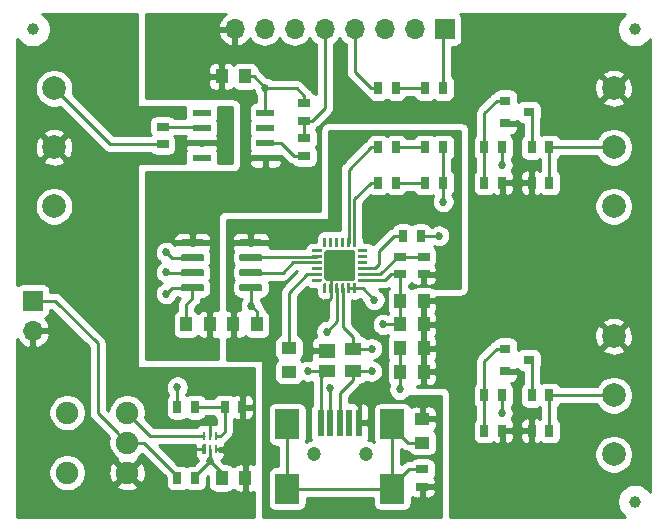
<source format=gtl>
G04 #@! TF.GenerationSoftware,KiCad,Pcbnew,5.1.4-e60b266~84~ubuntu18.04.1*
G04 #@! TF.CreationDate,2019-11-14T17:11:49-08:00*
G04 #@! TF.ProjectId,VehicleAccessoryControllerTestBoard,56656869-636c-4654-9163-636573736f72,0.0*
G04 #@! TF.SameCoordinates,PX7829b80PY4c4b400*
G04 #@! TF.FileFunction,Copper,L1,Top*
G04 #@! TF.FilePolarity,Positive*
%FSLAX46Y46*%
G04 Gerber Fmt 4.6, Leading zero omitted, Abs format (unit mm)*
G04 Created by KiCad (PCBNEW 5.1.4-e60b266~84~ubuntu18.04.1) date 2019-11-14 17:11:49*
%MOMM*%
%LPD*%
G04 APERTURE LIST*
%ADD10R,0.280000X0.750000*%
%ADD11C,0.100000*%
%ADD12C,0.100000*%
%ADD13O,1.700000X1.700000*%
%ADD14R,1.700000X1.700000*%
%ADD15R,1.550000X0.600000*%
%ADD16R,1.000000X1.200000*%
%ADD17R,1.200000X1.000000*%
%ADD18R,0.800000X1.000000*%
%ADD19R,1.400000X1.200000*%
%ADD20R,1.400000X1.000000*%
%ADD21C,1.000000*%
%ADD22C,2.000000*%
%ADD23R,0.900000X0.800000*%
%ADD24R,0.700000X1.000000*%
%ADD25R,1.000000X0.700000*%
%ADD26C,1.900000*%
%ADD27C,2.600000*%
%ADD28C,0.250000*%
%ADD29C,0.600000*%
%ADD30R,0.500000X2.250000*%
%ADD31C,1.200000*%
%ADD32R,2.000000X2.500000*%
%ADD33C,0.685800*%
%ADD34C,0.254000*%
%ADD35C,0.250000*%
G04 APERTURE END LIST*
D10*
X14500000Y-34425000D03*
X15000000Y-34425000D03*
X15500000Y-34425000D03*
X15000000Y-35575000D03*
X15500000Y-35575000D03*
D11*
X14500000Y-35525000D03*
D12*
G36*
X14640000Y-35950000D02*
G01*
X14360000Y-35950000D01*
X14360000Y-35240000D01*
X14500000Y-35100000D01*
X14640000Y-35100000D01*
X14640000Y-35950000D01*
X14640000Y-35950000D01*
G37*
D13*
X17110000Y0D03*
X19650000Y0D03*
X22190000Y0D03*
X24730000Y0D03*
X27270000Y0D03*
X29810000Y0D03*
X32350000Y0D03*
D14*
X34890000Y0D03*
D15*
X14300000Y-7095000D03*
X19700000Y-7095000D03*
X14300000Y-8365000D03*
X19700000Y-8365000D03*
X14300000Y-9635000D03*
X19700000Y-9635000D03*
X14300000Y-10905000D03*
X19700000Y-10905000D03*
D16*
X16000000Y-38000000D03*
X18000000Y-38000000D03*
X16000000Y-4000000D03*
X18000000Y-4000000D03*
X31100000Y-23000000D03*
X33100000Y-23000000D03*
X31100000Y-25000000D03*
X33100000Y-25000000D03*
X31100000Y-27000000D03*
X33100000Y-27000000D03*
X33100000Y-29000000D03*
X31100000Y-29000000D03*
D17*
X33000000Y-33000000D03*
X33000000Y-35000000D03*
X21700000Y-27000000D03*
X21700000Y-29000000D03*
D16*
X17000000Y-25000000D03*
X19000000Y-25000000D03*
X13000000Y-25000000D03*
X15000000Y-25000000D03*
D18*
X34750000Y-5000000D03*
X33250000Y-5000000D03*
X33250000Y-13000000D03*
X34750000Y-13000000D03*
X34750000Y-10000000D03*
X33250000Y-10000000D03*
D19*
X24900000Y-27230000D03*
D20*
X24900000Y-28950000D03*
X27100000Y-28950000D03*
X27100000Y-27050000D03*
D21*
X0Y0D03*
X51000000Y0D03*
X51000000Y-40000000D03*
D22*
X1810000Y-10000000D03*
X1810000Y-5000000D03*
X1810000Y-15000000D03*
X49190000Y-5000000D03*
X49190000Y-15000000D03*
X49190000Y-10000000D03*
X49190000Y-31000000D03*
X49190000Y-36000000D03*
X49190000Y-26000000D03*
D23*
X42000000Y-7000000D03*
X40000000Y-7950000D03*
X40000000Y-6050000D03*
X40000000Y-27050000D03*
X40000000Y-28950000D03*
X42000000Y-28000000D03*
D24*
X13750000Y-32000000D03*
X12250000Y-32000000D03*
X16250000Y-32000000D03*
X17750000Y-32000000D03*
X12250000Y-38000000D03*
X13750000Y-38000000D03*
X29250000Y-5000000D03*
X30750000Y-5000000D03*
X38250000Y-10000000D03*
X39750000Y-10000000D03*
X39750000Y-31000000D03*
X38250000Y-31000000D03*
X38250000Y-13000000D03*
X39750000Y-13000000D03*
X39750000Y-34000000D03*
X38250000Y-34000000D03*
X42250000Y-10000000D03*
X43750000Y-10000000D03*
X43750000Y-31000000D03*
X42250000Y-31000000D03*
X43750000Y-13000000D03*
X42250000Y-13000000D03*
X43750000Y-34000000D03*
X42250000Y-34000000D03*
D25*
X11000000Y-8250000D03*
X11000000Y-9750000D03*
X23000000Y-9250000D03*
X23000000Y-10750000D03*
X23000000Y-6250000D03*
X23000000Y-7750000D03*
X33000000Y-38750000D03*
X33000000Y-37250000D03*
D24*
X31350000Y-17500000D03*
X32850000Y-17500000D03*
X29250000Y-13000000D03*
X30750000Y-13000000D03*
X30750000Y-10000000D03*
X29250000Y-10000000D03*
D25*
X31100000Y-19250000D03*
X31100000Y-20750000D03*
X33100000Y-19250000D03*
X33100000Y-20750000D03*
D26*
X8000000Y-32460000D03*
X8000000Y-35000000D03*
X8000000Y-37540000D03*
X2920000Y-32460000D03*
X2920000Y-37540000D03*
D12*
G36*
X27074504Y-18701204D02*
G01*
X27098773Y-18704804D01*
X27122571Y-18710765D01*
X27145671Y-18719030D01*
X27167849Y-18729520D01*
X27188893Y-18742133D01*
X27208598Y-18756747D01*
X27226777Y-18773223D01*
X27243253Y-18791402D01*
X27257867Y-18811107D01*
X27270480Y-18832151D01*
X27280970Y-18854329D01*
X27289235Y-18877429D01*
X27295196Y-18901227D01*
X27298796Y-18925496D01*
X27300000Y-18950000D01*
X27300000Y-21050000D01*
X27298796Y-21074504D01*
X27295196Y-21098773D01*
X27289235Y-21122571D01*
X27280970Y-21145671D01*
X27270480Y-21167849D01*
X27257867Y-21188893D01*
X27243253Y-21208598D01*
X27226777Y-21226777D01*
X27208598Y-21243253D01*
X27188893Y-21257867D01*
X27167849Y-21270480D01*
X27145671Y-21280970D01*
X27122571Y-21289235D01*
X27098773Y-21295196D01*
X27074504Y-21298796D01*
X27050000Y-21300000D01*
X24950000Y-21300000D01*
X24925496Y-21298796D01*
X24901227Y-21295196D01*
X24877429Y-21289235D01*
X24854329Y-21280970D01*
X24832151Y-21270480D01*
X24811107Y-21257867D01*
X24791402Y-21243253D01*
X24773223Y-21226777D01*
X24756747Y-21208598D01*
X24742133Y-21188893D01*
X24729520Y-21167849D01*
X24719030Y-21145671D01*
X24710765Y-21122571D01*
X24704804Y-21098773D01*
X24701204Y-21074504D01*
X24700000Y-21050000D01*
X24700000Y-18950000D01*
X24701204Y-18925496D01*
X24704804Y-18901227D01*
X24710765Y-18877429D01*
X24719030Y-18854329D01*
X24729520Y-18832151D01*
X24742133Y-18811107D01*
X24756747Y-18791402D01*
X24773223Y-18773223D01*
X24791402Y-18756747D01*
X24811107Y-18742133D01*
X24832151Y-18729520D01*
X24854329Y-18719030D01*
X24877429Y-18710765D01*
X24901227Y-18704804D01*
X24925496Y-18701204D01*
X24950000Y-18700000D01*
X27050000Y-18700000D01*
X27074504Y-18701204D01*
X27074504Y-18701204D01*
G37*
D27*
X26000000Y-20000000D03*
D12*
G36*
X24818626Y-21525301D02*
G01*
X24824693Y-21526201D01*
X24830643Y-21527691D01*
X24836418Y-21529758D01*
X24841962Y-21532380D01*
X24847223Y-21535533D01*
X24852150Y-21539187D01*
X24856694Y-21543306D01*
X24860813Y-21547850D01*
X24864467Y-21552777D01*
X24867620Y-21558038D01*
X24870242Y-21563582D01*
X24872309Y-21569357D01*
X24873799Y-21575307D01*
X24874699Y-21581374D01*
X24875000Y-21587500D01*
X24875000Y-22287500D01*
X24874699Y-22293626D01*
X24873799Y-22299693D01*
X24872309Y-22305643D01*
X24870242Y-22311418D01*
X24867620Y-22316962D01*
X24864467Y-22322223D01*
X24860813Y-22327150D01*
X24856694Y-22331694D01*
X24852150Y-22335813D01*
X24847223Y-22339467D01*
X24841962Y-22342620D01*
X24836418Y-22345242D01*
X24830643Y-22347309D01*
X24824693Y-22348799D01*
X24818626Y-22349699D01*
X24812500Y-22350000D01*
X24687500Y-22350000D01*
X24681374Y-22349699D01*
X24675307Y-22348799D01*
X24669357Y-22347309D01*
X24663582Y-22345242D01*
X24658038Y-22342620D01*
X24652777Y-22339467D01*
X24647850Y-22335813D01*
X24643306Y-22331694D01*
X24639187Y-22327150D01*
X24635533Y-22322223D01*
X24632380Y-22316962D01*
X24629758Y-22311418D01*
X24627691Y-22305643D01*
X24626201Y-22299693D01*
X24625301Y-22293626D01*
X24625000Y-22287500D01*
X24625000Y-21587500D01*
X24625301Y-21581374D01*
X24626201Y-21575307D01*
X24627691Y-21569357D01*
X24629758Y-21563582D01*
X24632380Y-21558038D01*
X24635533Y-21552777D01*
X24639187Y-21547850D01*
X24643306Y-21543306D01*
X24647850Y-21539187D01*
X24652777Y-21535533D01*
X24658038Y-21532380D01*
X24663582Y-21529758D01*
X24669357Y-21527691D01*
X24675307Y-21526201D01*
X24681374Y-21525301D01*
X24687500Y-21525000D01*
X24812500Y-21525000D01*
X24818626Y-21525301D01*
X24818626Y-21525301D01*
G37*
D28*
X24750000Y-21937500D03*
D12*
G36*
X25318626Y-21525301D02*
G01*
X25324693Y-21526201D01*
X25330643Y-21527691D01*
X25336418Y-21529758D01*
X25341962Y-21532380D01*
X25347223Y-21535533D01*
X25352150Y-21539187D01*
X25356694Y-21543306D01*
X25360813Y-21547850D01*
X25364467Y-21552777D01*
X25367620Y-21558038D01*
X25370242Y-21563582D01*
X25372309Y-21569357D01*
X25373799Y-21575307D01*
X25374699Y-21581374D01*
X25375000Y-21587500D01*
X25375000Y-22287500D01*
X25374699Y-22293626D01*
X25373799Y-22299693D01*
X25372309Y-22305643D01*
X25370242Y-22311418D01*
X25367620Y-22316962D01*
X25364467Y-22322223D01*
X25360813Y-22327150D01*
X25356694Y-22331694D01*
X25352150Y-22335813D01*
X25347223Y-22339467D01*
X25341962Y-22342620D01*
X25336418Y-22345242D01*
X25330643Y-22347309D01*
X25324693Y-22348799D01*
X25318626Y-22349699D01*
X25312500Y-22350000D01*
X25187500Y-22350000D01*
X25181374Y-22349699D01*
X25175307Y-22348799D01*
X25169357Y-22347309D01*
X25163582Y-22345242D01*
X25158038Y-22342620D01*
X25152777Y-22339467D01*
X25147850Y-22335813D01*
X25143306Y-22331694D01*
X25139187Y-22327150D01*
X25135533Y-22322223D01*
X25132380Y-22316962D01*
X25129758Y-22311418D01*
X25127691Y-22305643D01*
X25126201Y-22299693D01*
X25125301Y-22293626D01*
X25125000Y-22287500D01*
X25125000Y-21587500D01*
X25125301Y-21581374D01*
X25126201Y-21575307D01*
X25127691Y-21569357D01*
X25129758Y-21563582D01*
X25132380Y-21558038D01*
X25135533Y-21552777D01*
X25139187Y-21547850D01*
X25143306Y-21543306D01*
X25147850Y-21539187D01*
X25152777Y-21535533D01*
X25158038Y-21532380D01*
X25163582Y-21529758D01*
X25169357Y-21527691D01*
X25175307Y-21526201D01*
X25181374Y-21525301D01*
X25187500Y-21525000D01*
X25312500Y-21525000D01*
X25318626Y-21525301D01*
X25318626Y-21525301D01*
G37*
D28*
X25250000Y-21937500D03*
D12*
G36*
X25818626Y-21525301D02*
G01*
X25824693Y-21526201D01*
X25830643Y-21527691D01*
X25836418Y-21529758D01*
X25841962Y-21532380D01*
X25847223Y-21535533D01*
X25852150Y-21539187D01*
X25856694Y-21543306D01*
X25860813Y-21547850D01*
X25864467Y-21552777D01*
X25867620Y-21558038D01*
X25870242Y-21563582D01*
X25872309Y-21569357D01*
X25873799Y-21575307D01*
X25874699Y-21581374D01*
X25875000Y-21587500D01*
X25875000Y-22287500D01*
X25874699Y-22293626D01*
X25873799Y-22299693D01*
X25872309Y-22305643D01*
X25870242Y-22311418D01*
X25867620Y-22316962D01*
X25864467Y-22322223D01*
X25860813Y-22327150D01*
X25856694Y-22331694D01*
X25852150Y-22335813D01*
X25847223Y-22339467D01*
X25841962Y-22342620D01*
X25836418Y-22345242D01*
X25830643Y-22347309D01*
X25824693Y-22348799D01*
X25818626Y-22349699D01*
X25812500Y-22350000D01*
X25687500Y-22350000D01*
X25681374Y-22349699D01*
X25675307Y-22348799D01*
X25669357Y-22347309D01*
X25663582Y-22345242D01*
X25658038Y-22342620D01*
X25652777Y-22339467D01*
X25647850Y-22335813D01*
X25643306Y-22331694D01*
X25639187Y-22327150D01*
X25635533Y-22322223D01*
X25632380Y-22316962D01*
X25629758Y-22311418D01*
X25627691Y-22305643D01*
X25626201Y-22299693D01*
X25625301Y-22293626D01*
X25625000Y-22287500D01*
X25625000Y-21587500D01*
X25625301Y-21581374D01*
X25626201Y-21575307D01*
X25627691Y-21569357D01*
X25629758Y-21563582D01*
X25632380Y-21558038D01*
X25635533Y-21552777D01*
X25639187Y-21547850D01*
X25643306Y-21543306D01*
X25647850Y-21539187D01*
X25652777Y-21535533D01*
X25658038Y-21532380D01*
X25663582Y-21529758D01*
X25669357Y-21527691D01*
X25675307Y-21526201D01*
X25681374Y-21525301D01*
X25687500Y-21525000D01*
X25812500Y-21525000D01*
X25818626Y-21525301D01*
X25818626Y-21525301D01*
G37*
D28*
X25750000Y-21937500D03*
D12*
G36*
X26318626Y-21525301D02*
G01*
X26324693Y-21526201D01*
X26330643Y-21527691D01*
X26336418Y-21529758D01*
X26341962Y-21532380D01*
X26347223Y-21535533D01*
X26352150Y-21539187D01*
X26356694Y-21543306D01*
X26360813Y-21547850D01*
X26364467Y-21552777D01*
X26367620Y-21558038D01*
X26370242Y-21563582D01*
X26372309Y-21569357D01*
X26373799Y-21575307D01*
X26374699Y-21581374D01*
X26375000Y-21587500D01*
X26375000Y-22287500D01*
X26374699Y-22293626D01*
X26373799Y-22299693D01*
X26372309Y-22305643D01*
X26370242Y-22311418D01*
X26367620Y-22316962D01*
X26364467Y-22322223D01*
X26360813Y-22327150D01*
X26356694Y-22331694D01*
X26352150Y-22335813D01*
X26347223Y-22339467D01*
X26341962Y-22342620D01*
X26336418Y-22345242D01*
X26330643Y-22347309D01*
X26324693Y-22348799D01*
X26318626Y-22349699D01*
X26312500Y-22350000D01*
X26187500Y-22350000D01*
X26181374Y-22349699D01*
X26175307Y-22348799D01*
X26169357Y-22347309D01*
X26163582Y-22345242D01*
X26158038Y-22342620D01*
X26152777Y-22339467D01*
X26147850Y-22335813D01*
X26143306Y-22331694D01*
X26139187Y-22327150D01*
X26135533Y-22322223D01*
X26132380Y-22316962D01*
X26129758Y-22311418D01*
X26127691Y-22305643D01*
X26126201Y-22299693D01*
X26125301Y-22293626D01*
X26125000Y-22287500D01*
X26125000Y-21587500D01*
X26125301Y-21581374D01*
X26126201Y-21575307D01*
X26127691Y-21569357D01*
X26129758Y-21563582D01*
X26132380Y-21558038D01*
X26135533Y-21552777D01*
X26139187Y-21547850D01*
X26143306Y-21543306D01*
X26147850Y-21539187D01*
X26152777Y-21535533D01*
X26158038Y-21532380D01*
X26163582Y-21529758D01*
X26169357Y-21527691D01*
X26175307Y-21526201D01*
X26181374Y-21525301D01*
X26187500Y-21525000D01*
X26312500Y-21525000D01*
X26318626Y-21525301D01*
X26318626Y-21525301D01*
G37*
D28*
X26250000Y-21937500D03*
D12*
G36*
X26818626Y-21525301D02*
G01*
X26824693Y-21526201D01*
X26830643Y-21527691D01*
X26836418Y-21529758D01*
X26841962Y-21532380D01*
X26847223Y-21535533D01*
X26852150Y-21539187D01*
X26856694Y-21543306D01*
X26860813Y-21547850D01*
X26864467Y-21552777D01*
X26867620Y-21558038D01*
X26870242Y-21563582D01*
X26872309Y-21569357D01*
X26873799Y-21575307D01*
X26874699Y-21581374D01*
X26875000Y-21587500D01*
X26875000Y-22287500D01*
X26874699Y-22293626D01*
X26873799Y-22299693D01*
X26872309Y-22305643D01*
X26870242Y-22311418D01*
X26867620Y-22316962D01*
X26864467Y-22322223D01*
X26860813Y-22327150D01*
X26856694Y-22331694D01*
X26852150Y-22335813D01*
X26847223Y-22339467D01*
X26841962Y-22342620D01*
X26836418Y-22345242D01*
X26830643Y-22347309D01*
X26824693Y-22348799D01*
X26818626Y-22349699D01*
X26812500Y-22350000D01*
X26687500Y-22350000D01*
X26681374Y-22349699D01*
X26675307Y-22348799D01*
X26669357Y-22347309D01*
X26663582Y-22345242D01*
X26658038Y-22342620D01*
X26652777Y-22339467D01*
X26647850Y-22335813D01*
X26643306Y-22331694D01*
X26639187Y-22327150D01*
X26635533Y-22322223D01*
X26632380Y-22316962D01*
X26629758Y-22311418D01*
X26627691Y-22305643D01*
X26626201Y-22299693D01*
X26625301Y-22293626D01*
X26625000Y-22287500D01*
X26625000Y-21587500D01*
X26625301Y-21581374D01*
X26626201Y-21575307D01*
X26627691Y-21569357D01*
X26629758Y-21563582D01*
X26632380Y-21558038D01*
X26635533Y-21552777D01*
X26639187Y-21547850D01*
X26643306Y-21543306D01*
X26647850Y-21539187D01*
X26652777Y-21535533D01*
X26658038Y-21532380D01*
X26663582Y-21529758D01*
X26669357Y-21527691D01*
X26675307Y-21526201D01*
X26681374Y-21525301D01*
X26687500Y-21525000D01*
X26812500Y-21525000D01*
X26818626Y-21525301D01*
X26818626Y-21525301D01*
G37*
D28*
X26750000Y-21937500D03*
D12*
G36*
X27318626Y-21525301D02*
G01*
X27324693Y-21526201D01*
X27330643Y-21527691D01*
X27336418Y-21529758D01*
X27341962Y-21532380D01*
X27347223Y-21535533D01*
X27352150Y-21539187D01*
X27356694Y-21543306D01*
X27360813Y-21547850D01*
X27364467Y-21552777D01*
X27367620Y-21558038D01*
X27370242Y-21563582D01*
X27372309Y-21569357D01*
X27373799Y-21575307D01*
X27374699Y-21581374D01*
X27375000Y-21587500D01*
X27375000Y-22287500D01*
X27374699Y-22293626D01*
X27373799Y-22299693D01*
X27372309Y-22305643D01*
X27370242Y-22311418D01*
X27367620Y-22316962D01*
X27364467Y-22322223D01*
X27360813Y-22327150D01*
X27356694Y-22331694D01*
X27352150Y-22335813D01*
X27347223Y-22339467D01*
X27341962Y-22342620D01*
X27336418Y-22345242D01*
X27330643Y-22347309D01*
X27324693Y-22348799D01*
X27318626Y-22349699D01*
X27312500Y-22350000D01*
X27187500Y-22350000D01*
X27181374Y-22349699D01*
X27175307Y-22348799D01*
X27169357Y-22347309D01*
X27163582Y-22345242D01*
X27158038Y-22342620D01*
X27152777Y-22339467D01*
X27147850Y-22335813D01*
X27143306Y-22331694D01*
X27139187Y-22327150D01*
X27135533Y-22322223D01*
X27132380Y-22316962D01*
X27129758Y-22311418D01*
X27127691Y-22305643D01*
X27126201Y-22299693D01*
X27125301Y-22293626D01*
X27125000Y-22287500D01*
X27125000Y-21587500D01*
X27125301Y-21581374D01*
X27126201Y-21575307D01*
X27127691Y-21569357D01*
X27129758Y-21563582D01*
X27132380Y-21558038D01*
X27135533Y-21552777D01*
X27139187Y-21547850D01*
X27143306Y-21543306D01*
X27147850Y-21539187D01*
X27152777Y-21535533D01*
X27158038Y-21532380D01*
X27163582Y-21529758D01*
X27169357Y-21527691D01*
X27175307Y-21526201D01*
X27181374Y-21525301D01*
X27187500Y-21525000D01*
X27312500Y-21525000D01*
X27318626Y-21525301D01*
X27318626Y-21525301D01*
G37*
D28*
X27250000Y-21937500D03*
D12*
G36*
X28293626Y-21125301D02*
G01*
X28299693Y-21126201D01*
X28305643Y-21127691D01*
X28311418Y-21129758D01*
X28316962Y-21132380D01*
X28322223Y-21135533D01*
X28327150Y-21139187D01*
X28331694Y-21143306D01*
X28335813Y-21147850D01*
X28339467Y-21152777D01*
X28342620Y-21158038D01*
X28345242Y-21163582D01*
X28347309Y-21169357D01*
X28348799Y-21175307D01*
X28349699Y-21181374D01*
X28350000Y-21187500D01*
X28350000Y-21312500D01*
X28349699Y-21318626D01*
X28348799Y-21324693D01*
X28347309Y-21330643D01*
X28345242Y-21336418D01*
X28342620Y-21341962D01*
X28339467Y-21347223D01*
X28335813Y-21352150D01*
X28331694Y-21356694D01*
X28327150Y-21360813D01*
X28322223Y-21364467D01*
X28316962Y-21367620D01*
X28311418Y-21370242D01*
X28305643Y-21372309D01*
X28299693Y-21373799D01*
X28293626Y-21374699D01*
X28287500Y-21375000D01*
X27587500Y-21375000D01*
X27581374Y-21374699D01*
X27575307Y-21373799D01*
X27569357Y-21372309D01*
X27563582Y-21370242D01*
X27558038Y-21367620D01*
X27552777Y-21364467D01*
X27547850Y-21360813D01*
X27543306Y-21356694D01*
X27539187Y-21352150D01*
X27535533Y-21347223D01*
X27532380Y-21341962D01*
X27529758Y-21336418D01*
X27527691Y-21330643D01*
X27526201Y-21324693D01*
X27525301Y-21318626D01*
X27525000Y-21312500D01*
X27525000Y-21187500D01*
X27525301Y-21181374D01*
X27526201Y-21175307D01*
X27527691Y-21169357D01*
X27529758Y-21163582D01*
X27532380Y-21158038D01*
X27535533Y-21152777D01*
X27539187Y-21147850D01*
X27543306Y-21143306D01*
X27547850Y-21139187D01*
X27552777Y-21135533D01*
X27558038Y-21132380D01*
X27563582Y-21129758D01*
X27569357Y-21127691D01*
X27575307Y-21126201D01*
X27581374Y-21125301D01*
X27587500Y-21125000D01*
X28287500Y-21125000D01*
X28293626Y-21125301D01*
X28293626Y-21125301D01*
G37*
D28*
X27937500Y-21250000D03*
D12*
G36*
X28293626Y-20625301D02*
G01*
X28299693Y-20626201D01*
X28305643Y-20627691D01*
X28311418Y-20629758D01*
X28316962Y-20632380D01*
X28322223Y-20635533D01*
X28327150Y-20639187D01*
X28331694Y-20643306D01*
X28335813Y-20647850D01*
X28339467Y-20652777D01*
X28342620Y-20658038D01*
X28345242Y-20663582D01*
X28347309Y-20669357D01*
X28348799Y-20675307D01*
X28349699Y-20681374D01*
X28350000Y-20687500D01*
X28350000Y-20812500D01*
X28349699Y-20818626D01*
X28348799Y-20824693D01*
X28347309Y-20830643D01*
X28345242Y-20836418D01*
X28342620Y-20841962D01*
X28339467Y-20847223D01*
X28335813Y-20852150D01*
X28331694Y-20856694D01*
X28327150Y-20860813D01*
X28322223Y-20864467D01*
X28316962Y-20867620D01*
X28311418Y-20870242D01*
X28305643Y-20872309D01*
X28299693Y-20873799D01*
X28293626Y-20874699D01*
X28287500Y-20875000D01*
X27587500Y-20875000D01*
X27581374Y-20874699D01*
X27575307Y-20873799D01*
X27569357Y-20872309D01*
X27563582Y-20870242D01*
X27558038Y-20867620D01*
X27552777Y-20864467D01*
X27547850Y-20860813D01*
X27543306Y-20856694D01*
X27539187Y-20852150D01*
X27535533Y-20847223D01*
X27532380Y-20841962D01*
X27529758Y-20836418D01*
X27527691Y-20830643D01*
X27526201Y-20824693D01*
X27525301Y-20818626D01*
X27525000Y-20812500D01*
X27525000Y-20687500D01*
X27525301Y-20681374D01*
X27526201Y-20675307D01*
X27527691Y-20669357D01*
X27529758Y-20663582D01*
X27532380Y-20658038D01*
X27535533Y-20652777D01*
X27539187Y-20647850D01*
X27543306Y-20643306D01*
X27547850Y-20639187D01*
X27552777Y-20635533D01*
X27558038Y-20632380D01*
X27563582Y-20629758D01*
X27569357Y-20627691D01*
X27575307Y-20626201D01*
X27581374Y-20625301D01*
X27587500Y-20625000D01*
X28287500Y-20625000D01*
X28293626Y-20625301D01*
X28293626Y-20625301D01*
G37*
D28*
X27937500Y-20750000D03*
D12*
G36*
X28293626Y-20125301D02*
G01*
X28299693Y-20126201D01*
X28305643Y-20127691D01*
X28311418Y-20129758D01*
X28316962Y-20132380D01*
X28322223Y-20135533D01*
X28327150Y-20139187D01*
X28331694Y-20143306D01*
X28335813Y-20147850D01*
X28339467Y-20152777D01*
X28342620Y-20158038D01*
X28345242Y-20163582D01*
X28347309Y-20169357D01*
X28348799Y-20175307D01*
X28349699Y-20181374D01*
X28350000Y-20187500D01*
X28350000Y-20312500D01*
X28349699Y-20318626D01*
X28348799Y-20324693D01*
X28347309Y-20330643D01*
X28345242Y-20336418D01*
X28342620Y-20341962D01*
X28339467Y-20347223D01*
X28335813Y-20352150D01*
X28331694Y-20356694D01*
X28327150Y-20360813D01*
X28322223Y-20364467D01*
X28316962Y-20367620D01*
X28311418Y-20370242D01*
X28305643Y-20372309D01*
X28299693Y-20373799D01*
X28293626Y-20374699D01*
X28287500Y-20375000D01*
X27587500Y-20375000D01*
X27581374Y-20374699D01*
X27575307Y-20373799D01*
X27569357Y-20372309D01*
X27563582Y-20370242D01*
X27558038Y-20367620D01*
X27552777Y-20364467D01*
X27547850Y-20360813D01*
X27543306Y-20356694D01*
X27539187Y-20352150D01*
X27535533Y-20347223D01*
X27532380Y-20341962D01*
X27529758Y-20336418D01*
X27527691Y-20330643D01*
X27526201Y-20324693D01*
X27525301Y-20318626D01*
X27525000Y-20312500D01*
X27525000Y-20187500D01*
X27525301Y-20181374D01*
X27526201Y-20175307D01*
X27527691Y-20169357D01*
X27529758Y-20163582D01*
X27532380Y-20158038D01*
X27535533Y-20152777D01*
X27539187Y-20147850D01*
X27543306Y-20143306D01*
X27547850Y-20139187D01*
X27552777Y-20135533D01*
X27558038Y-20132380D01*
X27563582Y-20129758D01*
X27569357Y-20127691D01*
X27575307Y-20126201D01*
X27581374Y-20125301D01*
X27587500Y-20125000D01*
X28287500Y-20125000D01*
X28293626Y-20125301D01*
X28293626Y-20125301D01*
G37*
D28*
X27937500Y-20250000D03*
D12*
G36*
X28293626Y-19625301D02*
G01*
X28299693Y-19626201D01*
X28305643Y-19627691D01*
X28311418Y-19629758D01*
X28316962Y-19632380D01*
X28322223Y-19635533D01*
X28327150Y-19639187D01*
X28331694Y-19643306D01*
X28335813Y-19647850D01*
X28339467Y-19652777D01*
X28342620Y-19658038D01*
X28345242Y-19663582D01*
X28347309Y-19669357D01*
X28348799Y-19675307D01*
X28349699Y-19681374D01*
X28350000Y-19687500D01*
X28350000Y-19812500D01*
X28349699Y-19818626D01*
X28348799Y-19824693D01*
X28347309Y-19830643D01*
X28345242Y-19836418D01*
X28342620Y-19841962D01*
X28339467Y-19847223D01*
X28335813Y-19852150D01*
X28331694Y-19856694D01*
X28327150Y-19860813D01*
X28322223Y-19864467D01*
X28316962Y-19867620D01*
X28311418Y-19870242D01*
X28305643Y-19872309D01*
X28299693Y-19873799D01*
X28293626Y-19874699D01*
X28287500Y-19875000D01*
X27587500Y-19875000D01*
X27581374Y-19874699D01*
X27575307Y-19873799D01*
X27569357Y-19872309D01*
X27563582Y-19870242D01*
X27558038Y-19867620D01*
X27552777Y-19864467D01*
X27547850Y-19860813D01*
X27543306Y-19856694D01*
X27539187Y-19852150D01*
X27535533Y-19847223D01*
X27532380Y-19841962D01*
X27529758Y-19836418D01*
X27527691Y-19830643D01*
X27526201Y-19824693D01*
X27525301Y-19818626D01*
X27525000Y-19812500D01*
X27525000Y-19687500D01*
X27525301Y-19681374D01*
X27526201Y-19675307D01*
X27527691Y-19669357D01*
X27529758Y-19663582D01*
X27532380Y-19658038D01*
X27535533Y-19652777D01*
X27539187Y-19647850D01*
X27543306Y-19643306D01*
X27547850Y-19639187D01*
X27552777Y-19635533D01*
X27558038Y-19632380D01*
X27563582Y-19629758D01*
X27569357Y-19627691D01*
X27575307Y-19626201D01*
X27581374Y-19625301D01*
X27587500Y-19625000D01*
X28287500Y-19625000D01*
X28293626Y-19625301D01*
X28293626Y-19625301D01*
G37*
D28*
X27937500Y-19750000D03*
D12*
G36*
X28293626Y-19125301D02*
G01*
X28299693Y-19126201D01*
X28305643Y-19127691D01*
X28311418Y-19129758D01*
X28316962Y-19132380D01*
X28322223Y-19135533D01*
X28327150Y-19139187D01*
X28331694Y-19143306D01*
X28335813Y-19147850D01*
X28339467Y-19152777D01*
X28342620Y-19158038D01*
X28345242Y-19163582D01*
X28347309Y-19169357D01*
X28348799Y-19175307D01*
X28349699Y-19181374D01*
X28350000Y-19187500D01*
X28350000Y-19312500D01*
X28349699Y-19318626D01*
X28348799Y-19324693D01*
X28347309Y-19330643D01*
X28345242Y-19336418D01*
X28342620Y-19341962D01*
X28339467Y-19347223D01*
X28335813Y-19352150D01*
X28331694Y-19356694D01*
X28327150Y-19360813D01*
X28322223Y-19364467D01*
X28316962Y-19367620D01*
X28311418Y-19370242D01*
X28305643Y-19372309D01*
X28299693Y-19373799D01*
X28293626Y-19374699D01*
X28287500Y-19375000D01*
X27587500Y-19375000D01*
X27581374Y-19374699D01*
X27575307Y-19373799D01*
X27569357Y-19372309D01*
X27563582Y-19370242D01*
X27558038Y-19367620D01*
X27552777Y-19364467D01*
X27547850Y-19360813D01*
X27543306Y-19356694D01*
X27539187Y-19352150D01*
X27535533Y-19347223D01*
X27532380Y-19341962D01*
X27529758Y-19336418D01*
X27527691Y-19330643D01*
X27526201Y-19324693D01*
X27525301Y-19318626D01*
X27525000Y-19312500D01*
X27525000Y-19187500D01*
X27525301Y-19181374D01*
X27526201Y-19175307D01*
X27527691Y-19169357D01*
X27529758Y-19163582D01*
X27532380Y-19158038D01*
X27535533Y-19152777D01*
X27539187Y-19147850D01*
X27543306Y-19143306D01*
X27547850Y-19139187D01*
X27552777Y-19135533D01*
X27558038Y-19132380D01*
X27563582Y-19129758D01*
X27569357Y-19127691D01*
X27575307Y-19126201D01*
X27581374Y-19125301D01*
X27587500Y-19125000D01*
X28287500Y-19125000D01*
X28293626Y-19125301D01*
X28293626Y-19125301D01*
G37*
D28*
X27937500Y-19250000D03*
D12*
G36*
X28293626Y-18625301D02*
G01*
X28299693Y-18626201D01*
X28305643Y-18627691D01*
X28311418Y-18629758D01*
X28316962Y-18632380D01*
X28322223Y-18635533D01*
X28327150Y-18639187D01*
X28331694Y-18643306D01*
X28335813Y-18647850D01*
X28339467Y-18652777D01*
X28342620Y-18658038D01*
X28345242Y-18663582D01*
X28347309Y-18669357D01*
X28348799Y-18675307D01*
X28349699Y-18681374D01*
X28350000Y-18687500D01*
X28350000Y-18812500D01*
X28349699Y-18818626D01*
X28348799Y-18824693D01*
X28347309Y-18830643D01*
X28345242Y-18836418D01*
X28342620Y-18841962D01*
X28339467Y-18847223D01*
X28335813Y-18852150D01*
X28331694Y-18856694D01*
X28327150Y-18860813D01*
X28322223Y-18864467D01*
X28316962Y-18867620D01*
X28311418Y-18870242D01*
X28305643Y-18872309D01*
X28299693Y-18873799D01*
X28293626Y-18874699D01*
X28287500Y-18875000D01*
X27587500Y-18875000D01*
X27581374Y-18874699D01*
X27575307Y-18873799D01*
X27569357Y-18872309D01*
X27563582Y-18870242D01*
X27558038Y-18867620D01*
X27552777Y-18864467D01*
X27547850Y-18860813D01*
X27543306Y-18856694D01*
X27539187Y-18852150D01*
X27535533Y-18847223D01*
X27532380Y-18841962D01*
X27529758Y-18836418D01*
X27527691Y-18830643D01*
X27526201Y-18824693D01*
X27525301Y-18818626D01*
X27525000Y-18812500D01*
X27525000Y-18687500D01*
X27525301Y-18681374D01*
X27526201Y-18675307D01*
X27527691Y-18669357D01*
X27529758Y-18663582D01*
X27532380Y-18658038D01*
X27535533Y-18652777D01*
X27539187Y-18647850D01*
X27543306Y-18643306D01*
X27547850Y-18639187D01*
X27552777Y-18635533D01*
X27558038Y-18632380D01*
X27563582Y-18629758D01*
X27569357Y-18627691D01*
X27575307Y-18626201D01*
X27581374Y-18625301D01*
X27587500Y-18625000D01*
X28287500Y-18625000D01*
X28293626Y-18625301D01*
X28293626Y-18625301D01*
G37*
D28*
X27937500Y-18750000D03*
D12*
G36*
X27318626Y-17650301D02*
G01*
X27324693Y-17651201D01*
X27330643Y-17652691D01*
X27336418Y-17654758D01*
X27341962Y-17657380D01*
X27347223Y-17660533D01*
X27352150Y-17664187D01*
X27356694Y-17668306D01*
X27360813Y-17672850D01*
X27364467Y-17677777D01*
X27367620Y-17683038D01*
X27370242Y-17688582D01*
X27372309Y-17694357D01*
X27373799Y-17700307D01*
X27374699Y-17706374D01*
X27375000Y-17712500D01*
X27375000Y-18412500D01*
X27374699Y-18418626D01*
X27373799Y-18424693D01*
X27372309Y-18430643D01*
X27370242Y-18436418D01*
X27367620Y-18441962D01*
X27364467Y-18447223D01*
X27360813Y-18452150D01*
X27356694Y-18456694D01*
X27352150Y-18460813D01*
X27347223Y-18464467D01*
X27341962Y-18467620D01*
X27336418Y-18470242D01*
X27330643Y-18472309D01*
X27324693Y-18473799D01*
X27318626Y-18474699D01*
X27312500Y-18475000D01*
X27187500Y-18475000D01*
X27181374Y-18474699D01*
X27175307Y-18473799D01*
X27169357Y-18472309D01*
X27163582Y-18470242D01*
X27158038Y-18467620D01*
X27152777Y-18464467D01*
X27147850Y-18460813D01*
X27143306Y-18456694D01*
X27139187Y-18452150D01*
X27135533Y-18447223D01*
X27132380Y-18441962D01*
X27129758Y-18436418D01*
X27127691Y-18430643D01*
X27126201Y-18424693D01*
X27125301Y-18418626D01*
X27125000Y-18412500D01*
X27125000Y-17712500D01*
X27125301Y-17706374D01*
X27126201Y-17700307D01*
X27127691Y-17694357D01*
X27129758Y-17688582D01*
X27132380Y-17683038D01*
X27135533Y-17677777D01*
X27139187Y-17672850D01*
X27143306Y-17668306D01*
X27147850Y-17664187D01*
X27152777Y-17660533D01*
X27158038Y-17657380D01*
X27163582Y-17654758D01*
X27169357Y-17652691D01*
X27175307Y-17651201D01*
X27181374Y-17650301D01*
X27187500Y-17650000D01*
X27312500Y-17650000D01*
X27318626Y-17650301D01*
X27318626Y-17650301D01*
G37*
D28*
X27250000Y-18062500D03*
D12*
G36*
X26818626Y-17650301D02*
G01*
X26824693Y-17651201D01*
X26830643Y-17652691D01*
X26836418Y-17654758D01*
X26841962Y-17657380D01*
X26847223Y-17660533D01*
X26852150Y-17664187D01*
X26856694Y-17668306D01*
X26860813Y-17672850D01*
X26864467Y-17677777D01*
X26867620Y-17683038D01*
X26870242Y-17688582D01*
X26872309Y-17694357D01*
X26873799Y-17700307D01*
X26874699Y-17706374D01*
X26875000Y-17712500D01*
X26875000Y-18412500D01*
X26874699Y-18418626D01*
X26873799Y-18424693D01*
X26872309Y-18430643D01*
X26870242Y-18436418D01*
X26867620Y-18441962D01*
X26864467Y-18447223D01*
X26860813Y-18452150D01*
X26856694Y-18456694D01*
X26852150Y-18460813D01*
X26847223Y-18464467D01*
X26841962Y-18467620D01*
X26836418Y-18470242D01*
X26830643Y-18472309D01*
X26824693Y-18473799D01*
X26818626Y-18474699D01*
X26812500Y-18475000D01*
X26687500Y-18475000D01*
X26681374Y-18474699D01*
X26675307Y-18473799D01*
X26669357Y-18472309D01*
X26663582Y-18470242D01*
X26658038Y-18467620D01*
X26652777Y-18464467D01*
X26647850Y-18460813D01*
X26643306Y-18456694D01*
X26639187Y-18452150D01*
X26635533Y-18447223D01*
X26632380Y-18441962D01*
X26629758Y-18436418D01*
X26627691Y-18430643D01*
X26626201Y-18424693D01*
X26625301Y-18418626D01*
X26625000Y-18412500D01*
X26625000Y-17712500D01*
X26625301Y-17706374D01*
X26626201Y-17700307D01*
X26627691Y-17694357D01*
X26629758Y-17688582D01*
X26632380Y-17683038D01*
X26635533Y-17677777D01*
X26639187Y-17672850D01*
X26643306Y-17668306D01*
X26647850Y-17664187D01*
X26652777Y-17660533D01*
X26658038Y-17657380D01*
X26663582Y-17654758D01*
X26669357Y-17652691D01*
X26675307Y-17651201D01*
X26681374Y-17650301D01*
X26687500Y-17650000D01*
X26812500Y-17650000D01*
X26818626Y-17650301D01*
X26818626Y-17650301D01*
G37*
D28*
X26750000Y-18062500D03*
D12*
G36*
X26318626Y-17650301D02*
G01*
X26324693Y-17651201D01*
X26330643Y-17652691D01*
X26336418Y-17654758D01*
X26341962Y-17657380D01*
X26347223Y-17660533D01*
X26352150Y-17664187D01*
X26356694Y-17668306D01*
X26360813Y-17672850D01*
X26364467Y-17677777D01*
X26367620Y-17683038D01*
X26370242Y-17688582D01*
X26372309Y-17694357D01*
X26373799Y-17700307D01*
X26374699Y-17706374D01*
X26375000Y-17712500D01*
X26375000Y-18412500D01*
X26374699Y-18418626D01*
X26373799Y-18424693D01*
X26372309Y-18430643D01*
X26370242Y-18436418D01*
X26367620Y-18441962D01*
X26364467Y-18447223D01*
X26360813Y-18452150D01*
X26356694Y-18456694D01*
X26352150Y-18460813D01*
X26347223Y-18464467D01*
X26341962Y-18467620D01*
X26336418Y-18470242D01*
X26330643Y-18472309D01*
X26324693Y-18473799D01*
X26318626Y-18474699D01*
X26312500Y-18475000D01*
X26187500Y-18475000D01*
X26181374Y-18474699D01*
X26175307Y-18473799D01*
X26169357Y-18472309D01*
X26163582Y-18470242D01*
X26158038Y-18467620D01*
X26152777Y-18464467D01*
X26147850Y-18460813D01*
X26143306Y-18456694D01*
X26139187Y-18452150D01*
X26135533Y-18447223D01*
X26132380Y-18441962D01*
X26129758Y-18436418D01*
X26127691Y-18430643D01*
X26126201Y-18424693D01*
X26125301Y-18418626D01*
X26125000Y-18412500D01*
X26125000Y-17712500D01*
X26125301Y-17706374D01*
X26126201Y-17700307D01*
X26127691Y-17694357D01*
X26129758Y-17688582D01*
X26132380Y-17683038D01*
X26135533Y-17677777D01*
X26139187Y-17672850D01*
X26143306Y-17668306D01*
X26147850Y-17664187D01*
X26152777Y-17660533D01*
X26158038Y-17657380D01*
X26163582Y-17654758D01*
X26169357Y-17652691D01*
X26175307Y-17651201D01*
X26181374Y-17650301D01*
X26187500Y-17650000D01*
X26312500Y-17650000D01*
X26318626Y-17650301D01*
X26318626Y-17650301D01*
G37*
D28*
X26250000Y-18062500D03*
D12*
G36*
X25818626Y-17650301D02*
G01*
X25824693Y-17651201D01*
X25830643Y-17652691D01*
X25836418Y-17654758D01*
X25841962Y-17657380D01*
X25847223Y-17660533D01*
X25852150Y-17664187D01*
X25856694Y-17668306D01*
X25860813Y-17672850D01*
X25864467Y-17677777D01*
X25867620Y-17683038D01*
X25870242Y-17688582D01*
X25872309Y-17694357D01*
X25873799Y-17700307D01*
X25874699Y-17706374D01*
X25875000Y-17712500D01*
X25875000Y-18412500D01*
X25874699Y-18418626D01*
X25873799Y-18424693D01*
X25872309Y-18430643D01*
X25870242Y-18436418D01*
X25867620Y-18441962D01*
X25864467Y-18447223D01*
X25860813Y-18452150D01*
X25856694Y-18456694D01*
X25852150Y-18460813D01*
X25847223Y-18464467D01*
X25841962Y-18467620D01*
X25836418Y-18470242D01*
X25830643Y-18472309D01*
X25824693Y-18473799D01*
X25818626Y-18474699D01*
X25812500Y-18475000D01*
X25687500Y-18475000D01*
X25681374Y-18474699D01*
X25675307Y-18473799D01*
X25669357Y-18472309D01*
X25663582Y-18470242D01*
X25658038Y-18467620D01*
X25652777Y-18464467D01*
X25647850Y-18460813D01*
X25643306Y-18456694D01*
X25639187Y-18452150D01*
X25635533Y-18447223D01*
X25632380Y-18441962D01*
X25629758Y-18436418D01*
X25627691Y-18430643D01*
X25626201Y-18424693D01*
X25625301Y-18418626D01*
X25625000Y-18412500D01*
X25625000Y-17712500D01*
X25625301Y-17706374D01*
X25626201Y-17700307D01*
X25627691Y-17694357D01*
X25629758Y-17688582D01*
X25632380Y-17683038D01*
X25635533Y-17677777D01*
X25639187Y-17672850D01*
X25643306Y-17668306D01*
X25647850Y-17664187D01*
X25652777Y-17660533D01*
X25658038Y-17657380D01*
X25663582Y-17654758D01*
X25669357Y-17652691D01*
X25675307Y-17651201D01*
X25681374Y-17650301D01*
X25687500Y-17650000D01*
X25812500Y-17650000D01*
X25818626Y-17650301D01*
X25818626Y-17650301D01*
G37*
D28*
X25750000Y-18062500D03*
D12*
G36*
X25318626Y-17650301D02*
G01*
X25324693Y-17651201D01*
X25330643Y-17652691D01*
X25336418Y-17654758D01*
X25341962Y-17657380D01*
X25347223Y-17660533D01*
X25352150Y-17664187D01*
X25356694Y-17668306D01*
X25360813Y-17672850D01*
X25364467Y-17677777D01*
X25367620Y-17683038D01*
X25370242Y-17688582D01*
X25372309Y-17694357D01*
X25373799Y-17700307D01*
X25374699Y-17706374D01*
X25375000Y-17712500D01*
X25375000Y-18412500D01*
X25374699Y-18418626D01*
X25373799Y-18424693D01*
X25372309Y-18430643D01*
X25370242Y-18436418D01*
X25367620Y-18441962D01*
X25364467Y-18447223D01*
X25360813Y-18452150D01*
X25356694Y-18456694D01*
X25352150Y-18460813D01*
X25347223Y-18464467D01*
X25341962Y-18467620D01*
X25336418Y-18470242D01*
X25330643Y-18472309D01*
X25324693Y-18473799D01*
X25318626Y-18474699D01*
X25312500Y-18475000D01*
X25187500Y-18475000D01*
X25181374Y-18474699D01*
X25175307Y-18473799D01*
X25169357Y-18472309D01*
X25163582Y-18470242D01*
X25158038Y-18467620D01*
X25152777Y-18464467D01*
X25147850Y-18460813D01*
X25143306Y-18456694D01*
X25139187Y-18452150D01*
X25135533Y-18447223D01*
X25132380Y-18441962D01*
X25129758Y-18436418D01*
X25127691Y-18430643D01*
X25126201Y-18424693D01*
X25125301Y-18418626D01*
X25125000Y-18412500D01*
X25125000Y-17712500D01*
X25125301Y-17706374D01*
X25126201Y-17700307D01*
X25127691Y-17694357D01*
X25129758Y-17688582D01*
X25132380Y-17683038D01*
X25135533Y-17677777D01*
X25139187Y-17672850D01*
X25143306Y-17668306D01*
X25147850Y-17664187D01*
X25152777Y-17660533D01*
X25158038Y-17657380D01*
X25163582Y-17654758D01*
X25169357Y-17652691D01*
X25175307Y-17651201D01*
X25181374Y-17650301D01*
X25187500Y-17650000D01*
X25312500Y-17650000D01*
X25318626Y-17650301D01*
X25318626Y-17650301D01*
G37*
D28*
X25250000Y-18062500D03*
D12*
G36*
X24818626Y-17650301D02*
G01*
X24824693Y-17651201D01*
X24830643Y-17652691D01*
X24836418Y-17654758D01*
X24841962Y-17657380D01*
X24847223Y-17660533D01*
X24852150Y-17664187D01*
X24856694Y-17668306D01*
X24860813Y-17672850D01*
X24864467Y-17677777D01*
X24867620Y-17683038D01*
X24870242Y-17688582D01*
X24872309Y-17694357D01*
X24873799Y-17700307D01*
X24874699Y-17706374D01*
X24875000Y-17712500D01*
X24875000Y-18412500D01*
X24874699Y-18418626D01*
X24873799Y-18424693D01*
X24872309Y-18430643D01*
X24870242Y-18436418D01*
X24867620Y-18441962D01*
X24864467Y-18447223D01*
X24860813Y-18452150D01*
X24856694Y-18456694D01*
X24852150Y-18460813D01*
X24847223Y-18464467D01*
X24841962Y-18467620D01*
X24836418Y-18470242D01*
X24830643Y-18472309D01*
X24824693Y-18473799D01*
X24818626Y-18474699D01*
X24812500Y-18475000D01*
X24687500Y-18475000D01*
X24681374Y-18474699D01*
X24675307Y-18473799D01*
X24669357Y-18472309D01*
X24663582Y-18470242D01*
X24658038Y-18467620D01*
X24652777Y-18464467D01*
X24647850Y-18460813D01*
X24643306Y-18456694D01*
X24639187Y-18452150D01*
X24635533Y-18447223D01*
X24632380Y-18441962D01*
X24629758Y-18436418D01*
X24627691Y-18430643D01*
X24626201Y-18424693D01*
X24625301Y-18418626D01*
X24625000Y-18412500D01*
X24625000Y-17712500D01*
X24625301Y-17706374D01*
X24626201Y-17700307D01*
X24627691Y-17694357D01*
X24629758Y-17688582D01*
X24632380Y-17683038D01*
X24635533Y-17677777D01*
X24639187Y-17672850D01*
X24643306Y-17668306D01*
X24647850Y-17664187D01*
X24652777Y-17660533D01*
X24658038Y-17657380D01*
X24663582Y-17654758D01*
X24669357Y-17652691D01*
X24675307Y-17651201D01*
X24681374Y-17650301D01*
X24687500Y-17650000D01*
X24812500Y-17650000D01*
X24818626Y-17650301D01*
X24818626Y-17650301D01*
G37*
D28*
X24750000Y-18062500D03*
D12*
G36*
X24418626Y-18625301D02*
G01*
X24424693Y-18626201D01*
X24430643Y-18627691D01*
X24436418Y-18629758D01*
X24441962Y-18632380D01*
X24447223Y-18635533D01*
X24452150Y-18639187D01*
X24456694Y-18643306D01*
X24460813Y-18647850D01*
X24464467Y-18652777D01*
X24467620Y-18658038D01*
X24470242Y-18663582D01*
X24472309Y-18669357D01*
X24473799Y-18675307D01*
X24474699Y-18681374D01*
X24475000Y-18687500D01*
X24475000Y-18812500D01*
X24474699Y-18818626D01*
X24473799Y-18824693D01*
X24472309Y-18830643D01*
X24470242Y-18836418D01*
X24467620Y-18841962D01*
X24464467Y-18847223D01*
X24460813Y-18852150D01*
X24456694Y-18856694D01*
X24452150Y-18860813D01*
X24447223Y-18864467D01*
X24441962Y-18867620D01*
X24436418Y-18870242D01*
X24430643Y-18872309D01*
X24424693Y-18873799D01*
X24418626Y-18874699D01*
X24412500Y-18875000D01*
X23712500Y-18875000D01*
X23706374Y-18874699D01*
X23700307Y-18873799D01*
X23694357Y-18872309D01*
X23688582Y-18870242D01*
X23683038Y-18867620D01*
X23677777Y-18864467D01*
X23672850Y-18860813D01*
X23668306Y-18856694D01*
X23664187Y-18852150D01*
X23660533Y-18847223D01*
X23657380Y-18841962D01*
X23654758Y-18836418D01*
X23652691Y-18830643D01*
X23651201Y-18824693D01*
X23650301Y-18818626D01*
X23650000Y-18812500D01*
X23650000Y-18687500D01*
X23650301Y-18681374D01*
X23651201Y-18675307D01*
X23652691Y-18669357D01*
X23654758Y-18663582D01*
X23657380Y-18658038D01*
X23660533Y-18652777D01*
X23664187Y-18647850D01*
X23668306Y-18643306D01*
X23672850Y-18639187D01*
X23677777Y-18635533D01*
X23683038Y-18632380D01*
X23688582Y-18629758D01*
X23694357Y-18627691D01*
X23700307Y-18626201D01*
X23706374Y-18625301D01*
X23712500Y-18625000D01*
X24412500Y-18625000D01*
X24418626Y-18625301D01*
X24418626Y-18625301D01*
G37*
D28*
X24062500Y-18750000D03*
D12*
G36*
X24418626Y-19125301D02*
G01*
X24424693Y-19126201D01*
X24430643Y-19127691D01*
X24436418Y-19129758D01*
X24441962Y-19132380D01*
X24447223Y-19135533D01*
X24452150Y-19139187D01*
X24456694Y-19143306D01*
X24460813Y-19147850D01*
X24464467Y-19152777D01*
X24467620Y-19158038D01*
X24470242Y-19163582D01*
X24472309Y-19169357D01*
X24473799Y-19175307D01*
X24474699Y-19181374D01*
X24475000Y-19187500D01*
X24475000Y-19312500D01*
X24474699Y-19318626D01*
X24473799Y-19324693D01*
X24472309Y-19330643D01*
X24470242Y-19336418D01*
X24467620Y-19341962D01*
X24464467Y-19347223D01*
X24460813Y-19352150D01*
X24456694Y-19356694D01*
X24452150Y-19360813D01*
X24447223Y-19364467D01*
X24441962Y-19367620D01*
X24436418Y-19370242D01*
X24430643Y-19372309D01*
X24424693Y-19373799D01*
X24418626Y-19374699D01*
X24412500Y-19375000D01*
X23712500Y-19375000D01*
X23706374Y-19374699D01*
X23700307Y-19373799D01*
X23694357Y-19372309D01*
X23688582Y-19370242D01*
X23683038Y-19367620D01*
X23677777Y-19364467D01*
X23672850Y-19360813D01*
X23668306Y-19356694D01*
X23664187Y-19352150D01*
X23660533Y-19347223D01*
X23657380Y-19341962D01*
X23654758Y-19336418D01*
X23652691Y-19330643D01*
X23651201Y-19324693D01*
X23650301Y-19318626D01*
X23650000Y-19312500D01*
X23650000Y-19187500D01*
X23650301Y-19181374D01*
X23651201Y-19175307D01*
X23652691Y-19169357D01*
X23654758Y-19163582D01*
X23657380Y-19158038D01*
X23660533Y-19152777D01*
X23664187Y-19147850D01*
X23668306Y-19143306D01*
X23672850Y-19139187D01*
X23677777Y-19135533D01*
X23683038Y-19132380D01*
X23688582Y-19129758D01*
X23694357Y-19127691D01*
X23700307Y-19126201D01*
X23706374Y-19125301D01*
X23712500Y-19125000D01*
X24412500Y-19125000D01*
X24418626Y-19125301D01*
X24418626Y-19125301D01*
G37*
D28*
X24062500Y-19250000D03*
D12*
G36*
X24418626Y-19625301D02*
G01*
X24424693Y-19626201D01*
X24430643Y-19627691D01*
X24436418Y-19629758D01*
X24441962Y-19632380D01*
X24447223Y-19635533D01*
X24452150Y-19639187D01*
X24456694Y-19643306D01*
X24460813Y-19647850D01*
X24464467Y-19652777D01*
X24467620Y-19658038D01*
X24470242Y-19663582D01*
X24472309Y-19669357D01*
X24473799Y-19675307D01*
X24474699Y-19681374D01*
X24475000Y-19687500D01*
X24475000Y-19812500D01*
X24474699Y-19818626D01*
X24473799Y-19824693D01*
X24472309Y-19830643D01*
X24470242Y-19836418D01*
X24467620Y-19841962D01*
X24464467Y-19847223D01*
X24460813Y-19852150D01*
X24456694Y-19856694D01*
X24452150Y-19860813D01*
X24447223Y-19864467D01*
X24441962Y-19867620D01*
X24436418Y-19870242D01*
X24430643Y-19872309D01*
X24424693Y-19873799D01*
X24418626Y-19874699D01*
X24412500Y-19875000D01*
X23712500Y-19875000D01*
X23706374Y-19874699D01*
X23700307Y-19873799D01*
X23694357Y-19872309D01*
X23688582Y-19870242D01*
X23683038Y-19867620D01*
X23677777Y-19864467D01*
X23672850Y-19860813D01*
X23668306Y-19856694D01*
X23664187Y-19852150D01*
X23660533Y-19847223D01*
X23657380Y-19841962D01*
X23654758Y-19836418D01*
X23652691Y-19830643D01*
X23651201Y-19824693D01*
X23650301Y-19818626D01*
X23650000Y-19812500D01*
X23650000Y-19687500D01*
X23650301Y-19681374D01*
X23651201Y-19675307D01*
X23652691Y-19669357D01*
X23654758Y-19663582D01*
X23657380Y-19658038D01*
X23660533Y-19652777D01*
X23664187Y-19647850D01*
X23668306Y-19643306D01*
X23672850Y-19639187D01*
X23677777Y-19635533D01*
X23683038Y-19632380D01*
X23688582Y-19629758D01*
X23694357Y-19627691D01*
X23700307Y-19626201D01*
X23706374Y-19625301D01*
X23712500Y-19625000D01*
X24412500Y-19625000D01*
X24418626Y-19625301D01*
X24418626Y-19625301D01*
G37*
D28*
X24062500Y-19750000D03*
D12*
G36*
X24418626Y-20125301D02*
G01*
X24424693Y-20126201D01*
X24430643Y-20127691D01*
X24436418Y-20129758D01*
X24441962Y-20132380D01*
X24447223Y-20135533D01*
X24452150Y-20139187D01*
X24456694Y-20143306D01*
X24460813Y-20147850D01*
X24464467Y-20152777D01*
X24467620Y-20158038D01*
X24470242Y-20163582D01*
X24472309Y-20169357D01*
X24473799Y-20175307D01*
X24474699Y-20181374D01*
X24475000Y-20187500D01*
X24475000Y-20312500D01*
X24474699Y-20318626D01*
X24473799Y-20324693D01*
X24472309Y-20330643D01*
X24470242Y-20336418D01*
X24467620Y-20341962D01*
X24464467Y-20347223D01*
X24460813Y-20352150D01*
X24456694Y-20356694D01*
X24452150Y-20360813D01*
X24447223Y-20364467D01*
X24441962Y-20367620D01*
X24436418Y-20370242D01*
X24430643Y-20372309D01*
X24424693Y-20373799D01*
X24418626Y-20374699D01*
X24412500Y-20375000D01*
X23712500Y-20375000D01*
X23706374Y-20374699D01*
X23700307Y-20373799D01*
X23694357Y-20372309D01*
X23688582Y-20370242D01*
X23683038Y-20367620D01*
X23677777Y-20364467D01*
X23672850Y-20360813D01*
X23668306Y-20356694D01*
X23664187Y-20352150D01*
X23660533Y-20347223D01*
X23657380Y-20341962D01*
X23654758Y-20336418D01*
X23652691Y-20330643D01*
X23651201Y-20324693D01*
X23650301Y-20318626D01*
X23650000Y-20312500D01*
X23650000Y-20187500D01*
X23650301Y-20181374D01*
X23651201Y-20175307D01*
X23652691Y-20169357D01*
X23654758Y-20163582D01*
X23657380Y-20158038D01*
X23660533Y-20152777D01*
X23664187Y-20147850D01*
X23668306Y-20143306D01*
X23672850Y-20139187D01*
X23677777Y-20135533D01*
X23683038Y-20132380D01*
X23688582Y-20129758D01*
X23694357Y-20127691D01*
X23700307Y-20126201D01*
X23706374Y-20125301D01*
X23712500Y-20125000D01*
X24412500Y-20125000D01*
X24418626Y-20125301D01*
X24418626Y-20125301D01*
G37*
D28*
X24062500Y-20250000D03*
D12*
G36*
X24418626Y-20625301D02*
G01*
X24424693Y-20626201D01*
X24430643Y-20627691D01*
X24436418Y-20629758D01*
X24441962Y-20632380D01*
X24447223Y-20635533D01*
X24452150Y-20639187D01*
X24456694Y-20643306D01*
X24460813Y-20647850D01*
X24464467Y-20652777D01*
X24467620Y-20658038D01*
X24470242Y-20663582D01*
X24472309Y-20669357D01*
X24473799Y-20675307D01*
X24474699Y-20681374D01*
X24475000Y-20687500D01*
X24475000Y-20812500D01*
X24474699Y-20818626D01*
X24473799Y-20824693D01*
X24472309Y-20830643D01*
X24470242Y-20836418D01*
X24467620Y-20841962D01*
X24464467Y-20847223D01*
X24460813Y-20852150D01*
X24456694Y-20856694D01*
X24452150Y-20860813D01*
X24447223Y-20864467D01*
X24441962Y-20867620D01*
X24436418Y-20870242D01*
X24430643Y-20872309D01*
X24424693Y-20873799D01*
X24418626Y-20874699D01*
X24412500Y-20875000D01*
X23712500Y-20875000D01*
X23706374Y-20874699D01*
X23700307Y-20873799D01*
X23694357Y-20872309D01*
X23688582Y-20870242D01*
X23683038Y-20867620D01*
X23677777Y-20864467D01*
X23672850Y-20860813D01*
X23668306Y-20856694D01*
X23664187Y-20852150D01*
X23660533Y-20847223D01*
X23657380Y-20841962D01*
X23654758Y-20836418D01*
X23652691Y-20830643D01*
X23651201Y-20824693D01*
X23650301Y-20818626D01*
X23650000Y-20812500D01*
X23650000Y-20687500D01*
X23650301Y-20681374D01*
X23651201Y-20675307D01*
X23652691Y-20669357D01*
X23654758Y-20663582D01*
X23657380Y-20658038D01*
X23660533Y-20652777D01*
X23664187Y-20647850D01*
X23668306Y-20643306D01*
X23672850Y-20639187D01*
X23677777Y-20635533D01*
X23683038Y-20632380D01*
X23688582Y-20629758D01*
X23694357Y-20627691D01*
X23700307Y-20626201D01*
X23706374Y-20625301D01*
X23712500Y-20625000D01*
X24412500Y-20625000D01*
X24418626Y-20625301D01*
X24418626Y-20625301D01*
G37*
D28*
X24062500Y-20750000D03*
D12*
G36*
X24418626Y-21125301D02*
G01*
X24424693Y-21126201D01*
X24430643Y-21127691D01*
X24436418Y-21129758D01*
X24441962Y-21132380D01*
X24447223Y-21135533D01*
X24452150Y-21139187D01*
X24456694Y-21143306D01*
X24460813Y-21147850D01*
X24464467Y-21152777D01*
X24467620Y-21158038D01*
X24470242Y-21163582D01*
X24472309Y-21169357D01*
X24473799Y-21175307D01*
X24474699Y-21181374D01*
X24475000Y-21187500D01*
X24475000Y-21312500D01*
X24474699Y-21318626D01*
X24473799Y-21324693D01*
X24472309Y-21330643D01*
X24470242Y-21336418D01*
X24467620Y-21341962D01*
X24464467Y-21347223D01*
X24460813Y-21352150D01*
X24456694Y-21356694D01*
X24452150Y-21360813D01*
X24447223Y-21364467D01*
X24441962Y-21367620D01*
X24436418Y-21370242D01*
X24430643Y-21372309D01*
X24424693Y-21373799D01*
X24418626Y-21374699D01*
X24412500Y-21375000D01*
X23712500Y-21375000D01*
X23706374Y-21374699D01*
X23700307Y-21373799D01*
X23694357Y-21372309D01*
X23688582Y-21370242D01*
X23683038Y-21367620D01*
X23677777Y-21364467D01*
X23672850Y-21360813D01*
X23668306Y-21356694D01*
X23664187Y-21352150D01*
X23660533Y-21347223D01*
X23657380Y-21341962D01*
X23654758Y-21336418D01*
X23652691Y-21330643D01*
X23651201Y-21324693D01*
X23650301Y-21318626D01*
X23650000Y-21312500D01*
X23650000Y-21187500D01*
X23650301Y-21181374D01*
X23651201Y-21175307D01*
X23652691Y-21169357D01*
X23654758Y-21163582D01*
X23657380Y-21158038D01*
X23660533Y-21152777D01*
X23664187Y-21147850D01*
X23668306Y-21143306D01*
X23672850Y-21139187D01*
X23677777Y-21135533D01*
X23683038Y-21132380D01*
X23688582Y-21129758D01*
X23694357Y-21127691D01*
X23700307Y-21126201D01*
X23706374Y-21125301D01*
X23712500Y-21125000D01*
X24412500Y-21125000D01*
X24418626Y-21125301D01*
X24418626Y-21125301D01*
G37*
D28*
X24062500Y-21250000D03*
D12*
G36*
X19314703Y-21605722D02*
G01*
X19329264Y-21607882D01*
X19343543Y-21611459D01*
X19357403Y-21616418D01*
X19370710Y-21622712D01*
X19383336Y-21630280D01*
X19395159Y-21639048D01*
X19406066Y-21648934D01*
X19415952Y-21659841D01*
X19424720Y-21671664D01*
X19432288Y-21684290D01*
X19438582Y-21697597D01*
X19443541Y-21711457D01*
X19447118Y-21725736D01*
X19449278Y-21740297D01*
X19450000Y-21755000D01*
X19450000Y-22055000D01*
X19449278Y-22069703D01*
X19447118Y-22084264D01*
X19443541Y-22098543D01*
X19438582Y-22112403D01*
X19432288Y-22125710D01*
X19424720Y-22138336D01*
X19415952Y-22150159D01*
X19406066Y-22161066D01*
X19395159Y-22170952D01*
X19383336Y-22179720D01*
X19370710Y-22187288D01*
X19357403Y-22193582D01*
X19343543Y-22198541D01*
X19329264Y-22202118D01*
X19314703Y-22204278D01*
X19300000Y-22205000D01*
X17650000Y-22205000D01*
X17635297Y-22204278D01*
X17620736Y-22202118D01*
X17606457Y-22198541D01*
X17592597Y-22193582D01*
X17579290Y-22187288D01*
X17566664Y-22179720D01*
X17554841Y-22170952D01*
X17543934Y-22161066D01*
X17534048Y-22150159D01*
X17525280Y-22138336D01*
X17517712Y-22125710D01*
X17511418Y-22112403D01*
X17506459Y-22098543D01*
X17502882Y-22084264D01*
X17500722Y-22069703D01*
X17500000Y-22055000D01*
X17500000Y-21755000D01*
X17500722Y-21740297D01*
X17502882Y-21725736D01*
X17506459Y-21711457D01*
X17511418Y-21697597D01*
X17517712Y-21684290D01*
X17525280Y-21671664D01*
X17534048Y-21659841D01*
X17543934Y-21648934D01*
X17554841Y-21639048D01*
X17566664Y-21630280D01*
X17579290Y-21622712D01*
X17592597Y-21616418D01*
X17606457Y-21611459D01*
X17620736Y-21607882D01*
X17635297Y-21605722D01*
X17650000Y-21605000D01*
X19300000Y-21605000D01*
X19314703Y-21605722D01*
X19314703Y-21605722D01*
G37*
D29*
X18475000Y-21905000D03*
D12*
G36*
X19314703Y-20335722D02*
G01*
X19329264Y-20337882D01*
X19343543Y-20341459D01*
X19357403Y-20346418D01*
X19370710Y-20352712D01*
X19383336Y-20360280D01*
X19395159Y-20369048D01*
X19406066Y-20378934D01*
X19415952Y-20389841D01*
X19424720Y-20401664D01*
X19432288Y-20414290D01*
X19438582Y-20427597D01*
X19443541Y-20441457D01*
X19447118Y-20455736D01*
X19449278Y-20470297D01*
X19450000Y-20485000D01*
X19450000Y-20785000D01*
X19449278Y-20799703D01*
X19447118Y-20814264D01*
X19443541Y-20828543D01*
X19438582Y-20842403D01*
X19432288Y-20855710D01*
X19424720Y-20868336D01*
X19415952Y-20880159D01*
X19406066Y-20891066D01*
X19395159Y-20900952D01*
X19383336Y-20909720D01*
X19370710Y-20917288D01*
X19357403Y-20923582D01*
X19343543Y-20928541D01*
X19329264Y-20932118D01*
X19314703Y-20934278D01*
X19300000Y-20935000D01*
X17650000Y-20935000D01*
X17635297Y-20934278D01*
X17620736Y-20932118D01*
X17606457Y-20928541D01*
X17592597Y-20923582D01*
X17579290Y-20917288D01*
X17566664Y-20909720D01*
X17554841Y-20900952D01*
X17543934Y-20891066D01*
X17534048Y-20880159D01*
X17525280Y-20868336D01*
X17517712Y-20855710D01*
X17511418Y-20842403D01*
X17506459Y-20828543D01*
X17502882Y-20814264D01*
X17500722Y-20799703D01*
X17500000Y-20785000D01*
X17500000Y-20485000D01*
X17500722Y-20470297D01*
X17502882Y-20455736D01*
X17506459Y-20441457D01*
X17511418Y-20427597D01*
X17517712Y-20414290D01*
X17525280Y-20401664D01*
X17534048Y-20389841D01*
X17543934Y-20378934D01*
X17554841Y-20369048D01*
X17566664Y-20360280D01*
X17579290Y-20352712D01*
X17592597Y-20346418D01*
X17606457Y-20341459D01*
X17620736Y-20337882D01*
X17635297Y-20335722D01*
X17650000Y-20335000D01*
X19300000Y-20335000D01*
X19314703Y-20335722D01*
X19314703Y-20335722D01*
G37*
D29*
X18475000Y-20635000D03*
D12*
G36*
X19314703Y-19065722D02*
G01*
X19329264Y-19067882D01*
X19343543Y-19071459D01*
X19357403Y-19076418D01*
X19370710Y-19082712D01*
X19383336Y-19090280D01*
X19395159Y-19099048D01*
X19406066Y-19108934D01*
X19415952Y-19119841D01*
X19424720Y-19131664D01*
X19432288Y-19144290D01*
X19438582Y-19157597D01*
X19443541Y-19171457D01*
X19447118Y-19185736D01*
X19449278Y-19200297D01*
X19450000Y-19215000D01*
X19450000Y-19515000D01*
X19449278Y-19529703D01*
X19447118Y-19544264D01*
X19443541Y-19558543D01*
X19438582Y-19572403D01*
X19432288Y-19585710D01*
X19424720Y-19598336D01*
X19415952Y-19610159D01*
X19406066Y-19621066D01*
X19395159Y-19630952D01*
X19383336Y-19639720D01*
X19370710Y-19647288D01*
X19357403Y-19653582D01*
X19343543Y-19658541D01*
X19329264Y-19662118D01*
X19314703Y-19664278D01*
X19300000Y-19665000D01*
X17650000Y-19665000D01*
X17635297Y-19664278D01*
X17620736Y-19662118D01*
X17606457Y-19658541D01*
X17592597Y-19653582D01*
X17579290Y-19647288D01*
X17566664Y-19639720D01*
X17554841Y-19630952D01*
X17543934Y-19621066D01*
X17534048Y-19610159D01*
X17525280Y-19598336D01*
X17517712Y-19585710D01*
X17511418Y-19572403D01*
X17506459Y-19558543D01*
X17502882Y-19544264D01*
X17500722Y-19529703D01*
X17500000Y-19515000D01*
X17500000Y-19215000D01*
X17500722Y-19200297D01*
X17502882Y-19185736D01*
X17506459Y-19171457D01*
X17511418Y-19157597D01*
X17517712Y-19144290D01*
X17525280Y-19131664D01*
X17534048Y-19119841D01*
X17543934Y-19108934D01*
X17554841Y-19099048D01*
X17566664Y-19090280D01*
X17579290Y-19082712D01*
X17592597Y-19076418D01*
X17606457Y-19071459D01*
X17620736Y-19067882D01*
X17635297Y-19065722D01*
X17650000Y-19065000D01*
X19300000Y-19065000D01*
X19314703Y-19065722D01*
X19314703Y-19065722D01*
G37*
D29*
X18475000Y-19365000D03*
D12*
G36*
X19314703Y-17795722D02*
G01*
X19329264Y-17797882D01*
X19343543Y-17801459D01*
X19357403Y-17806418D01*
X19370710Y-17812712D01*
X19383336Y-17820280D01*
X19395159Y-17829048D01*
X19406066Y-17838934D01*
X19415952Y-17849841D01*
X19424720Y-17861664D01*
X19432288Y-17874290D01*
X19438582Y-17887597D01*
X19443541Y-17901457D01*
X19447118Y-17915736D01*
X19449278Y-17930297D01*
X19450000Y-17945000D01*
X19450000Y-18245000D01*
X19449278Y-18259703D01*
X19447118Y-18274264D01*
X19443541Y-18288543D01*
X19438582Y-18302403D01*
X19432288Y-18315710D01*
X19424720Y-18328336D01*
X19415952Y-18340159D01*
X19406066Y-18351066D01*
X19395159Y-18360952D01*
X19383336Y-18369720D01*
X19370710Y-18377288D01*
X19357403Y-18383582D01*
X19343543Y-18388541D01*
X19329264Y-18392118D01*
X19314703Y-18394278D01*
X19300000Y-18395000D01*
X17650000Y-18395000D01*
X17635297Y-18394278D01*
X17620736Y-18392118D01*
X17606457Y-18388541D01*
X17592597Y-18383582D01*
X17579290Y-18377288D01*
X17566664Y-18369720D01*
X17554841Y-18360952D01*
X17543934Y-18351066D01*
X17534048Y-18340159D01*
X17525280Y-18328336D01*
X17517712Y-18315710D01*
X17511418Y-18302403D01*
X17506459Y-18288543D01*
X17502882Y-18274264D01*
X17500722Y-18259703D01*
X17500000Y-18245000D01*
X17500000Y-17945000D01*
X17500722Y-17930297D01*
X17502882Y-17915736D01*
X17506459Y-17901457D01*
X17511418Y-17887597D01*
X17517712Y-17874290D01*
X17525280Y-17861664D01*
X17534048Y-17849841D01*
X17543934Y-17838934D01*
X17554841Y-17829048D01*
X17566664Y-17820280D01*
X17579290Y-17812712D01*
X17592597Y-17806418D01*
X17606457Y-17801459D01*
X17620736Y-17797882D01*
X17635297Y-17795722D01*
X17650000Y-17795000D01*
X19300000Y-17795000D01*
X19314703Y-17795722D01*
X19314703Y-17795722D01*
G37*
D29*
X18475000Y-18095000D03*
D12*
G36*
X14364703Y-17795722D02*
G01*
X14379264Y-17797882D01*
X14393543Y-17801459D01*
X14407403Y-17806418D01*
X14420710Y-17812712D01*
X14433336Y-17820280D01*
X14445159Y-17829048D01*
X14456066Y-17838934D01*
X14465952Y-17849841D01*
X14474720Y-17861664D01*
X14482288Y-17874290D01*
X14488582Y-17887597D01*
X14493541Y-17901457D01*
X14497118Y-17915736D01*
X14499278Y-17930297D01*
X14500000Y-17945000D01*
X14500000Y-18245000D01*
X14499278Y-18259703D01*
X14497118Y-18274264D01*
X14493541Y-18288543D01*
X14488582Y-18302403D01*
X14482288Y-18315710D01*
X14474720Y-18328336D01*
X14465952Y-18340159D01*
X14456066Y-18351066D01*
X14445159Y-18360952D01*
X14433336Y-18369720D01*
X14420710Y-18377288D01*
X14407403Y-18383582D01*
X14393543Y-18388541D01*
X14379264Y-18392118D01*
X14364703Y-18394278D01*
X14350000Y-18395000D01*
X12700000Y-18395000D01*
X12685297Y-18394278D01*
X12670736Y-18392118D01*
X12656457Y-18388541D01*
X12642597Y-18383582D01*
X12629290Y-18377288D01*
X12616664Y-18369720D01*
X12604841Y-18360952D01*
X12593934Y-18351066D01*
X12584048Y-18340159D01*
X12575280Y-18328336D01*
X12567712Y-18315710D01*
X12561418Y-18302403D01*
X12556459Y-18288543D01*
X12552882Y-18274264D01*
X12550722Y-18259703D01*
X12550000Y-18245000D01*
X12550000Y-17945000D01*
X12550722Y-17930297D01*
X12552882Y-17915736D01*
X12556459Y-17901457D01*
X12561418Y-17887597D01*
X12567712Y-17874290D01*
X12575280Y-17861664D01*
X12584048Y-17849841D01*
X12593934Y-17838934D01*
X12604841Y-17829048D01*
X12616664Y-17820280D01*
X12629290Y-17812712D01*
X12642597Y-17806418D01*
X12656457Y-17801459D01*
X12670736Y-17797882D01*
X12685297Y-17795722D01*
X12700000Y-17795000D01*
X14350000Y-17795000D01*
X14364703Y-17795722D01*
X14364703Y-17795722D01*
G37*
D29*
X13525000Y-18095000D03*
D12*
G36*
X14364703Y-19065722D02*
G01*
X14379264Y-19067882D01*
X14393543Y-19071459D01*
X14407403Y-19076418D01*
X14420710Y-19082712D01*
X14433336Y-19090280D01*
X14445159Y-19099048D01*
X14456066Y-19108934D01*
X14465952Y-19119841D01*
X14474720Y-19131664D01*
X14482288Y-19144290D01*
X14488582Y-19157597D01*
X14493541Y-19171457D01*
X14497118Y-19185736D01*
X14499278Y-19200297D01*
X14500000Y-19215000D01*
X14500000Y-19515000D01*
X14499278Y-19529703D01*
X14497118Y-19544264D01*
X14493541Y-19558543D01*
X14488582Y-19572403D01*
X14482288Y-19585710D01*
X14474720Y-19598336D01*
X14465952Y-19610159D01*
X14456066Y-19621066D01*
X14445159Y-19630952D01*
X14433336Y-19639720D01*
X14420710Y-19647288D01*
X14407403Y-19653582D01*
X14393543Y-19658541D01*
X14379264Y-19662118D01*
X14364703Y-19664278D01*
X14350000Y-19665000D01*
X12700000Y-19665000D01*
X12685297Y-19664278D01*
X12670736Y-19662118D01*
X12656457Y-19658541D01*
X12642597Y-19653582D01*
X12629290Y-19647288D01*
X12616664Y-19639720D01*
X12604841Y-19630952D01*
X12593934Y-19621066D01*
X12584048Y-19610159D01*
X12575280Y-19598336D01*
X12567712Y-19585710D01*
X12561418Y-19572403D01*
X12556459Y-19558543D01*
X12552882Y-19544264D01*
X12550722Y-19529703D01*
X12550000Y-19515000D01*
X12550000Y-19215000D01*
X12550722Y-19200297D01*
X12552882Y-19185736D01*
X12556459Y-19171457D01*
X12561418Y-19157597D01*
X12567712Y-19144290D01*
X12575280Y-19131664D01*
X12584048Y-19119841D01*
X12593934Y-19108934D01*
X12604841Y-19099048D01*
X12616664Y-19090280D01*
X12629290Y-19082712D01*
X12642597Y-19076418D01*
X12656457Y-19071459D01*
X12670736Y-19067882D01*
X12685297Y-19065722D01*
X12700000Y-19065000D01*
X14350000Y-19065000D01*
X14364703Y-19065722D01*
X14364703Y-19065722D01*
G37*
D29*
X13525000Y-19365000D03*
D12*
G36*
X14364703Y-20335722D02*
G01*
X14379264Y-20337882D01*
X14393543Y-20341459D01*
X14407403Y-20346418D01*
X14420710Y-20352712D01*
X14433336Y-20360280D01*
X14445159Y-20369048D01*
X14456066Y-20378934D01*
X14465952Y-20389841D01*
X14474720Y-20401664D01*
X14482288Y-20414290D01*
X14488582Y-20427597D01*
X14493541Y-20441457D01*
X14497118Y-20455736D01*
X14499278Y-20470297D01*
X14500000Y-20485000D01*
X14500000Y-20785000D01*
X14499278Y-20799703D01*
X14497118Y-20814264D01*
X14493541Y-20828543D01*
X14488582Y-20842403D01*
X14482288Y-20855710D01*
X14474720Y-20868336D01*
X14465952Y-20880159D01*
X14456066Y-20891066D01*
X14445159Y-20900952D01*
X14433336Y-20909720D01*
X14420710Y-20917288D01*
X14407403Y-20923582D01*
X14393543Y-20928541D01*
X14379264Y-20932118D01*
X14364703Y-20934278D01*
X14350000Y-20935000D01*
X12700000Y-20935000D01*
X12685297Y-20934278D01*
X12670736Y-20932118D01*
X12656457Y-20928541D01*
X12642597Y-20923582D01*
X12629290Y-20917288D01*
X12616664Y-20909720D01*
X12604841Y-20900952D01*
X12593934Y-20891066D01*
X12584048Y-20880159D01*
X12575280Y-20868336D01*
X12567712Y-20855710D01*
X12561418Y-20842403D01*
X12556459Y-20828543D01*
X12552882Y-20814264D01*
X12550722Y-20799703D01*
X12550000Y-20785000D01*
X12550000Y-20485000D01*
X12550722Y-20470297D01*
X12552882Y-20455736D01*
X12556459Y-20441457D01*
X12561418Y-20427597D01*
X12567712Y-20414290D01*
X12575280Y-20401664D01*
X12584048Y-20389841D01*
X12593934Y-20378934D01*
X12604841Y-20369048D01*
X12616664Y-20360280D01*
X12629290Y-20352712D01*
X12642597Y-20346418D01*
X12656457Y-20341459D01*
X12670736Y-20337882D01*
X12685297Y-20335722D01*
X12700000Y-20335000D01*
X14350000Y-20335000D01*
X14364703Y-20335722D01*
X14364703Y-20335722D01*
G37*
D29*
X13525000Y-20635000D03*
D12*
G36*
X14364703Y-21605722D02*
G01*
X14379264Y-21607882D01*
X14393543Y-21611459D01*
X14407403Y-21616418D01*
X14420710Y-21622712D01*
X14433336Y-21630280D01*
X14445159Y-21639048D01*
X14456066Y-21648934D01*
X14465952Y-21659841D01*
X14474720Y-21671664D01*
X14482288Y-21684290D01*
X14488582Y-21697597D01*
X14493541Y-21711457D01*
X14497118Y-21725736D01*
X14499278Y-21740297D01*
X14500000Y-21755000D01*
X14500000Y-22055000D01*
X14499278Y-22069703D01*
X14497118Y-22084264D01*
X14493541Y-22098543D01*
X14488582Y-22112403D01*
X14482288Y-22125710D01*
X14474720Y-22138336D01*
X14465952Y-22150159D01*
X14456066Y-22161066D01*
X14445159Y-22170952D01*
X14433336Y-22179720D01*
X14420710Y-22187288D01*
X14407403Y-22193582D01*
X14393543Y-22198541D01*
X14379264Y-22202118D01*
X14364703Y-22204278D01*
X14350000Y-22205000D01*
X12700000Y-22205000D01*
X12685297Y-22204278D01*
X12670736Y-22202118D01*
X12656457Y-22198541D01*
X12642597Y-22193582D01*
X12629290Y-22187288D01*
X12616664Y-22179720D01*
X12604841Y-22170952D01*
X12593934Y-22161066D01*
X12584048Y-22150159D01*
X12575280Y-22138336D01*
X12567712Y-22125710D01*
X12561418Y-22112403D01*
X12556459Y-22098543D01*
X12552882Y-22084264D01*
X12550722Y-22069703D01*
X12550000Y-22055000D01*
X12550000Y-21755000D01*
X12550722Y-21740297D01*
X12552882Y-21725736D01*
X12556459Y-21711457D01*
X12561418Y-21697597D01*
X12567712Y-21684290D01*
X12575280Y-21671664D01*
X12584048Y-21659841D01*
X12593934Y-21648934D01*
X12604841Y-21639048D01*
X12616664Y-21630280D01*
X12629290Y-21622712D01*
X12642597Y-21616418D01*
X12656457Y-21611459D01*
X12670736Y-21607882D01*
X12685297Y-21605722D01*
X12700000Y-21605000D01*
X14350000Y-21605000D01*
X14364703Y-21605722D01*
X14364703Y-21605722D01*
G37*
D29*
X13525000Y-21905000D03*
D30*
X24400000Y-33325000D03*
D31*
X23800000Y-36000000D03*
X28200000Y-36000000D03*
D32*
X21550000Y-33450000D03*
X30450000Y-33450000D03*
X21550000Y-38900000D03*
X30450000Y-38900000D03*
D30*
X25200000Y-33325000D03*
X26000000Y-33325000D03*
X26800000Y-33325000D03*
X27600000Y-33325000D03*
D14*
X0Y-23000000D03*
D13*
X0Y-25540000D03*
D33*
X15000000Y-36600000D03*
X12250000Y-30300000D03*
X15000000Y-33100000D03*
X13400000Y-35500000D03*
X16500000Y-35500000D03*
X17700000Y-30300000D03*
X18000000Y-39700000D03*
X12600000Y-9600000D03*
X15000000Y-26500000D03*
X13500000Y-16900000D03*
X19700000Y-12100000D03*
X14500000Y-4000000D03*
X41200000Y-11500000D03*
X41100000Y-32500000D03*
X34700000Y-25000000D03*
X34700000Y-27000000D03*
X19700000Y-5000000D03*
X11300000Y-22400000D03*
X23300000Y-28950000D03*
X29700000Y-25000000D03*
X28900000Y-22900000D03*
X34400000Y-17500000D03*
X34750000Y-14600000D03*
X18500000Y-23400000D03*
X31100000Y-30500000D03*
X24800000Y-23200000D03*
X27600000Y-31200000D03*
X34200000Y-36200000D03*
X17000000Y-26500000D03*
X18500000Y-16700000D03*
X26000000Y-20000000D03*
X34400000Y-20700000D03*
X28700000Y-28950000D03*
X24900000Y-25600000D03*
X25200000Y-30400000D03*
X28700000Y-27050000D03*
X39750000Y-11500000D03*
X39750000Y-32500000D03*
X11300000Y-18900000D03*
X11300000Y-20600000D03*
D34*
X15000000Y-35575000D02*
X15000000Y-36600000D01*
X13750000Y-37850000D02*
X15000000Y-36600000D01*
X13750000Y-38000000D02*
X13750000Y-37850000D01*
X16000000Y-37600000D02*
X15000000Y-36600000D01*
X16000000Y-38000000D02*
X16000000Y-37600000D01*
X12250000Y-32000000D02*
X12250000Y-30300000D01*
X15000000Y-34425000D02*
X15000000Y-33100000D01*
X13625000Y-35525000D02*
X13600000Y-35500000D01*
X13425000Y-35525000D02*
X13400000Y-35500000D01*
X14500000Y-35525000D02*
X13425000Y-35525000D01*
X16425000Y-35575000D02*
X16500000Y-35500000D01*
X15500000Y-35575000D02*
X16425000Y-35575000D01*
X13000000Y-23315000D02*
X13000000Y-25000000D01*
X13525000Y-21905000D02*
X13525000Y-22790000D01*
X13525000Y-22790000D02*
X13000000Y-23315000D01*
X19700000Y-7095000D02*
X19700000Y-5000000D01*
X23000000Y-5646000D02*
X23000000Y-6250000D01*
X22354000Y-5000000D02*
X23000000Y-5646000D01*
X19700000Y-5000000D02*
X22354000Y-5000000D01*
X18700000Y-4000000D02*
X19700000Y-5000000D01*
X18000000Y-4000000D02*
X18700000Y-4000000D01*
X11795000Y-21905000D02*
X11300000Y-22400000D01*
X13525000Y-21905000D02*
X11795000Y-21905000D01*
X34750000Y-140000D02*
X34890000Y0D01*
X34750000Y-5000000D02*
X34750000Y-140000D01*
X31100000Y-20750000D02*
X31100000Y-23000000D01*
X31100000Y-23000000D02*
X31100000Y-25000000D01*
D35*
X29850000Y-21250000D02*
X28450000Y-21250000D01*
X28450000Y-21250000D02*
X27937500Y-21250000D01*
X30350000Y-20750000D02*
X29850000Y-21250000D01*
X31100000Y-20750000D02*
X30350000Y-20750000D01*
D34*
X24400000Y-29450000D02*
X24900000Y-28950000D01*
X24400000Y-33325000D02*
X24400000Y-29450000D01*
X24900000Y-28950000D02*
X23300000Y-28950000D01*
X31100000Y-25000000D02*
X29700000Y-25000000D01*
X31100000Y-27000000D02*
X31100000Y-29000000D01*
X34750000Y-10754000D02*
X34750000Y-13000000D01*
X34750000Y-10000000D02*
X34750000Y-10754000D01*
D35*
X26750000Y-21937500D02*
X27250000Y-21937500D01*
D34*
X27250000Y-21937500D02*
X27937500Y-21937500D01*
X27937500Y-21937500D02*
X28900000Y-22900000D01*
X32850000Y-17500000D02*
X34400000Y-17500000D01*
X34750000Y-13000000D02*
X34750000Y-14600000D01*
X19000000Y-25000000D02*
X19000000Y-23900000D01*
X19000000Y-23900000D02*
X18500000Y-23400000D01*
X18475000Y-23375000D02*
X18500000Y-23400000D01*
X18475000Y-21905000D02*
X18475000Y-23375000D01*
X31100000Y-29000000D02*
X31100000Y-30500000D01*
D35*
X25250000Y-20750000D02*
X26000000Y-20000000D01*
X25250000Y-21937500D02*
X25250000Y-20750000D01*
X25250000Y-21937500D02*
X25250000Y-22750000D01*
X25250000Y-22750000D02*
X24800000Y-23200000D01*
X27600000Y-33325000D02*
X27600000Y-31200000D01*
D34*
X21550000Y-33450000D02*
X21550000Y-38900000D01*
X21550000Y-38900000D02*
X30450000Y-38900000D01*
X30450000Y-33450000D02*
X30450000Y-38900000D01*
X32146000Y-35000000D02*
X33000000Y-35000000D01*
X31750000Y-35000000D02*
X32146000Y-35000000D01*
X30450000Y-33700000D02*
X31750000Y-35000000D01*
X30450000Y-33450000D02*
X30450000Y-33700000D01*
X32246000Y-37250000D02*
X33000000Y-37250000D01*
X31850000Y-37250000D02*
X32246000Y-37250000D01*
X30450000Y-38650000D02*
X31850000Y-37250000D01*
X30450000Y-38900000D02*
X30450000Y-38650000D01*
D35*
X21700000Y-26250000D02*
X21700000Y-27000000D01*
X21700000Y-22300000D02*
X21700000Y-26250000D01*
X24062500Y-20750000D02*
X23250000Y-20750000D01*
X23250000Y-20750000D02*
X21700000Y-22300000D01*
D34*
X30750000Y-5000000D02*
X33250000Y-5000000D01*
X30750000Y-13000000D02*
X33250000Y-13000000D01*
X30750000Y-10000000D02*
X33250000Y-10000000D01*
X26000000Y-31946000D02*
X26000000Y-33325000D01*
X26000000Y-30804000D02*
X26000000Y-31946000D01*
X27100000Y-29704000D02*
X26000000Y-30804000D01*
X27100000Y-28950000D02*
X27100000Y-29704000D01*
X27100000Y-28950000D02*
X28700000Y-28950000D01*
D35*
X25750000Y-21937500D02*
X25750000Y-24750000D01*
X25750000Y-24750000D02*
X24900000Y-25600000D01*
X26250000Y-22450000D02*
X26250000Y-21937500D01*
X26250000Y-25250000D02*
X26250000Y-22450000D01*
X27100000Y-27050000D02*
X27100000Y-26100000D01*
X27100000Y-26100000D02*
X26250000Y-25250000D01*
D34*
X25200000Y-33325000D02*
X25200000Y-30400000D01*
X27100000Y-27050000D02*
X28700000Y-27050000D01*
X6560000Y-9750000D02*
X1810000Y-5000000D01*
X11000000Y-9750000D02*
X6560000Y-9750000D01*
X43750000Y-10754000D02*
X43750000Y-13000000D01*
X43750000Y-10000000D02*
X43750000Y-10754000D01*
X43750000Y-10000000D02*
X49190000Y-10000000D01*
X43750000Y-31000000D02*
X49190000Y-31000000D01*
X43750000Y-34000000D02*
X43750000Y-31000000D01*
X42250000Y-7250000D02*
X42000000Y-7000000D01*
X42250000Y-10000000D02*
X42250000Y-7250000D01*
X38250000Y-12246000D02*
X38250000Y-10000000D01*
X38250000Y-13000000D02*
X38250000Y-12246000D01*
X38250000Y-9246000D02*
X38250000Y-10000000D01*
X39296000Y-6050000D02*
X38250000Y-7096000D01*
X38250000Y-7096000D02*
X38250000Y-9246000D01*
X40000000Y-6050000D02*
X39296000Y-6050000D01*
X38250000Y-28096000D02*
X38250000Y-30246000D01*
X39296000Y-27050000D02*
X38250000Y-28096000D01*
X38250000Y-30246000D02*
X38250000Y-31000000D01*
X40000000Y-27050000D02*
X39296000Y-27050000D01*
X38250000Y-33246000D02*
X38250000Y-31000000D01*
X38250000Y-34000000D02*
X38250000Y-33246000D01*
X42250000Y-28250000D02*
X42000000Y-28000000D01*
X42250000Y-31000000D02*
X42250000Y-28250000D01*
X13750000Y-32000000D02*
X16250000Y-32000000D01*
X15894000Y-34425000D02*
X15500000Y-34425000D01*
X16250000Y-34069000D02*
X15894000Y-34425000D01*
X16250000Y-32000000D02*
X16250000Y-34069000D01*
X9343502Y-35000000D02*
X8000000Y-35000000D01*
X9400000Y-35000000D02*
X9343502Y-35000000D01*
X12250000Y-38000000D02*
X12250000Y-37850000D01*
X12250000Y-37850000D02*
X9400000Y-35000000D01*
X7050001Y-34050001D02*
X8000000Y-35000000D01*
X5500000Y-32500000D02*
X7050001Y-34050001D01*
X5500000Y-26600000D02*
X5500000Y-32500000D01*
X0Y-23000000D02*
X1900000Y-23000000D01*
X1900000Y-23000000D02*
X5500000Y-26600000D01*
X28646000Y-5000000D02*
X29250000Y-5000000D01*
X27270000Y-3624000D02*
X28646000Y-5000000D01*
X27270000Y0D02*
X27270000Y-3624000D01*
X39750000Y-10000000D02*
X39750000Y-11500000D01*
X39750000Y-31000000D02*
X39750000Y-32500000D01*
D35*
X14185000Y-8250000D02*
X14300000Y-8365000D01*
X11000000Y-8250000D02*
X14185000Y-8250000D01*
D34*
X23000000Y-7750000D02*
X23000000Y-9250000D01*
X23650000Y-7750000D02*
X23000000Y-7750000D01*
X24730000Y0D02*
X24730000Y-6670000D01*
X24730000Y-6670000D02*
X23650000Y-7750000D01*
X20729000Y-9635000D02*
X19700000Y-9635000D01*
X21035000Y-9635000D02*
X20729000Y-9635000D01*
X23000000Y-10750000D02*
X22150000Y-10750000D01*
X22150000Y-10750000D02*
X21035000Y-9635000D01*
D35*
X30600000Y-17500000D02*
X31350000Y-17500000D01*
X29300000Y-19900000D02*
X29300000Y-18800000D01*
X29300000Y-18800000D02*
X30600000Y-17500000D01*
X27937500Y-20250000D02*
X28950000Y-20250000D01*
X28950000Y-20250000D02*
X29300000Y-19900000D01*
X28650000Y-13000000D02*
X29250000Y-13000000D01*
X27250000Y-14400000D02*
X28650000Y-13000000D01*
X27250000Y-18062500D02*
X27250000Y-14400000D01*
X28650000Y-10000000D02*
X29250000Y-10000000D01*
X26750000Y-11900000D02*
X28650000Y-10000000D01*
X26750000Y-18062500D02*
X26750000Y-11900000D01*
X29450000Y-20750000D02*
X28450000Y-20750000D01*
X28450000Y-20750000D02*
X27937500Y-20750000D01*
X30950000Y-19250000D02*
X29450000Y-20750000D01*
X31100000Y-19250000D02*
X30950000Y-19250000D01*
D34*
X31100000Y-19250000D02*
X33100000Y-19250000D01*
X9965000Y-34425000D02*
X8000000Y-32460000D01*
X14500000Y-34425000D02*
X9965000Y-34425000D01*
D35*
X18590000Y-19250000D02*
X18475000Y-19365000D01*
X24062500Y-19250000D02*
X18590000Y-19250000D01*
X24062500Y-19750000D02*
X22050000Y-19750000D01*
X21165000Y-20635000D02*
X18475000Y-20635000D01*
X22050000Y-19750000D02*
X21165000Y-20635000D01*
D34*
X11765000Y-19365000D02*
X11300000Y-18900000D01*
X13525000Y-19365000D02*
X11765000Y-19365000D01*
X11335000Y-20635000D02*
X11300000Y-20600000D01*
X13525000Y-20635000D02*
X11335000Y-20635000D01*
G36*
X16343080Y1271641D02*
G01*
X16109731Y1097588D01*
X15914822Y881355D01*
X15765843Y631252D01*
X15668519Y356891D01*
X15789186Y127000D01*
X16983000Y127000D01*
X16983000Y147000D01*
X17237000Y147000D01*
X17237000Y127000D01*
X17257000Y127000D01*
X17257000Y-127000D01*
X17237000Y-127000D01*
X17237000Y-1320155D01*
X17466890Y-1441476D01*
X17614099Y-1396825D01*
X17876920Y-1271641D01*
X18110269Y-1097588D01*
X18305178Y-881355D01*
X18374799Y-764477D01*
X18409294Y-829014D01*
X18594866Y-1055134D01*
X18820986Y-1240706D01*
X19078966Y-1378599D01*
X19358889Y-1463513D01*
X19577050Y-1485000D01*
X19722950Y-1485000D01*
X19941111Y-1463513D01*
X20221034Y-1378599D01*
X20479014Y-1240706D01*
X20705134Y-1055134D01*
X20890706Y-829014D01*
X20920000Y-774209D01*
X20949294Y-829014D01*
X21134866Y-1055134D01*
X21360986Y-1240706D01*
X21618966Y-1378599D01*
X21898889Y-1463513D01*
X22117050Y-1485000D01*
X22262950Y-1485000D01*
X22481111Y-1463513D01*
X22761034Y-1378599D01*
X23019014Y-1240706D01*
X23245134Y-1055134D01*
X23430706Y-829014D01*
X23460000Y-774209D01*
X23489294Y-829014D01*
X23674866Y-1055134D01*
X23900986Y-1240706D01*
X23968000Y-1276526D01*
X23968001Y-5469305D01*
X23951185Y-5448815D01*
X23854494Y-5369463D01*
X23744180Y-5310498D01*
X23673180Y-5288960D01*
X23636646Y-5220609D01*
X23636645Y-5220607D01*
X23565279Y-5133648D01*
X23541422Y-5104578D01*
X23512352Y-5080722D01*
X22919283Y-4487653D01*
X22895422Y-4458578D01*
X22779392Y-4363355D01*
X22647015Y-4292598D01*
X22503378Y-4249026D01*
X22391426Y-4238000D01*
X22391423Y-4238000D01*
X22354000Y-4234314D01*
X22316577Y-4238000D01*
X20319761Y-4238000D01*
X20163210Y-4133396D01*
X19985243Y-4059680D01*
X19800578Y-4022948D01*
X19265284Y-3487654D01*
X19241422Y-3458578D01*
X19135261Y-3371454D01*
X19125812Y-3275518D01*
X19089502Y-3155820D01*
X19030537Y-3045506D01*
X18951185Y-2948815D01*
X18854494Y-2869463D01*
X18744180Y-2810498D01*
X18624482Y-2774188D01*
X18500000Y-2761928D01*
X17500000Y-2761928D01*
X17375518Y-2774188D01*
X17255820Y-2810498D01*
X17145506Y-2869463D01*
X17048815Y-2948815D01*
X17000000Y-3008296D01*
X16951185Y-2948815D01*
X16854494Y-2869463D01*
X16744180Y-2810498D01*
X16624482Y-2774188D01*
X16500000Y-2761928D01*
X16285750Y-2765000D01*
X16127000Y-2923750D01*
X16127000Y-3873000D01*
X16147000Y-3873000D01*
X16147000Y-4127000D01*
X16127000Y-4127000D01*
X16127000Y-5076250D01*
X16285750Y-5235000D01*
X16500000Y-5238072D01*
X16624482Y-5225812D01*
X16744180Y-5189502D01*
X16854494Y-5130537D01*
X16951185Y-5051185D01*
X17000000Y-4991704D01*
X17048815Y-5051185D01*
X17145506Y-5130537D01*
X17255820Y-5189502D01*
X17375518Y-5225812D01*
X17500000Y-5238072D01*
X18500000Y-5238072D01*
X18624482Y-5225812D01*
X18740838Y-5190516D01*
X18759680Y-5285243D01*
X18833396Y-5463210D01*
X18938001Y-5619762D01*
X18938000Y-6156928D01*
X18925000Y-6156928D01*
X18800518Y-6169188D01*
X18680820Y-6205498D01*
X18570506Y-6264463D01*
X18473815Y-6343815D01*
X18394463Y-6440506D01*
X18335498Y-6550820D01*
X18299188Y-6670518D01*
X18286928Y-6795000D01*
X18286928Y-7395000D01*
X18299188Y-7519482D01*
X18335498Y-7639180D01*
X18384043Y-7730000D01*
X18335498Y-7820820D01*
X18299188Y-7940518D01*
X18286928Y-8065000D01*
X18286928Y-8665000D01*
X18299188Y-8789482D01*
X18335498Y-8909180D01*
X18384043Y-9000000D01*
X18335498Y-9090820D01*
X18299188Y-9210518D01*
X18286928Y-9335000D01*
X18286928Y-9935000D01*
X18299188Y-10059482D01*
X18335498Y-10179180D01*
X18384043Y-10270000D01*
X18335498Y-10360820D01*
X18299188Y-10480518D01*
X18286928Y-10605000D01*
X18290000Y-10619250D01*
X18448750Y-10778000D01*
X19573000Y-10778000D01*
X19573000Y-10758000D01*
X19827000Y-10758000D01*
X19827000Y-10778000D01*
X20951250Y-10778000D01*
X21025810Y-10703440D01*
X21584721Y-11262352D01*
X21608578Y-11291422D01*
X21724608Y-11386645D01*
X21856985Y-11457402D01*
X22000622Y-11500974D01*
X22008222Y-11501723D01*
X22048815Y-11551185D01*
X22145506Y-11630537D01*
X22255820Y-11689502D01*
X22375518Y-11725812D01*
X22500000Y-11738072D01*
X23500000Y-11738072D01*
X23624482Y-11725812D01*
X23744180Y-11689502D01*
X23854494Y-11630537D01*
X23951185Y-11551185D01*
X24030537Y-11454494D01*
X24089502Y-11344180D01*
X24125812Y-11224482D01*
X24138072Y-11100000D01*
X24138072Y-10400000D01*
X24125812Y-10275518D01*
X24089502Y-10155820D01*
X24030537Y-10045506D01*
X23993191Y-10000000D01*
X24030537Y-9954494D01*
X24089502Y-9844180D01*
X24125812Y-9724482D01*
X24138072Y-9600000D01*
X24138072Y-8900000D01*
X24125812Y-8775518D01*
X24089502Y-8655820D01*
X24030537Y-8545506D01*
X23993191Y-8500000D01*
X24030537Y-8454494D01*
X24063368Y-8393072D01*
X24075392Y-8386645D01*
X24191422Y-8291422D01*
X24215284Y-8262346D01*
X25242346Y-7235284D01*
X25271422Y-7211422D01*
X25337802Y-7130537D01*
X25366645Y-7095393D01*
X25437401Y-6963016D01*
X25437402Y-6963015D01*
X25480974Y-6819378D01*
X25492000Y-6707426D01*
X25492000Y-6707423D01*
X25495686Y-6670000D01*
X25492000Y-6632577D01*
X25492000Y-1276526D01*
X25559014Y-1240706D01*
X25785134Y-1055134D01*
X25970706Y-829014D01*
X26000000Y-774209D01*
X26029294Y-829014D01*
X26214866Y-1055134D01*
X26440986Y-1240706D01*
X26508000Y-1276526D01*
X26508001Y-3586567D01*
X26504314Y-3624000D01*
X26519027Y-3773378D01*
X26562599Y-3917015D01*
X26633355Y-4049392D01*
X26697047Y-4127000D01*
X26728579Y-4165422D01*
X26757649Y-4189279D01*
X28080720Y-5512351D01*
X28104578Y-5541422D01*
X28133648Y-5565279D01*
X28220607Y-5636645D01*
X28288960Y-5673180D01*
X28310498Y-5744180D01*
X28369463Y-5854494D01*
X28448815Y-5951185D01*
X28545506Y-6030537D01*
X28655820Y-6089502D01*
X28775518Y-6125812D01*
X28900000Y-6138072D01*
X29600000Y-6138072D01*
X29724482Y-6125812D01*
X29844180Y-6089502D01*
X29954494Y-6030537D01*
X30000000Y-5993191D01*
X30045506Y-6030537D01*
X30155820Y-6089502D01*
X30275518Y-6125812D01*
X30400000Y-6138072D01*
X31100000Y-6138072D01*
X31224482Y-6125812D01*
X31344180Y-6089502D01*
X31454494Y-6030537D01*
X31551185Y-5951185D01*
X31630537Y-5854494D01*
X31679977Y-5762000D01*
X32270023Y-5762000D01*
X32319463Y-5854494D01*
X32398815Y-5951185D01*
X32495506Y-6030537D01*
X32605820Y-6089502D01*
X32725518Y-6125812D01*
X32850000Y-6138072D01*
X33650000Y-6138072D01*
X33774482Y-6125812D01*
X33894180Y-6089502D01*
X34000000Y-6032939D01*
X34105820Y-6089502D01*
X34225518Y-6125812D01*
X34350000Y-6138072D01*
X35150000Y-6138072D01*
X35274482Y-6125812D01*
X35394180Y-6089502D01*
X35504494Y-6030537D01*
X35601185Y-5951185D01*
X35680537Y-5854494D01*
X35739502Y-5744180D01*
X35775812Y-5624482D01*
X35788072Y-5500000D01*
X35788072Y-4500000D01*
X35775812Y-4375518D01*
X35739502Y-4255820D01*
X35680537Y-4145506D01*
X35601185Y-4048815D01*
X35512000Y-3975623D01*
X35512000Y-3864587D01*
X48234192Y-3864587D01*
X49190000Y-4820395D01*
X50145808Y-3864587D01*
X50050044Y-3600186D01*
X49760429Y-3459296D01*
X49448892Y-3377616D01*
X49127405Y-3358282D01*
X48808325Y-3402039D01*
X48503912Y-3507205D01*
X48329956Y-3600186D01*
X48234192Y-3864587D01*
X35512000Y-3864587D01*
X35512000Y-1488072D01*
X35740000Y-1488072D01*
X35864482Y-1475812D01*
X35984180Y-1439502D01*
X36094494Y-1380537D01*
X36191185Y-1301185D01*
X36270537Y-1204494D01*
X36329502Y-1094180D01*
X36365812Y-974482D01*
X36378072Y-850000D01*
X36378072Y850000D01*
X36365812Y974482D01*
X36329502Y1094180D01*
X36270537Y1204494D01*
X36200364Y1290000D01*
X50182093Y1290000D01*
X50026594Y1186099D01*
X49813901Y973406D01*
X49646790Y723306D01*
X49531681Y445410D01*
X49473000Y150396D01*
X49473000Y-150396D01*
X49531681Y-445410D01*
X49646790Y-723306D01*
X49813901Y-973406D01*
X50026594Y-1186099D01*
X50276694Y-1353210D01*
X50554590Y-1468319D01*
X50849604Y-1527000D01*
X51150396Y-1527000D01*
X51445410Y-1468319D01*
X51723306Y-1353210D01*
X51973406Y-1186099D01*
X52186099Y-973406D01*
X52290000Y-817907D01*
X52290001Y-39182095D01*
X52186099Y-39026594D01*
X51973406Y-38813901D01*
X51723306Y-38646790D01*
X51445410Y-38531681D01*
X51150396Y-38473000D01*
X50849604Y-38473000D01*
X50554590Y-38531681D01*
X50276694Y-38646790D01*
X50026594Y-38813901D01*
X49813901Y-39026594D01*
X49646790Y-39276694D01*
X49531681Y-39554590D01*
X49473000Y-39849604D01*
X49473000Y-40150396D01*
X49531681Y-40445410D01*
X49646790Y-40723306D01*
X49813901Y-40973406D01*
X50026594Y-41186099D01*
X50182093Y-41290000D01*
X35335000Y-41290000D01*
X35335000Y-35838967D01*
X47555000Y-35838967D01*
X47555000Y-36161033D01*
X47617832Y-36476912D01*
X47741082Y-36774463D01*
X47920013Y-37042252D01*
X48147748Y-37269987D01*
X48415537Y-37448918D01*
X48713088Y-37572168D01*
X49028967Y-37635000D01*
X49351033Y-37635000D01*
X49666912Y-37572168D01*
X49964463Y-37448918D01*
X50232252Y-37269987D01*
X50459987Y-37042252D01*
X50638918Y-36774463D01*
X50762168Y-36476912D01*
X50825000Y-36161033D01*
X50825000Y-35838967D01*
X50762168Y-35523088D01*
X50638918Y-35225537D01*
X50459987Y-34957748D01*
X50232252Y-34730013D01*
X49964463Y-34551082D01*
X49666912Y-34427832D01*
X49351033Y-34365000D01*
X49028967Y-34365000D01*
X48713088Y-34427832D01*
X48415537Y-34551082D01*
X48147748Y-34730013D01*
X47920013Y-34957748D01*
X47741082Y-35225537D01*
X47617832Y-35523088D01*
X47555000Y-35838967D01*
X35335000Y-35838967D01*
X35335000Y-30900000D01*
X35322799Y-30776118D01*
X35286664Y-30656996D01*
X35227983Y-30547213D01*
X35189237Y-30500000D01*
X37261928Y-30500000D01*
X37261928Y-31500000D01*
X37274188Y-31624482D01*
X37310498Y-31744180D01*
X37369463Y-31854494D01*
X37448815Y-31951185D01*
X37488001Y-31983344D01*
X37488000Y-33016657D01*
X37448815Y-33048815D01*
X37369463Y-33145506D01*
X37310498Y-33255820D01*
X37274188Y-33375518D01*
X37261928Y-33500000D01*
X37261928Y-34500000D01*
X37274188Y-34624482D01*
X37310498Y-34744180D01*
X37369463Y-34854494D01*
X37448815Y-34951185D01*
X37545506Y-35030537D01*
X37655820Y-35089502D01*
X37775518Y-35125812D01*
X37900000Y-35138072D01*
X38600000Y-35138072D01*
X38724482Y-35125812D01*
X38844180Y-35089502D01*
X38954494Y-35030537D01*
X39000000Y-34993191D01*
X39045506Y-35030537D01*
X39155820Y-35089502D01*
X39275518Y-35125812D01*
X39400000Y-35138072D01*
X39464250Y-35135000D01*
X39623000Y-34976250D01*
X39623000Y-34127000D01*
X39877000Y-34127000D01*
X39877000Y-34976250D01*
X40035750Y-35135000D01*
X40100000Y-35138072D01*
X40224482Y-35125812D01*
X40344180Y-35089502D01*
X40454494Y-35030537D01*
X40551185Y-34951185D01*
X40630537Y-34854494D01*
X40689502Y-34744180D01*
X40725812Y-34624482D01*
X40738072Y-34500000D01*
X41261928Y-34500000D01*
X41274188Y-34624482D01*
X41310498Y-34744180D01*
X41369463Y-34854494D01*
X41448815Y-34951185D01*
X41545506Y-35030537D01*
X41655820Y-35089502D01*
X41775518Y-35125812D01*
X41900000Y-35138072D01*
X41964250Y-35135000D01*
X42123000Y-34976250D01*
X42123000Y-34127000D01*
X41423750Y-34127000D01*
X41265000Y-34285750D01*
X41261928Y-34500000D01*
X40738072Y-34500000D01*
X40735000Y-34285750D01*
X40576250Y-34127000D01*
X39877000Y-34127000D01*
X39623000Y-34127000D01*
X39603000Y-34127000D01*
X39603000Y-33873000D01*
X39623000Y-33873000D01*
X39623000Y-33853000D01*
X39877000Y-33853000D01*
X39877000Y-33873000D01*
X40576250Y-33873000D01*
X40735000Y-33714250D01*
X40738072Y-33500000D01*
X41261928Y-33500000D01*
X41265000Y-33714250D01*
X41423750Y-33873000D01*
X42123000Y-33873000D01*
X42123000Y-33023750D01*
X41964250Y-32865000D01*
X41900000Y-32861928D01*
X41775518Y-32874188D01*
X41655820Y-32910498D01*
X41545506Y-32969463D01*
X41448815Y-33048815D01*
X41369463Y-33145506D01*
X41310498Y-33255820D01*
X41274188Y-33375518D01*
X41261928Y-33500000D01*
X40738072Y-33500000D01*
X40725812Y-33375518D01*
X40689502Y-33255820D01*
X40630537Y-33145506D01*
X40555716Y-33054336D01*
X40616604Y-32963210D01*
X40690320Y-32785243D01*
X40727900Y-32596315D01*
X40727900Y-32403685D01*
X40690320Y-32214757D01*
X40616604Y-32036790D01*
X40555716Y-31945664D01*
X40630537Y-31854494D01*
X40689502Y-31744180D01*
X40725812Y-31624482D01*
X40738072Y-31500000D01*
X40738072Y-30500000D01*
X40725812Y-30375518D01*
X40689502Y-30255820D01*
X40630537Y-30145506D01*
X40551185Y-30048815D01*
X40474258Y-29985683D01*
X40574482Y-29975812D01*
X40694180Y-29939502D01*
X40804494Y-29880537D01*
X40901185Y-29801185D01*
X40980537Y-29704494D01*
X41039502Y-29594180D01*
X41075812Y-29474482D01*
X41088072Y-29350000D01*
X41085000Y-29235750D01*
X40926250Y-29077000D01*
X40127000Y-29077000D01*
X40127000Y-29097000D01*
X39873000Y-29097000D01*
X39873000Y-29077000D01*
X39853000Y-29077000D01*
X39853000Y-28823000D01*
X39873000Y-28823000D01*
X39873000Y-28803000D01*
X40127000Y-28803000D01*
X40127000Y-28823000D01*
X40926250Y-28823000D01*
X41010857Y-28738393D01*
X41019463Y-28754494D01*
X41098815Y-28851185D01*
X41195506Y-28930537D01*
X41305820Y-28989502D01*
X41425518Y-29025812D01*
X41488001Y-29031966D01*
X41488000Y-30016657D01*
X41448815Y-30048815D01*
X41369463Y-30145506D01*
X41310498Y-30255820D01*
X41274188Y-30375518D01*
X41261928Y-30500000D01*
X41261928Y-31500000D01*
X41274188Y-31624482D01*
X41310498Y-31744180D01*
X41369463Y-31854494D01*
X41448815Y-31951185D01*
X41545506Y-32030537D01*
X41655820Y-32089502D01*
X41775518Y-32125812D01*
X41900000Y-32138072D01*
X42600000Y-32138072D01*
X42724482Y-32125812D01*
X42844180Y-32089502D01*
X42954494Y-32030537D01*
X42988001Y-32003039D01*
X42988000Y-32996961D01*
X42954494Y-32969463D01*
X42844180Y-32910498D01*
X42724482Y-32874188D01*
X42600000Y-32861928D01*
X42535750Y-32865000D01*
X42377000Y-33023750D01*
X42377000Y-33873000D01*
X42397000Y-33873000D01*
X42397000Y-34127000D01*
X42377000Y-34127000D01*
X42377000Y-34976250D01*
X42535750Y-35135000D01*
X42600000Y-35138072D01*
X42724482Y-35125812D01*
X42844180Y-35089502D01*
X42954494Y-35030537D01*
X43000000Y-34993191D01*
X43045506Y-35030537D01*
X43155820Y-35089502D01*
X43275518Y-35125812D01*
X43400000Y-35138072D01*
X44100000Y-35138072D01*
X44224482Y-35125812D01*
X44344180Y-35089502D01*
X44454494Y-35030537D01*
X44551185Y-34951185D01*
X44630537Y-34854494D01*
X44689502Y-34744180D01*
X44725812Y-34624482D01*
X44738072Y-34500000D01*
X44738072Y-33500000D01*
X44725812Y-33375518D01*
X44689502Y-33255820D01*
X44630537Y-33145506D01*
X44551185Y-33048815D01*
X44512000Y-33016657D01*
X44512000Y-31983343D01*
X44551185Y-31951185D01*
X44630537Y-31854494D01*
X44679977Y-31762000D01*
X47735920Y-31762000D01*
X47741082Y-31774463D01*
X47920013Y-32042252D01*
X48147748Y-32269987D01*
X48415537Y-32448918D01*
X48713088Y-32572168D01*
X49028967Y-32635000D01*
X49351033Y-32635000D01*
X49666912Y-32572168D01*
X49964463Y-32448918D01*
X50232252Y-32269987D01*
X50459987Y-32042252D01*
X50638918Y-31774463D01*
X50762168Y-31476912D01*
X50825000Y-31161033D01*
X50825000Y-30838967D01*
X50762168Y-30523088D01*
X50638918Y-30225537D01*
X50459987Y-29957748D01*
X50232252Y-29730013D01*
X49964463Y-29551082D01*
X49666912Y-29427832D01*
X49351033Y-29365000D01*
X49028967Y-29365000D01*
X48713088Y-29427832D01*
X48415537Y-29551082D01*
X48147748Y-29730013D01*
X47920013Y-29957748D01*
X47741082Y-30225537D01*
X47735920Y-30238000D01*
X44679977Y-30238000D01*
X44630537Y-30145506D01*
X44551185Y-30048815D01*
X44454494Y-29969463D01*
X44344180Y-29910498D01*
X44224482Y-29874188D01*
X44100000Y-29861928D01*
X43400000Y-29861928D01*
X43275518Y-29874188D01*
X43155820Y-29910498D01*
X43045506Y-29969463D01*
X43012000Y-29996961D01*
X43012000Y-28695632D01*
X43039502Y-28644180D01*
X43075812Y-28524482D01*
X43088072Y-28400000D01*
X43088072Y-27600000D01*
X43075812Y-27475518D01*
X43039502Y-27355820D01*
X42980537Y-27245506D01*
X42901185Y-27148815D01*
X42884855Y-27135413D01*
X48234192Y-27135413D01*
X48329956Y-27399814D01*
X48619571Y-27540704D01*
X48931108Y-27622384D01*
X49252595Y-27641718D01*
X49571675Y-27597961D01*
X49876088Y-27492795D01*
X50050044Y-27399814D01*
X50145808Y-27135413D01*
X49190000Y-26179605D01*
X48234192Y-27135413D01*
X42884855Y-27135413D01*
X42804494Y-27069463D01*
X42694180Y-27010498D01*
X42574482Y-26974188D01*
X42450000Y-26961928D01*
X41550000Y-26961928D01*
X41425518Y-26974188D01*
X41305820Y-27010498D01*
X41195506Y-27069463D01*
X41098815Y-27148815D01*
X41088072Y-27161905D01*
X41088072Y-26650000D01*
X41075812Y-26525518D01*
X41039502Y-26405820D01*
X40980537Y-26295506D01*
X40901185Y-26198815D01*
X40804494Y-26119463D01*
X40698104Y-26062595D01*
X47548282Y-26062595D01*
X47592039Y-26381675D01*
X47697205Y-26686088D01*
X47790186Y-26860044D01*
X48054587Y-26955808D01*
X49010395Y-26000000D01*
X49369605Y-26000000D01*
X50325413Y-26955808D01*
X50589814Y-26860044D01*
X50730704Y-26570429D01*
X50812384Y-26258892D01*
X50831718Y-25937405D01*
X50787961Y-25618325D01*
X50682795Y-25313912D01*
X50589814Y-25139956D01*
X50325413Y-25044192D01*
X49369605Y-26000000D01*
X49010395Y-26000000D01*
X48054587Y-25044192D01*
X47790186Y-25139956D01*
X47649296Y-25429571D01*
X47567616Y-25741108D01*
X47548282Y-26062595D01*
X40698104Y-26062595D01*
X40694180Y-26060498D01*
X40574482Y-26024188D01*
X40450000Y-26011928D01*
X39550000Y-26011928D01*
X39425518Y-26024188D01*
X39305820Y-26060498D01*
X39195506Y-26119463D01*
X39098815Y-26198815D01*
X39019463Y-26295506D01*
X38990814Y-26349103D01*
X38870608Y-26413355D01*
X38754578Y-26508578D01*
X38730721Y-26537649D01*
X37737654Y-27530716D01*
X37708578Y-27554578D01*
X37672975Y-27597961D01*
X37613355Y-27670608D01*
X37593060Y-27708578D01*
X37542598Y-27802986D01*
X37499026Y-27946623D01*
X37489287Y-28045506D01*
X37484314Y-28096000D01*
X37488000Y-28133424D01*
X37488001Y-30016656D01*
X37448815Y-30048815D01*
X37369463Y-30145506D01*
X37310498Y-30255820D01*
X37274188Y-30375518D01*
X37261928Y-30500000D01*
X35189237Y-30500000D01*
X35149013Y-30450987D01*
X35052787Y-30372017D01*
X34943004Y-30313336D01*
X34823882Y-30277201D01*
X34700000Y-30265000D01*
X32535000Y-30265000D01*
X32535000Y-30231670D01*
X32600000Y-30238072D01*
X32814250Y-30235000D01*
X32973000Y-30076250D01*
X32973000Y-29127000D01*
X33227000Y-29127000D01*
X33227000Y-30076250D01*
X33385750Y-30235000D01*
X33600000Y-30238072D01*
X33724482Y-30225812D01*
X33844180Y-30189502D01*
X33954494Y-30130537D01*
X34051185Y-30051185D01*
X34130537Y-29954494D01*
X34189502Y-29844180D01*
X34225812Y-29724482D01*
X34238072Y-29600000D01*
X34235000Y-29285750D01*
X34076250Y-29127000D01*
X33227000Y-29127000D01*
X32973000Y-29127000D01*
X32953000Y-29127000D01*
X32953000Y-28873000D01*
X32973000Y-28873000D01*
X32973000Y-27127000D01*
X33227000Y-27127000D01*
X33227000Y-28873000D01*
X34076250Y-28873000D01*
X34235000Y-28714250D01*
X34238072Y-28400000D01*
X34225812Y-28275518D01*
X34189502Y-28155820D01*
X34130537Y-28045506D01*
X34093191Y-28000000D01*
X34130537Y-27954494D01*
X34189502Y-27844180D01*
X34225812Y-27724482D01*
X34238072Y-27600000D01*
X34235000Y-27285750D01*
X34076250Y-27127000D01*
X33227000Y-27127000D01*
X32973000Y-27127000D01*
X32953000Y-27127000D01*
X32953000Y-26873000D01*
X32973000Y-26873000D01*
X32973000Y-25127000D01*
X33227000Y-25127000D01*
X33227000Y-26873000D01*
X34076250Y-26873000D01*
X34235000Y-26714250D01*
X34238072Y-26400000D01*
X34225812Y-26275518D01*
X34189502Y-26155820D01*
X34130537Y-26045506D01*
X34093191Y-26000000D01*
X34130537Y-25954494D01*
X34189502Y-25844180D01*
X34225812Y-25724482D01*
X34238072Y-25600000D01*
X34235000Y-25285750D01*
X34076250Y-25127000D01*
X33227000Y-25127000D01*
X32973000Y-25127000D01*
X32953000Y-25127000D01*
X32953000Y-24873000D01*
X32973000Y-24873000D01*
X32973000Y-23127000D01*
X33227000Y-23127000D01*
X33227000Y-24873000D01*
X34076250Y-24873000D01*
X34084663Y-24864587D01*
X48234192Y-24864587D01*
X49190000Y-25820395D01*
X50145808Y-24864587D01*
X50050044Y-24600186D01*
X49760429Y-24459296D01*
X49448892Y-24377616D01*
X49127405Y-24358282D01*
X48808325Y-24402039D01*
X48503912Y-24507205D01*
X48329956Y-24600186D01*
X48234192Y-24864587D01*
X34084663Y-24864587D01*
X34235000Y-24714250D01*
X34238072Y-24400000D01*
X34225812Y-24275518D01*
X34189502Y-24155820D01*
X34130537Y-24045506D01*
X34093191Y-24000000D01*
X34130537Y-23954494D01*
X34189502Y-23844180D01*
X34225812Y-23724482D01*
X34238072Y-23600000D01*
X34235000Y-23285750D01*
X34076250Y-23127000D01*
X33227000Y-23127000D01*
X32973000Y-23127000D01*
X32953000Y-23127000D01*
X32953000Y-22873000D01*
X32973000Y-22873000D01*
X32973000Y-22853000D01*
X33227000Y-22853000D01*
X33227000Y-22873000D01*
X34076250Y-22873000D01*
X34235000Y-22714250D01*
X34235775Y-22635000D01*
X36300000Y-22635000D01*
X36423882Y-22622799D01*
X36543004Y-22586664D01*
X36652787Y-22527983D01*
X36749013Y-22449013D01*
X36827983Y-22352787D01*
X36886664Y-22243004D01*
X36922799Y-22123882D01*
X36935000Y-22000000D01*
X36935000Y-14838967D01*
X47555000Y-14838967D01*
X47555000Y-15161033D01*
X47617832Y-15476912D01*
X47741082Y-15774463D01*
X47920013Y-16042252D01*
X48147748Y-16269987D01*
X48415537Y-16448918D01*
X48713088Y-16572168D01*
X49028967Y-16635000D01*
X49351033Y-16635000D01*
X49666912Y-16572168D01*
X49964463Y-16448918D01*
X50232252Y-16269987D01*
X50459987Y-16042252D01*
X50638918Y-15774463D01*
X50762168Y-15476912D01*
X50825000Y-15161033D01*
X50825000Y-14838967D01*
X50762168Y-14523088D01*
X50638918Y-14225537D01*
X50459987Y-13957748D01*
X50232252Y-13730013D01*
X49964463Y-13551082D01*
X49666912Y-13427832D01*
X49351033Y-13365000D01*
X49028967Y-13365000D01*
X48713088Y-13427832D01*
X48415537Y-13551082D01*
X48147748Y-13730013D01*
X47920013Y-13957748D01*
X47741082Y-14225537D01*
X47617832Y-14523088D01*
X47555000Y-14838967D01*
X36935000Y-14838967D01*
X36935000Y-9500000D01*
X37261928Y-9500000D01*
X37261928Y-10500000D01*
X37274188Y-10624482D01*
X37310498Y-10744180D01*
X37369463Y-10854494D01*
X37448815Y-10951185D01*
X37488001Y-10983344D01*
X37488000Y-12016657D01*
X37448815Y-12048815D01*
X37369463Y-12145506D01*
X37310498Y-12255820D01*
X37274188Y-12375518D01*
X37261928Y-12500000D01*
X37261928Y-13500000D01*
X37274188Y-13624482D01*
X37310498Y-13744180D01*
X37369463Y-13854494D01*
X37448815Y-13951185D01*
X37545506Y-14030537D01*
X37655820Y-14089502D01*
X37775518Y-14125812D01*
X37900000Y-14138072D01*
X38600000Y-14138072D01*
X38724482Y-14125812D01*
X38844180Y-14089502D01*
X38954494Y-14030537D01*
X39000000Y-13993191D01*
X39045506Y-14030537D01*
X39155820Y-14089502D01*
X39275518Y-14125812D01*
X39400000Y-14138072D01*
X39464250Y-14135000D01*
X39623000Y-13976250D01*
X39623000Y-13127000D01*
X39877000Y-13127000D01*
X39877000Y-13976250D01*
X40035750Y-14135000D01*
X40100000Y-14138072D01*
X40224482Y-14125812D01*
X40344180Y-14089502D01*
X40454494Y-14030537D01*
X40551185Y-13951185D01*
X40630537Y-13854494D01*
X40689502Y-13744180D01*
X40725812Y-13624482D01*
X40738072Y-13500000D01*
X41261928Y-13500000D01*
X41274188Y-13624482D01*
X41310498Y-13744180D01*
X41369463Y-13854494D01*
X41448815Y-13951185D01*
X41545506Y-14030537D01*
X41655820Y-14089502D01*
X41775518Y-14125812D01*
X41900000Y-14138072D01*
X41964250Y-14135000D01*
X42123000Y-13976250D01*
X42123000Y-13127000D01*
X41423750Y-13127000D01*
X41265000Y-13285750D01*
X41261928Y-13500000D01*
X40738072Y-13500000D01*
X40735000Y-13285750D01*
X40576250Y-13127000D01*
X39877000Y-13127000D01*
X39623000Y-13127000D01*
X39603000Y-13127000D01*
X39603000Y-12873000D01*
X39623000Y-12873000D01*
X39623000Y-12853000D01*
X39877000Y-12853000D01*
X39877000Y-12873000D01*
X40576250Y-12873000D01*
X40735000Y-12714250D01*
X40738072Y-12500000D01*
X41261928Y-12500000D01*
X41265000Y-12714250D01*
X41423750Y-12873000D01*
X42123000Y-12873000D01*
X42123000Y-12023750D01*
X41964250Y-11865000D01*
X41900000Y-11861928D01*
X41775518Y-11874188D01*
X41655820Y-11910498D01*
X41545506Y-11969463D01*
X41448815Y-12048815D01*
X41369463Y-12145506D01*
X41310498Y-12255820D01*
X41274188Y-12375518D01*
X41261928Y-12500000D01*
X40738072Y-12500000D01*
X40725812Y-12375518D01*
X40689502Y-12255820D01*
X40630537Y-12145506D01*
X40555716Y-12054336D01*
X40616604Y-11963210D01*
X40690320Y-11785243D01*
X40727900Y-11596315D01*
X40727900Y-11403685D01*
X40690320Y-11214757D01*
X40616604Y-11036790D01*
X40555716Y-10945664D01*
X40630537Y-10854494D01*
X40689502Y-10744180D01*
X40725812Y-10624482D01*
X40738072Y-10500000D01*
X40738072Y-9500000D01*
X40725812Y-9375518D01*
X40689502Y-9255820D01*
X40630537Y-9145506D01*
X40551185Y-9048815D01*
X40474258Y-8985683D01*
X40574482Y-8975812D01*
X40694180Y-8939502D01*
X40804494Y-8880537D01*
X40901185Y-8801185D01*
X40980537Y-8704494D01*
X41039502Y-8594180D01*
X41075812Y-8474482D01*
X41088072Y-8350000D01*
X41085000Y-8235750D01*
X40926250Y-8077000D01*
X40127000Y-8077000D01*
X40127000Y-8097000D01*
X39873000Y-8097000D01*
X39873000Y-8077000D01*
X39853000Y-8077000D01*
X39853000Y-7823000D01*
X39873000Y-7823000D01*
X39873000Y-7803000D01*
X40127000Y-7803000D01*
X40127000Y-7823000D01*
X40926250Y-7823000D01*
X41010857Y-7738393D01*
X41019463Y-7754494D01*
X41098815Y-7851185D01*
X41195506Y-7930537D01*
X41305820Y-7989502D01*
X41425518Y-8025812D01*
X41488001Y-8031966D01*
X41488000Y-9016657D01*
X41448815Y-9048815D01*
X41369463Y-9145506D01*
X41310498Y-9255820D01*
X41274188Y-9375518D01*
X41261928Y-9500000D01*
X41261928Y-10500000D01*
X41274188Y-10624482D01*
X41310498Y-10744180D01*
X41369463Y-10854494D01*
X41448815Y-10951185D01*
X41545506Y-11030537D01*
X41655820Y-11089502D01*
X41775518Y-11125812D01*
X41900000Y-11138072D01*
X42600000Y-11138072D01*
X42724482Y-11125812D01*
X42844180Y-11089502D01*
X42954494Y-11030537D01*
X42988000Y-11003039D01*
X42988001Y-11996961D01*
X42954494Y-11969463D01*
X42844180Y-11910498D01*
X42724482Y-11874188D01*
X42600000Y-11861928D01*
X42535750Y-11865000D01*
X42377000Y-12023750D01*
X42377000Y-12873000D01*
X42397000Y-12873000D01*
X42397000Y-13127000D01*
X42377000Y-13127000D01*
X42377000Y-13976250D01*
X42535750Y-14135000D01*
X42600000Y-14138072D01*
X42724482Y-14125812D01*
X42844180Y-14089502D01*
X42954494Y-14030537D01*
X43000000Y-13993191D01*
X43045506Y-14030537D01*
X43155820Y-14089502D01*
X43275518Y-14125812D01*
X43400000Y-14138072D01*
X44100000Y-14138072D01*
X44224482Y-14125812D01*
X44344180Y-14089502D01*
X44454494Y-14030537D01*
X44551185Y-13951185D01*
X44630537Y-13854494D01*
X44689502Y-13744180D01*
X44725812Y-13624482D01*
X44738072Y-13500000D01*
X44738072Y-12500000D01*
X44725812Y-12375518D01*
X44689502Y-12255820D01*
X44630537Y-12145506D01*
X44551185Y-12048815D01*
X44512000Y-12016657D01*
X44512000Y-10983343D01*
X44551185Y-10951185D01*
X44630537Y-10854494D01*
X44679977Y-10762000D01*
X47735920Y-10762000D01*
X47741082Y-10774463D01*
X47920013Y-11042252D01*
X48147748Y-11269987D01*
X48415537Y-11448918D01*
X48713088Y-11572168D01*
X49028967Y-11635000D01*
X49351033Y-11635000D01*
X49666912Y-11572168D01*
X49964463Y-11448918D01*
X50232252Y-11269987D01*
X50459987Y-11042252D01*
X50638918Y-10774463D01*
X50762168Y-10476912D01*
X50825000Y-10161033D01*
X50825000Y-9838967D01*
X50762168Y-9523088D01*
X50638918Y-9225537D01*
X50459987Y-8957748D01*
X50232252Y-8730013D01*
X49964463Y-8551082D01*
X49666912Y-8427832D01*
X49351033Y-8365000D01*
X49028967Y-8365000D01*
X48713088Y-8427832D01*
X48415537Y-8551082D01*
X48147748Y-8730013D01*
X47920013Y-8957748D01*
X47741082Y-9225537D01*
X47735920Y-9238000D01*
X44679977Y-9238000D01*
X44630537Y-9145506D01*
X44551185Y-9048815D01*
X44454494Y-8969463D01*
X44344180Y-8910498D01*
X44224482Y-8874188D01*
X44100000Y-8861928D01*
X43400000Y-8861928D01*
X43275518Y-8874188D01*
X43155820Y-8910498D01*
X43045506Y-8969463D01*
X43012000Y-8996961D01*
X43012000Y-7695632D01*
X43039502Y-7644180D01*
X43075812Y-7524482D01*
X43088072Y-7400000D01*
X43088072Y-6600000D01*
X43075812Y-6475518D01*
X43039502Y-6355820D01*
X42980537Y-6245506D01*
X42901185Y-6148815D01*
X42884855Y-6135413D01*
X48234192Y-6135413D01*
X48329956Y-6399814D01*
X48619571Y-6540704D01*
X48931108Y-6622384D01*
X49252595Y-6641718D01*
X49571675Y-6597961D01*
X49876088Y-6492795D01*
X50050044Y-6399814D01*
X50145808Y-6135413D01*
X49190000Y-5179605D01*
X48234192Y-6135413D01*
X42884855Y-6135413D01*
X42804494Y-6069463D01*
X42694180Y-6010498D01*
X42574482Y-5974188D01*
X42450000Y-5961928D01*
X41550000Y-5961928D01*
X41425518Y-5974188D01*
X41305820Y-6010498D01*
X41195506Y-6069463D01*
X41098815Y-6148815D01*
X41088072Y-6161905D01*
X41088072Y-5650000D01*
X41075812Y-5525518D01*
X41039502Y-5405820D01*
X40980537Y-5295506D01*
X40901185Y-5198815D01*
X40804494Y-5119463D01*
X40698104Y-5062595D01*
X47548282Y-5062595D01*
X47592039Y-5381675D01*
X47697205Y-5686088D01*
X47790186Y-5860044D01*
X48054587Y-5955808D01*
X49010395Y-5000000D01*
X49369605Y-5000000D01*
X50325413Y-5955808D01*
X50589814Y-5860044D01*
X50730704Y-5570429D01*
X50812384Y-5258892D01*
X50831718Y-4937405D01*
X50787961Y-4618325D01*
X50682795Y-4313912D01*
X50589814Y-4139956D01*
X50325413Y-4044192D01*
X49369605Y-5000000D01*
X49010395Y-5000000D01*
X48054587Y-4044192D01*
X47790186Y-4139956D01*
X47649296Y-4429571D01*
X47567616Y-4741108D01*
X47548282Y-5062595D01*
X40698104Y-5062595D01*
X40694180Y-5060498D01*
X40574482Y-5024188D01*
X40450000Y-5011928D01*
X39550000Y-5011928D01*
X39425518Y-5024188D01*
X39305820Y-5060498D01*
X39195506Y-5119463D01*
X39098815Y-5198815D01*
X39019463Y-5295506D01*
X38990814Y-5349103D01*
X38870608Y-5413355D01*
X38754578Y-5508578D01*
X38730721Y-5537649D01*
X37737654Y-6530716D01*
X37708578Y-6554578D01*
X37672975Y-6597961D01*
X37613355Y-6670608D01*
X37593676Y-6707426D01*
X37542598Y-6802986D01*
X37499026Y-6946623D01*
X37489574Y-7042598D01*
X37484314Y-7096000D01*
X37488000Y-7133424D01*
X37488001Y-9016656D01*
X37448815Y-9048815D01*
X37369463Y-9145506D01*
X37310498Y-9255820D01*
X37274188Y-9375518D01*
X37261928Y-9500000D01*
X36935000Y-9500000D01*
X36935000Y-8500000D01*
X36922799Y-8376118D01*
X36886664Y-8256996D01*
X36827983Y-8147213D01*
X36749013Y-8050987D01*
X36652787Y-7972017D01*
X36543004Y-7913336D01*
X36423882Y-7877201D01*
X36300000Y-7865000D01*
X25000000Y-7865000D01*
X24876118Y-7877201D01*
X24756996Y-7913336D01*
X24647213Y-7972017D01*
X24550987Y-8050987D01*
X24472017Y-8147213D01*
X24413336Y-8256996D01*
X24377201Y-8376118D01*
X24365000Y-8500000D01*
X24365000Y-15365000D01*
X16300000Y-15365000D01*
X16176118Y-15377201D01*
X16056996Y-15413336D01*
X15947213Y-15472017D01*
X15850987Y-15550987D01*
X15772017Y-15647213D01*
X15713336Y-15756996D01*
X15677201Y-15876118D01*
X15665000Y-16000000D01*
X15665000Y-23786479D01*
X15624482Y-23774188D01*
X15500000Y-23761928D01*
X15285750Y-23765000D01*
X15127000Y-23923750D01*
X15127000Y-24873000D01*
X15147000Y-24873000D01*
X15147000Y-25127000D01*
X15127000Y-25127000D01*
X15127000Y-26076250D01*
X15285750Y-26235000D01*
X15500000Y-26238072D01*
X15624482Y-26225812D01*
X15665000Y-26213521D01*
X15665000Y-27965000D01*
X9635000Y-27965000D01*
X9635000Y-18803685D01*
X10322100Y-18803685D01*
X10322100Y-18996315D01*
X10359680Y-19185243D01*
X10433396Y-19363210D01*
X10540415Y-19523375D01*
X10676625Y-19659585D01*
X10811940Y-19750000D01*
X10676625Y-19840415D01*
X10540415Y-19976625D01*
X10433396Y-20136790D01*
X10359680Y-20314757D01*
X10322100Y-20503685D01*
X10322100Y-20696315D01*
X10359680Y-20885243D01*
X10433396Y-21063210D01*
X10540415Y-21223375D01*
X10676625Y-21359585D01*
X10836790Y-21466604D01*
X10917415Y-21500000D01*
X10836790Y-21533396D01*
X10676625Y-21640415D01*
X10540415Y-21776625D01*
X10433396Y-21936790D01*
X10359680Y-22114757D01*
X10322100Y-22303685D01*
X10322100Y-22496315D01*
X10359680Y-22685243D01*
X10433396Y-22863210D01*
X10540415Y-23023375D01*
X10676625Y-23159585D01*
X10836790Y-23266604D01*
X11014757Y-23340320D01*
X11203685Y-23377900D01*
X11396315Y-23377900D01*
X11585243Y-23340320D01*
X11763210Y-23266604D01*
X11923375Y-23159585D01*
X12059585Y-23023375D01*
X12166604Y-22863210D01*
X12238131Y-22690529D01*
X12262171Y-22710258D01*
X12398418Y-22783084D01*
X12440340Y-22795801D01*
X12428917Y-22809721D01*
X12363355Y-22889608D01*
X12353656Y-22907754D01*
X12292598Y-23021986D01*
X12249026Y-23165623D01*
X12239401Y-23263355D01*
X12234314Y-23315000D01*
X12238000Y-23352424D01*
X12238000Y-23820023D01*
X12145506Y-23869463D01*
X12048815Y-23948815D01*
X11969463Y-24045506D01*
X11910498Y-24155820D01*
X11874188Y-24275518D01*
X11861928Y-24400000D01*
X11861928Y-25600000D01*
X11874188Y-25724482D01*
X11910498Y-25844180D01*
X11969463Y-25954494D01*
X12048815Y-26051185D01*
X12145506Y-26130537D01*
X12255820Y-26189502D01*
X12375518Y-26225812D01*
X12500000Y-26238072D01*
X13500000Y-26238072D01*
X13624482Y-26225812D01*
X13744180Y-26189502D01*
X13854494Y-26130537D01*
X13951185Y-26051185D01*
X14000000Y-25991704D01*
X14048815Y-26051185D01*
X14145506Y-26130537D01*
X14255820Y-26189502D01*
X14375518Y-26225812D01*
X14500000Y-26238072D01*
X14714250Y-26235000D01*
X14873000Y-26076250D01*
X14873000Y-25127000D01*
X14853000Y-25127000D01*
X14853000Y-24873000D01*
X14873000Y-24873000D01*
X14873000Y-23923750D01*
X14714250Y-23765000D01*
X14500000Y-23761928D01*
X14375518Y-23774188D01*
X14255820Y-23810498D01*
X14145506Y-23869463D01*
X14048815Y-23948815D01*
X14000000Y-24008296D01*
X13951185Y-23948815D01*
X13854494Y-23869463D01*
X13762000Y-23820023D01*
X13762000Y-23630630D01*
X14037351Y-23355280D01*
X14066422Y-23331422D01*
X14161645Y-23215392D01*
X14232402Y-23083015D01*
X14275974Y-22939378D01*
X14285459Y-22843072D01*
X14350000Y-22843072D01*
X14503745Y-22827929D01*
X14651582Y-22783084D01*
X14787829Y-22710258D01*
X14907251Y-22612251D01*
X15005258Y-22492829D01*
X15078084Y-22356582D01*
X15122929Y-22208745D01*
X15138072Y-22055000D01*
X15138072Y-21755000D01*
X15122929Y-21601255D01*
X15078084Y-21453418D01*
X15005258Y-21317171D01*
X14966546Y-21270000D01*
X15005258Y-21222829D01*
X15078084Y-21086582D01*
X15122929Y-20938745D01*
X15138072Y-20785000D01*
X15138072Y-20485000D01*
X15122929Y-20331255D01*
X15078084Y-20183418D01*
X15005258Y-20047171D01*
X14966546Y-20000000D01*
X15005258Y-19952829D01*
X15078084Y-19816582D01*
X15122929Y-19668745D01*
X15138072Y-19515000D01*
X15138072Y-19215000D01*
X15122929Y-19061255D01*
X15078084Y-18913418D01*
X15006270Y-18779064D01*
X15030537Y-18749494D01*
X15089502Y-18639180D01*
X15125812Y-18519482D01*
X15138072Y-18395000D01*
X15135000Y-18380750D01*
X14976250Y-18222000D01*
X13652000Y-18222000D01*
X13652000Y-18242000D01*
X13398000Y-18242000D01*
X13398000Y-18222000D01*
X12073750Y-18222000D01*
X12039355Y-18256395D01*
X11923375Y-18140415D01*
X11763210Y-18033396D01*
X11585243Y-17959680D01*
X11396315Y-17922100D01*
X11203685Y-17922100D01*
X11014757Y-17959680D01*
X10836790Y-18033396D01*
X10676625Y-18140415D01*
X10540415Y-18276625D01*
X10433396Y-18436790D01*
X10359680Y-18614757D01*
X10322100Y-18803685D01*
X9635000Y-18803685D01*
X9635000Y-17795000D01*
X11911928Y-17795000D01*
X11915000Y-17809250D01*
X12073750Y-17968000D01*
X13398000Y-17968000D01*
X13398000Y-17318750D01*
X13652000Y-17318750D01*
X13652000Y-17968000D01*
X14976250Y-17968000D01*
X15135000Y-17809250D01*
X15138072Y-17795000D01*
X15125812Y-17670518D01*
X15089502Y-17550820D01*
X15030537Y-17440506D01*
X14951185Y-17343815D01*
X14854494Y-17264463D01*
X14744180Y-17205498D01*
X14624482Y-17169188D01*
X14500000Y-17156928D01*
X13810750Y-17160000D01*
X13652000Y-17318750D01*
X13398000Y-17318750D01*
X13239250Y-17160000D01*
X12550000Y-17156928D01*
X12425518Y-17169188D01*
X12305820Y-17205498D01*
X12195506Y-17264463D01*
X12098815Y-17343815D01*
X12019463Y-17440506D01*
X11960498Y-17550820D01*
X11924188Y-17670518D01*
X11911928Y-17795000D01*
X9635000Y-17795000D01*
X9635000Y-12135000D01*
X17000000Y-12135000D01*
X17123882Y-12122799D01*
X17243004Y-12086664D01*
X17352787Y-12027983D01*
X17449013Y-11949013D01*
X17527983Y-11852787D01*
X17586664Y-11743004D01*
X17622799Y-11623882D01*
X17635000Y-11500000D01*
X17635000Y-11205000D01*
X18286928Y-11205000D01*
X18299188Y-11329482D01*
X18335498Y-11449180D01*
X18394463Y-11559494D01*
X18473815Y-11656185D01*
X18570506Y-11735537D01*
X18680820Y-11794502D01*
X18800518Y-11830812D01*
X18925000Y-11843072D01*
X19414250Y-11840000D01*
X19573000Y-11681250D01*
X19573000Y-11032000D01*
X19827000Y-11032000D01*
X19827000Y-11681250D01*
X19985750Y-11840000D01*
X20475000Y-11843072D01*
X20599482Y-11830812D01*
X20719180Y-11794502D01*
X20829494Y-11735537D01*
X20926185Y-11656185D01*
X21005537Y-11559494D01*
X21064502Y-11449180D01*
X21100812Y-11329482D01*
X21113072Y-11205000D01*
X21110000Y-11190750D01*
X20951250Y-11032000D01*
X19827000Y-11032000D01*
X19573000Y-11032000D01*
X18448750Y-11032000D01*
X18290000Y-11190750D01*
X18286928Y-11205000D01*
X17635000Y-11205000D01*
X17635000Y-6500000D01*
X17622799Y-6376118D01*
X17586664Y-6256996D01*
X17527983Y-6147213D01*
X17449013Y-6050987D01*
X17352787Y-5972017D01*
X17243004Y-5913336D01*
X17123882Y-5877201D01*
X17000000Y-5865000D01*
X9635000Y-5865000D01*
X9635000Y-4600000D01*
X14861928Y-4600000D01*
X14874188Y-4724482D01*
X14910498Y-4844180D01*
X14969463Y-4954494D01*
X15048815Y-5051185D01*
X15145506Y-5130537D01*
X15255820Y-5189502D01*
X15375518Y-5225812D01*
X15500000Y-5238072D01*
X15714250Y-5235000D01*
X15873000Y-5076250D01*
X15873000Y-4127000D01*
X15023750Y-4127000D01*
X14865000Y-4285750D01*
X14861928Y-4600000D01*
X9635000Y-4600000D01*
X9635000Y-3400000D01*
X14861928Y-3400000D01*
X14865000Y-3714250D01*
X15023750Y-3873000D01*
X15873000Y-3873000D01*
X15873000Y-2923750D01*
X15714250Y-2765000D01*
X15500000Y-2761928D01*
X15375518Y-2774188D01*
X15255820Y-2810498D01*
X15145506Y-2869463D01*
X15048815Y-2948815D01*
X14969463Y-3045506D01*
X14910498Y-3155820D01*
X14874188Y-3275518D01*
X14861928Y-3400000D01*
X9635000Y-3400000D01*
X9635000Y-356891D01*
X15668519Y-356891D01*
X15765843Y-631252D01*
X15914822Y-881355D01*
X16109731Y-1097588D01*
X16343080Y-1271641D01*
X16605901Y-1396825D01*
X16753110Y-1441476D01*
X16983000Y-1320155D01*
X16983000Y-127000D01*
X15789186Y-127000D01*
X15668519Y-356891D01*
X9635000Y-356891D01*
X9635000Y1290000D01*
X16381624Y1290000D01*
X16343080Y1271641D01*
X16343080Y1271641D01*
G37*
X16343080Y1271641D02*
X16109731Y1097588D01*
X15914822Y881355D01*
X15765843Y631252D01*
X15668519Y356891D01*
X15789186Y127000D01*
X16983000Y127000D01*
X16983000Y147000D01*
X17237000Y147000D01*
X17237000Y127000D01*
X17257000Y127000D01*
X17257000Y-127000D01*
X17237000Y-127000D01*
X17237000Y-1320155D01*
X17466890Y-1441476D01*
X17614099Y-1396825D01*
X17876920Y-1271641D01*
X18110269Y-1097588D01*
X18305178Y-881355D01*
X18374799Y-764477D01*
X18409294Y-829014D01*
X18594866Y-1055134D01*
X18820986Y-1240706D01*
X19078966Y-1378599D01*
X19358889Y-1463513D01*
X19577050Y-1485000D01*
X19722950Y-1485000D01*
X19941111Y-1463513D01*
X20221034Y-1378599D01*
X20479014Y-1240706D01*
X20705134Y-1055134D01*
X20890706Y-829014D01*
X20920000Y-774209D01*
X20949294Y-829014D01*
X21134866Y-1055134D01*
X21360986Y-1240706D01*
X21618966Y-1378599D01*
X21898889Y-1463513D01*
X22117050Y-1485000D01*
X22262950Y-1485000D01*
X22481111Y-1463513D01*
X22761034Y-1378599D01*
X23019014Y-1240706D01*
X23245134Y-1055134D01*
X23430706Y-829014D01*
X23460000Y-774209D01*
X23489294Y-829014D01*
X23674866Y-1055134D01*
X23900986Y-1240706D01*
X23968000Y-1276526D01*
X23968001Y-5469305D01*
X23951185Y-5448815D01*
X23854494Y-5369463D01*
X23744180Y-5310498D01*
X23673180Y-5288960D01*
X23636646Y-5220609D01*
X23636645Y-5220607D01*
X23565279Y-5133648D01*
X23541422Y-5104578D01*
X23512352Y-5080722D01*
X22919283Y-4487653D01*
X22895422Y-4458578D01*
X22779392Y-4363355D01*
X22647015Y-4292598D01*
X22503378Y-4249026D01*
X22391426Y-4238000D01*
X22391423Y-4238000D01*
X22354000Y-4234314D01*
X22316577Y-4238000D01*
X20319761Y-4238000D01*
X20163210Y-4133396D01*
X19985243Y-4059680D01*
X19800578Y-4022948D01*
X19265284Y-3487654D01*
X19241422Y-3458578D01*
X19135261Y-3371454D01*
X19125812Y-3275518D01*
X19089502Y-3155820D01*
X19030537Y-3045506D01*
X18951185Y-2948815D01*
X18854494Y-2869463D01*
X18744180Y-2810498D01*
X18624482Y-2774188D01*
X18500000Y-2761928D01*
X17500000Y-2761928D01*
X17375518Y-2774188D01*
X17255820Y-2810498D01*
X17145506Y-2869463D01*
X17048815Y-2948815D01*
X17000000Y-3008296D01*
X16951185Y-2948815D01*
X16854494Y-2869463D01*
X16744180Y-2810498D01*
X16624482Y-2774188D01*
X16500000Y-2761928D01*
X16285750Y-2765000D01*
X16127000Y-2923750D01*
X16127000Y-3873000D01*
X16147000Y-3873000D01*
X16147000Y-4127000D01*
X16127000Y-4127000D01*
X16127000Y-5076250D01*
X16285750Y-5235000D01*
X16500000Y-5238072D01*
X16624482Y-5225812D01*
X16744180Y-5189502D01*
X16854494Y-5130537D01*
X16951185Y-5051185D01*
X17000000Y-4991704D01*
X17048815Y-5051185D01*
X17145506Y-5130537D01*
X17255820Y-5189502D01*
X17375518Y-5225812D01*
X17500000Y-5238072D01*
X18500000Y-5238072D01*
X18624482Y-5225812D01*
X18740838Y-5190516D01*
X18759680Y-5285243D01*
X18833396Y-5463210D01*
X18938001Y-5619762D01*
X18938000Y-6156928D01*
X18925000Y-6156928D01*
X18800518Y-6169188D01*
X18680820Y-6205498D01*
X18570506Y-6264463D01*
X18473815Y-6343815D01*
X18394463Y-6440506D01*
X18335498Y-6550820D01*
X18299188Y-6670518D01*
X18286928Y-6795000D01*
X18286928Y-7395000D01*
X18299188Y-7519482D01*
X18335498Y-7639180D01*
X18384043Y-7730000D01*
X18335498Y-7820820D01*
X18299188Y-7940518D01*
X18286928Y-8065000D01*
X18286928Y-8665000D01*
X18299188Y-8789482D01*
X18335498Y-8909180D01*
X18384043Y-9000000D01*
X18335498Y-9090820D01*
X18299188Y-9210518D01*
X18286928Y-9335000D01*
X18286928Y-9935000D01*
X18299188Y-10059482D01*
X18335498Y-10179180D01*
X18384043Y-10270000D01*
X18335498Y-10360820D01*
X18299188Y-10480518D01*
X18286928Y-10605000D01*
X18290000Y-10619250D01*
X18448750Y-10778000D01*
X19573000Y-10778000D01*
X19573000Y-10758000D01*
X19827000Y-10758000D01*
X19827000Y-10778000D01*
X20951250Y-10778000D01*
X21025810Y-10703440D01*
X21584721Y-11262352D01*
X21608578Y-11291422D01*
X21724608Y-11386645D01*
X21856985Y-11457402D01*
X22000622Y-11500974D01*
X22008222Y-11501723D01*
X22048815Y-11551185D01*
X22145506Y-11630537D01*
X22255820Y-11689502D01*
X22375518Y-11725812D01*
X22500000Y-11738072D01*
X23500000Y-11738072D01*
X23624482Y-11725812D01*
X23744180Y-11689502D01*
X23854494Y-11630537D01*
X23951185Y-11551185D01*
X24030537Y-11454494D01*
X24089502Y-11344180D01*
X24125812Y-11224482D01*
X24138072Y-11100000D01*
X24138072Y-10400000D01*
X24125812Y-10275518D01*
X24089502Y-10155820D01*
X24030537Y-10045506D01*
X23993191Y-10000000D01*
X24030537Y-9954494D01*
X24089502Y-9844180D01*
X24125812Y-9724482D01*
X24138072Y-9600000D01*
X24138072Y-8900000D01*
X24125812Y-8775518D01*
X24089502Y-8655820D01*
X24030537Y-8545506D01*
X23993191Y-8500000D01*
X24030537Y-8454494D01*
X24063368Y-8393072D01*
X24075392Y-8386645D01*
X24191422Y-8291422D01*
X24215284Y-8262346D01*
X25242346Y-7235284D01*
X25271422Y-7211422D01*
X25337802Y-7130537D01*
X25366645Y-7095393D01*
X25437401Y-6963016D01*
X25437402Y-6963015D01*
X25480974Y-6819378D01*
X25492000Y-6707426D01*
X25492000Y-6707423D01*
X25495686Y-6670000D01*
X25492000Y-6632577D01*
X25492000Y-1276526D01*
X25559014Y-1240706D01*
X25785134Y-1055134D01*
X25970706Y-829014D01*
X26000000Y-774209D01*
X26029294Y-829014D01*
X26214866Y-1055134D01*
X26440986Y-1240706D01*
X26508000Y-1276526D01*
X26508001Y-3586567D01*
X26504314Y-3624000D01*
X26519027Y-3773378D01*
X26562599Y-3917015D01*
X26633355Y-4049392D01*
X26697047Y-4127000D01*
X26728579Y-4165422D01*
X26757649Y-4189279D01*
X28080720Y-5512351D01*
X28104578Y-5541422D01*
X28133648Y-5565279D01*
X28220607Y-5636645D01*
X28288960Y-5673180D01*
X28310498Y-5744180D01*
X28369463Y-5854494D01*
X28448815Y-5951185D01*
X28545506Y-6030537D01*
X28655820Y-6089502D01*
X28775518Y-6125812D01*
X28900000Y-6138072D01*
X29600000Y-6138072D01*
X29724482Y-6125812D01*
X29844180Y-6089502D01*
X29954494Y-6030537D01*
X30000000Y-5993191D01*
X30045506Y-6030537D01*
X30155820Y-6089502D01*
X30275518Y-6125812D01*
X30400000Y-6138072D01*
X31100000Y-6138072D01*
X31224482Y-6125812D01*
X31344180Y-6089502D01*
X31454494Y-6030537D01*
X31551185Y-5951185D01*
X31630537Y-5854494D01*
X31679977Y-5762000D01*
X32270023Y-5762000D01*
X32319463Y-5854494D01*
X32398815Y-5951185D01*
X32495506Y-6030537D01*
X32605820Y-6089502D01*
X32725518Y-6125812D01*
X32850000Y-6138072D01*
X33650000Y-6138072D01*
X33774482Y-6125812D01*
X33894180Y-6089502D01*
X34000000Y-6032939D01*
X34105820Y-6089502D01*
X34225518Y-6125812D01*
X34350000Y-6138072D01*
X35150000Y-6138072D01*
X35274482Y-6125812D01*
X35394180Y-6089502D01*
X35504494Y-6030537D01*
X35601185Y-5951185D01*
X35680537Y-5854494D01*
X35739502Y-5744180D01*
X35775812Y-5624482D01*
X35788072Y-5500000D01*
X35788072Y-4500000D01*
X35775812Y-4375518D01*
X35739502Y-4255820D01*
X35680537Y-4145506D01*
X35601185Y-4048815D01*
X35512000Y-3975623D01*
X35512000Y-3864587D01*
X48234192Y-3864587D01*
X49190000Y-4820395D01*
X50145808Y-3864587D01*
X50050044Y-3600186D01*
X49760429Y-3459296D01*
X49448892Y-3377616D01*
X49127405Y-3358282D01*
X48808325Y-3402039D01*
X48503912Y-3507205D01*
X48329956Y-3600186D01*
X48234192Y-3864587D01*
X35512000Y-3864587D01*
X35512000Y-1488072D01*
X35740000Y-1488072D01*
X35864482Y-1475812D01*
X35984180Y-1439502D01*
X36094494Y-1380537D01*
X36191185Y-1301185D01*
X36270537Y-1204494D01*
X36329502Y-1094180D01*
X36365812Y-974482D01*
X36378072Y-850000D01*
X36378072Y850000D01*
X36365812Y974482D01*
X36329502Y1094180D01*
X36270537Y1204494D01*
X36200364Y1290000D01*
X50182093Y1290000D01*
X50026594Y1186099D01*
X49813901Y973406D01*
X49646790Y723306D01*
X49531681Y445410D01*
X49473000Y150396D01*
X49473000Y-150396D01*
X49531681Y-445410D01*
X49646790Y-723306D01*
X49813901Y-973406D01*
X50026594Y-1186099D01*
X50276694Y-1353210D01*
X50554590Y-1468319D01*
X50849604Y-1527000D01*
X51150396Y-1527000D01*
X51445410Y-1468319D01*
X51723306Y-1353210D01*
X51973406Y-1186099D01*
X52186099Y-973406D01*
X52290000Y-817907D01*
X52290001Y-39182095D01*
X52186099Y-39026594D01*
X51973406Y-38813901D01*
X51723306Y-38646790D01*
X51445410Y-38531681D01*
X51150396Y-38473000D01*
X50849604Y-38473000D01*
X50554590Y-38531681D01*
X50276694Y-38646790D01*
X50026594Y-38813901D01*
X49813901Y-39026594D01*
X49646790Y-39276694D01*
X49531681Y-39554590D01*
X49473000Y-39849604D01*
X49473000Y-40150396D01*
X49531681Y-40445410D01*
X49646790Y-40723306D01*
X49813901Y-40973406D01*
X50026594Y-41186099D01*
X50182093Y-41290000D01*
X35335000Y-41290000D01*
X35335000Y-35838967D01*
X47555000Y-35838967D01*
X47555000Y-36161033D01*
X47617832Y-36476912D01*
X47741082Y-36774463D01*
X47920013Y-37042252D01*
X48147748Y-37269987D01*
X48415537Y-37448918D01*
X48713088Y-37572168D01*
X49028967Y-37635000D01*
X49351033Y-37635000D01*
X49666912Y-37572168D01*
X49964463Y-37448918D01*
X50232252Y-37269987D01*
X50459987Y-37042252D01*
X50638918Y-36774463D01*
X50762168Y-36476912D01*
X50825000Y-36161033D01*
X50825000Y-35838967D01*
X50762168Y-35523088D01*
X50638918Y-35225537D01*
X50459987Y-34957748D01*
X50232252Y-34730013D01*
X49964463Y-34551082D01*
X49666912Y-34427832D01*
X49351033Y-34365000D01*
X49028967Y-34365000D01*
X48713088Y-34427832D01*
X48415537Y-34551082D01*
X48147748Y-34730013D01*
X47920013Y-34957748D01*
X47741082Y-35225537D01*
X47617832Y-35523088D01*
X47555000Y-35838967D01*
X35335000Y-35838967D01*
X35335000Y-30900000D01*
X35322799Y-30776118D01*
X35286664Y-30656996D01*
X35227983Y-30547213D01*
X35189237Y-30500000D01*
X37261928Y-30500000D01*
X37261928Y-31500000D01*
X37274188Y-31624482D01*
X37310498Y-31744180D01*
X37369463Y-31854494D01*
X37448815Y-31951185D01*
X37488001Y-31983344D01*
X37488000Y-33016657D01*
X37448815Y-33048815D01*
X37369463Y-33145506D01*
X37310498Y-33255820D01*
X37274188Y-33375518D01*
X37261928Y-33500000D01*
X37261928Y-34500000D01*
X37274188Y-34624482D01*
X37310498Y-34744180D01*
X37369463Y-34854494D01*
X37448815Y-34951185D01*
X37545506Y-35030537D01*
X37655820Y-35089502D01*
X37775518Y-35125812D01*
X37900000Y-35138072D01*
X38600000Y-35138072D01*
X38724482Y-35125812D01*
X38844180Y-35089502D01*
X38954494Y-35030537D01*
X39000000Y-34993191D01*
X39045506Y-35030537D01*
X39155820Y-35089502D01*
X39275518Y-35125812D01*
X39400000Y-35138072D01*
X39464250Y-35135000D01*
X39623000Y-34976250D01*
X39623000Y-34127000D01*
X39877000Y-34127000D01*
X39877000Y-34976250D01*
X40035750Y-35135000D01*
X40100000Y-35138072D01*
X40224482Y-35125812D01*
X40344180Y-35089502D01*
X40454494Y-35030537D01*
X40551185Y-34951185D01*
X40630537Y-34854494D01*
X40689502Y-34744180D01*
X40725812Y-34624482D01*
X40738072Y-34500000D01*
X41261928Y-34500000D01*
X41274188Y-34624482D01*
X41310498Y-34744180D01*
X41369463Y-34854494D01*
X41448815Y-34951185D01*
X41545506Y-35030537D01*
X41655820Y-35089502D01*
X41775518Y-35125812D01*
X41900000Y-35138072D01*
X41964250Y-35135000D01*
X42123000Y-34976250D01*
X42123000Y-34127000D01*
X41423750Y-34127000D01*
X41265000Y-34285750D01*
X41261928Y-34500000D01*
X40738072Y-34500000D01*
X40735000Y-34285750D01*
X40576250Y-34127000D01*
X39877000Y-34127000D01*
X39623000Y-34127000D01*
X39603000Y-34127000D01*
X39603000Y-33873000D01*
X39623000Y-33873000D01*
X39623000Y-33853000D01*
X39877000Y-33853000D01*
X39877000Y-33873000D01*
X40576250Y-33873000D01*
X40735000Y-33714250D01*
X40738072Y-33500000D01*
X41261928Y-33500000D01*
X41265000Y-33714250D01*
X41423750Y-33873000D01*
X42123000Y-33873000D01*
X42123000Y-33023750D01*
X41964250Y-32865000D01*
X41900000Y-32861928D01*
X41775518Y-32874188D01*
X41655820Y-32910498D01*
X41545506Y-32969463D01*
X41448815Y-33048815D01*
X41369463Y-33145506D01*
X41310498Y-33255820D01*
X41274188Y-33375518D01*
X41261928Y-33500000D01*
X40738072Y-33500000D01*
X40725812Y-33375518D01*
X40689502Y-33255820D01*
X40630537Y-33145506D01*
X40555716Y-33054336D01*
X40616604Y-32963210D01*
X40690320Y-32785243D01*
X40727900Y-32596315D01*
X40727900Y-32403685D01*
X40690320Y-32214757D01*
X40616604Y-32036790D01*
X40555716Y-31945664D01*
X40630537Y-31854494D01*
X40689502Y-31744180D01*
X40725812Y-31624482D01*
X40738072Y-31500000D01*
X40738072Y-30500000D01*
X40725812Y-30375518D01*
X40689502Y-30255820D01*
X40630537Y-30145506D01*
X40551185Y-30048815D01*
X40474258Y-29985683D01*
X40574482Y-29975812D01*
X40694180Y-29939502D01*
X40804494Y-29880537D01*
X40901185Y-29801185D01*
X40980537Y-29704494D01*
X41039502Y-29594180D01*
X41075812Y-29474482D01*
X41088072Y-29350000D01*
X41085000Y-29235750D01*
X40926250Y-29077000D01*
X40127000Y-29077000D01*
X40127000Y-29097000D01*
X39873000Y-29097000D01*
X39873000Y-29077000D01*
X39853000Y-29077000D01*
X39853000Y-28823000D01*
X39873000Y-28823000D01*
X39873000Y-28803000D01*
X40127000Y-28803000D01*
X40127000Y-28823000D01*
X40926250Y-28823000D01*
X41010857Y-28738393D01*
X41019463Y-28754494D01*
X41098815Y-28851185D01*
X41195506Y-28930537D01*
X41305820Y-28989502D01*
X41425518Y-29025812D01*
X41488001Y-29031966D01*
X41488000Y-30016657D01*
X41448815Y-30048815D01*
X41369463Y-30145506D01*
X41310498Y-30255820D01*
X41274188Y-30375518D01*
X41261928Y-30500000D01*
X41261928Y-31500000D01*
X41274188Y-31624482D01*
X41310498Y-31744180D01*
X41369463Y-31854494D01*
X41448815Y-31951185D01*
X41545506Y-32030537D01*
X41655820Y-32089502D01*
X41775518Y-32125812D01*
X41900000Y-32138072D01*
X42600000Y-32138072D01*
X42724482Y-32125812D01*
X42844180Y-32089502D01*
X42954494Y-32030537D01*
X42988001Y-32003039D01*
X42988000Y-32996961D01*
X42954494Y-32969463D01*
X42844180Y-32910498D01*
X42724482Y-32874188D01*
X42600000Y-32861928D01*
X42535750Y-32865000D01*
X42377000Y-33023750D01*
X42377000Y-33873000D01*
X42397000Y-33873000D01*
X42397000Y-34127000D01*
X42377000Y-34127000D01*
X42377000Y-34976250D01*
X42535750Y-35135000D01*
X42600000Y-35138072D01*
X42724482Y-35125812D01*
X42844180Y-35089502D01*
X42954494Y-35030537D01*
X43000000Y-34993191D01*
X43045506Y-35030537D01*
X43155820Y-35089502D01*
X43275518Y-35125812D01*
X43400000Y-35138072D01*
X44100000Y-35138072D01*
X44224482Y-35125812D01*
X44344180Y-35089502D01*
X44454494Y-35030537D01*
X44551185Y-34951185D01*
X44630537Y-34854494D01*
X44689502Y-34744180D01*
X44725812Y-34624482D01*
X44738072Y-34500000D01*
X44738072Y-33500000D01*
X44725812Y-33375518D01*
X44689502Y-33255820D01*
X44630537Y-33145506D01*
X44551185Y-33048815D01*
X44512000Y-33016657D01*
X44512000Y-31983343D01*
X44551185Y-31951185D01*
X44630537Y-31854494D01*
X44679977Y-31762000D01*
X47735920Y-31762000D01*
X47741082Y-31774463D01*
X47920013Y-32042252D01*
X48147748Y-32269987D01*
X48415537Y-32448918D01*
X48713088Y-32572168D01*
X49028967Y-32635000D01*
X49351033Y-32635000D01*
X49666912Y-32572168D01*
X49964463Y-32448918D01*
X50232252Y-32269987D01*
X50459987Y-32042252D01*
X50638918Y-31774463D01*
X50762168Y-31476912D01*
X50825000Y-31161033D01*
X50825000Y-30838967D01*
X50762168Y-30523088D01*
X50638918Y-30225537D01*
X50459987Y-29957748D01*
X50232252Y-29730013D01*
X49964463Y-29551082D01*
X49666912Y-29427832D01*
X49351033Y-29365000D01*
X49028967Y-29365000D01*
X48713088Y-29427832D01*
X48415537Y-29551082D01*
X48147748Y-29730013D01*
X47920013Y-29957748D01*
X47741082Y-30225537D01*
X47735920Y-30238000D01*
X44679977Y-30238000D01*
X44630537Y-30145506D01*
X44551185Y-30048815D01*
X44454494Y-29969463D01*
X44344180Y-29910498D01*
X44224482Y-29874188D01*
X44100000Y-29861928D01*
X43400000Y-29861928D01*
X43275518Y-29874188D01*
X43155820Y-29910498D01*
X43045506Y-29969463D01*
X43012000Y-29996961D01*
X43012000Y-28695632D01*
X43039502Y-28644180D01*
X43075812Y-28524482D01*
X43088072Y-28400000D01*
X43088072Y-27600000D01*
X43075812Y-27475518D01*
X43039502Y-27355820D01*
X42980537Y-27245506D01*
X42901185Y-27148815D01*
X42884855Y-27135413D01*
X48234192Y-27135413D01*
X48329956Y-27399814D01*
X48619571Y-27540704D01*
X48931108Y-27622384D01*
X49252595Y-27641718D01*
X49571675Y-27597961D01*
X49876088Y-27492795D01*
X50050044Y-27399814D01*
X50145808Y-27135413D01*
X49190000Y-26179605D01*
X48234192Y-27135413D01*
X42884855Y-27135413D01*
X42804494Y-27069463D01*
X42694180Y-27010498D01*
X42574482Y-26974188D01*
X42450000Y-26961928D01*
X41550000Y-26961928D01*
X41425518Y-26974188D01*
X41305820Y-27010498D01*
X41195506Y-27069463D01*
X41098815Y-27148815D01*
X41088072Y-27161905D01*
X41088072Y-26650000D01*
X41075812Y-26525518D01*
X41039502Y-26405820D01*
X40980537Y-26295506D01*
X40901185Y-26198815D01*
X40804494Y-26119463D01*
X40698104Y-26062595D01*
X47548282Y-26062595D01*
X47592039Y-26381675D01*
X47697205Y-26686088D01*
X47790186Y-26860044D01*
X48054587Y-26955808D01*
X49010395Y-26000000D01*
X49369605Y-26000000D01*
X50325413Y-26955808D01*
X50589814Y-26860044D01*
X50730704Y-26570429D01*
X50812384Y-26258892D01*
X50831718Y-25937405D01*
X50787961Y-25618325D01*
X50682795Y-25313912D01*
X50589814Y-25139956D01*
X50325413Y-25044192D01*
X49369605Y-26000000D01*
X49010395Y-26000000D01*
X48054587Y-25044192D01*
X47790186Y-25139956D01*
X47649296Y-25429571D01*
X47567616Y-25741108D01*
X47548282Y-26062595D01*
X40698104Y-26062595D01*
X40694180Y-26060498D01*
X40574482Y-26024188D01*
X40450000Y-26011928D01*
X39550000Y-26011928D01*
X39425518Y-26024188D01*
X39305820Y-26060498D01*
X39195506Y-26119463D01*
X39098815Y-26198815D01*
X39019463Y-26295506D01*
X38990814Y-26349103D01*
X38870608Y-26413355D01*
X38754578Y-26508578D01*
X38730721Y-26537649D01*
X37737654Y-27530716D01*
X37708578Y-27554578D01*
X37672975Y-27597961D01*
X37613355Y-27670608D01*
X37593060Y-27708578D01*
X37542598Y-27802986D01*
X37499026Y-27946623D01*
X37489287Y-28045506D01*
X37484314Y-28096000D01*
X37488000Y-28133424D01*
X37488001Y-30016656D01*
X37448815Y-30048815D01*
X37369463Y-30145506D01*
X37310498Y-30255820D01*
X37274188Y-30375518D01*
X37261928Y-30500000D01*
X35189237Y-30500000D01*
X35149013Y-30450987D01*
X35052787Y-30372017D01*
X34943004Y-30313336D01*
X34823882Y-30277201D01*
X34700000Y-30265000D01*
X32535000Y-30265000D01*
X32535000Y-30231670D01*
X32600000Y-30238072D01*
X32814250Y-30235000D01*
X32973000Y-30076250D01*
X32973000Y-29127000D01*
X33227000Y-29127000D01*
X33227000Y-30076250D01*
X33385750Y-30235000D01*
X33600000Y-30238072D01*
X33724482Y-30225812D01*
X33844180Y-30189502D01*
X33954494Y-30130537D01*
X34051185Y-30051185D01*
X34130537Y-29954494D01*
X34189502Y-29844180D01*
X34225812Y-29724482D01*
X34238072Y-29600000D01*
X34235000Y-29285750D01*
X34076250Y-29127000D01*
X33227000Y-29127000D01*
X32973000Y-29127000D01*
X32953000Y-29127000D01*
X32953000Y-28873000D01*
X32973000Y-28873000D01*
X32973000Y-27127000D01*
X33227000Y-27127000D01*
X33227000Y-28873000D01*
X34076250Y-28873000D01*
X34235000Y-28714250D01*
X34238072Y-28400000D01*
X34225812Y-28275518D01*
X34189502Y-28155820D01*
X34130537Y-28045506D01*
X34093191Y-28000000D01*
X34130537Y-27954494D01*
X34189502Y-27844180D01*
X34225812Y-27724482D01*
X34238072Y-27600000D01*
X34235000Y-27285750D01*
X34076250Y-27127000D01*
X33227000Y-27127000D01*
X32973000Y-27127000D01*
X32953000Y-27127000D01*
X32953000Y-26873000D01*
X32973000Y-26873000D01*
X32973000Y-25127000D01*
X33227000Y-25127000D01*
X33227000Y-26873000D01*
X34076250Y-26873000D01*
X34235000Y-26714250D01*
X34238072Y-26400000D01*
X34225812Y-26275518D01*
X34189502Y-26155820D01*
X34130537Y-26045506D01*
X34093191Y-26000000D01*
X34130537Y-25954494D01*
X34189502Y-25844180D01*
X34225812Y-25724482D01*
X34238072Y-25600000D01*
X34235000Y-25285750D01*
X34076250Y-25127000D01*
X33227000Y-25127000D01*
X32973000Y-25127000D01*
X32953000Y-25127000D01*
X32953000Y-24873000D01*
X32973000Y-24873000D01*
X32973000Y-23127000D01*
X33227000Y-23127000D01*
X33227000Y-24873000D01*
X34076250Y-24873000D01*
X34084663Y-24864587D01*
X48234192Y-24864587D01*
X49190000Y-25820395D01*
X50145808Y-24864587D01*
X50050044Y-24600186D01*
X49760429Y-24459296D01*
X49448892Y-24377616D01*
X49127405Y-24358282D01*
X48808325Y-24402039D01*
X48503912Y-24507205D01*
X48329956Y-24600186D01*
X48234192Y-24864587D01*
X34084663Y-24864587D01*
X34235000Y-24714250D01*
X34238072Y-24400000D01*
X34225812Y-24275518D01*
X34189502Y-24155820D01*
X34130537Y-24045506D01*
X34093191Y-24000000D01*
X34130537Y-23954494D01*
X34189502Y-23844180D01*
X34225812Y-23724482D01*
X34238072Y-23600000D01*
X34235000Y-23285750D01*
X34076250Y-23127000D01*
X33227000Y-23127000D01*
X32973000Y-23127000D01*
X32953000Y-23127000D01*
X32953000Y-22873000D01*
X32973000Y-22873000D01*
X32973000Y-22853000D01*
X33227000Y-22853000D01*
X33227000Y-22873000D01*
X34076250Y-22873000D01*
X34235000Y-22714250D01*
X34235775Y-22635000D01*
X36300000Y-22635000D01*
X36423882Y-22622799D01*
X36543004Y-22586664D01*
X36652787Y-22527983D01*
X36749013Y-22449013D01*
X36827983Y-22352787D01*
X36886664Y-22243004D01*
X36922799Y-22123882D01*
X36935000Y-22000000D01*
X36935000Y-14838967D01*
X47555000Y-14838967D01*
X47555000Y-15161033D01*
X47617832Y-15476912D01*
X47741082Y-15774463D01*
X47920013Y-16042252D01*
X48147748Y-16269987D01*
X48415537Y-16448918D01*
X48713088Y-16572168D01*
X49028967Y-16635000D01*
X49351033Y-16635000D01*
X49666912Y-16572168D01*
X49964463Y-16448918D01*
X50232252Y-16269987D01*
X50459987Y-16042252D01*
X50638918Y-15774463D01*
X50762168Y-15476912D01*
X50825000Y-15161033D01*
X50825000Y-14838967D01*
X50762168Y-14523088D01*
X50638918Y-14225537D01*
X50459987Y-13957748D01*
X50232252Y-13730013D01*
X49964463Y-13551082D01*
X49666912Y-13427832D01*
X49351033Y-13365000D01*
X49028967Y-13365000D01*
X48713088Y-13427832D01*
X48415537Y-13551082D01*
X48147748Y-13730013D01*
X47920013Y-13957748D01*
X47741082Y-14225537D01*
X47617832Y-14523088D01*
X47555000Y-14838967D01*
X36935000Y-14838967D01*
X36935000Y-9500000D01*
X37261928Y-9500000D01*
X37261928Y-10500000D01*
X37274188Y-10624482D01*
X37310498Y-10744180D01*
X37369463Y-10854494D01*
X37448815Y-10951185D01*
X37488001Y-10983344D01*
X37488000Y-12016657D01*
X37448815Y-12048815D01*
X37369463Y-12145506D01*
X37310498Y-12255820D01*
X37274188Y-12375518D01*
X37261928Y-12500000D01*
X37261928Y-13500000D01*
X37274188Y-13624482D01*
X37310498Y-13744180D01*
X37369463Y-13854494D01*
X37448815Y-13951185D01*
X37545506Y-14030537D01*
X37655820Y-14089502D01*
X37775518Y-14125812D01*
X37900000Y-14138072D01*
X38600000Y-14138072D01*
X38724482Y-14125812D01*
X38844180Y-14089502D01*
X38954494Y-14030537D01*
X39000000Y-13993191D01*
X39045506Y-14030537D01*
X39155820Y-14089502D01*
X39275518Y-14125812D01*
X39400000Y-14138072D01*
X39464250Y-14135000D01*
X39623000Y-13976250D01*
X39623000Y-13127000D01*
X39877000Y-13127000D01*
X39877000Y-13976250D01*
X40035750Y-14135000D01*
X40100000Y-14138072D01*
X40224482Y-14125812D01*
X40344180Y-14089502D01*
X40454494Y-14030537D01*
X40551185Y-13951185D01*
X40630537Y-13854494D01*
X40689502Y-13744180D01*
X40725812Y-13624482D01*
X40738072Y-13500000D01*
X41261928Y-13500000D01*
X41274188Y-13624482D01*
X41310498Y-13744180D01*
X41369463Y-13854494D01*
X41448815Y-13951185D01*
X41545506Y-14030537D01*
X41655820Y-14089502D01*
X41775518Y-14125812D01*
X41900000Y-14138072D01*
X41964250Y-14135000D01*
X42123000Y-13976250D01*
X42123000Y-13127000D01*
X41423750Y-13127000D01*
X41265000Y-13285750D01*
X41261928Y-13500000D01*
X40738072Y-13500000D01*
X40735000Y-13285750D01*
X40576250Y-13127000D01*
X39877000Y-13127000D01*
X39623000Y-13127000D01*
X39603000Y-13127000D01*
X39603000Y-12873000D01*
X39623000Y-12873000D01*
X39623000Y-12853000D01*
X39877000Y-12853000D01*
X39877000Y-12873000D01*
X40576250Y-12873000D01*
X40735000Y-12714250D01*
X40738072Y-12500000D01*
X41261928Y-12500000D01*
X41265000Y-12714250D01*
X41423750Y-12873000D01*
X42123000Y-12873000D01*
X42123000Y-12023750D01*
X41964250Y-11865000D01*
X41900000Y-11861928D01*
X41775518Y-11874188D01*
X41655820Y-11910498D01*
X41545506Y-11969463D01*
X41448815Y-12048815D01*
X41369463Y-12145506D01*
X41310498Y-12255820D01*
X41274188Y-12375518D01*
X41261928Y-12500000D01*
X40738072Y-12500000D01*
X40725812Y-12375518D01*
X40689502Y-12255820D01*
X40630537Y-12145506D01*
X40555716Y-12054336D01*
X40616604Y-11963210D01*
X40690320Y-11785243D01*
X40727900Y-11596315D01*
X40727900Y-11403685D01*
X40690320Y-11214757D01*
X40616604Y-11036790D01*
X40555716Y-10945664D01*
X40630537Y-10854494D01*
X40689502Y-10744180D01*
X40725812Y-10624482D01*
X40738072Y-10500000D01*
X40738072Y-9500000D01*
X40725812Y-9375518D01*
X40689502Y-9255820D01*
X40630537Y-9145506D01*
X40551185Y-9048815D01*
X40474258Y-8985683D01*
X40574482Y-8975812D01*
X40694180Y-8939502D01*
X40804494Y-8880537D01*
X40901185Y-8801185D01*
X40980537Y-8704494D01*
X41039502Y-8594180D01*
X41075812Y-8474482D01*
X41088072Y-8350000D01*
X41085000Y-8235750D01*
X40926250Y-8077000D01*
X40127000Y-8077000D01*
X40127000Y-8097000D01*
X39873000Y-8097000D01*
X39873000Y-8077000D01*
X39853000Y-8077000D01*
X39853000Y-7823000D01*
X39873000Y-7823000D01*
X39873000Y-7803000D01*
X40127000Y-7803000D01*
X40127000Y-7823000D01*
X40926250Y-7823000D01*
X41010857Y-7738393D01*
X41019463Y-7754494D01*
X41098815Y-7851185D01*
X41195506Y-7930537D01*
X41305820Y-7989502D01*
X41425518Y-8025812D01*
X41488001Y-8031966D01*
X41488000Y-9016657D01*
X41448815Y-9048815D01*
X41369463Y-9145506D01*
X41310498Y-9255820D01*
X41274188Y-9375518D01*
X41261928Y-9500000D01*
X41261928Y-10500000D01*
X41274188Y-10624482D01*
X41310498Y-10744180D01*
X41369463Y-10854494D01*
X41448815Y-10951185D01*
X41545506Y-11030537D01*
X41655820Y-11089502D01*
X41775518Y-11125812D01*
X41900000Y-11138072D01*
X42600000Y-11138072D01*
X42724482Y-11125812D01*
X42844180Y-11089502D01*
X42954494Y-11030537D01*
X42988000Y-11003039D01*
X42988001Y-11996961D01*
X42954494Y-11969463D01*
X42844180Y-11910498D01*
X42724482Y-11874188D01*
X42600000Y-11861928D01*
X42535750Y-11865000D01*
X42377000Y-12023750D01*
X42377000Y-12873000D01*
X42397000Y-12873000D01*
X42397000Y-13127000D01*
X42377000Y-13127000D01*
X42377000Y-13976250D01*
X42535750Y-14135000D01*
X42600000Y-14138072D01*
X42724482Y-14125812D01*
X42844180Y-14089502D01*
X42954494Y-14030537D01*
X43000000Y-13993191D01*
X43045506Y-14030537D01*
X43155820Y-14089502D01*
X43275518Y-14125812D01*
X43400000Y-14138072D01*
X44100000Y-14138072D01*
X44224482Y-14125812D01*
X44344180Y-14089502D01*
X44454494Y-14030537D01*
X44551185Y-13951185D01*
X44630537Y-13854494D01*
X44689502Y-13744180D01*
X44725812Y-13624482D01*
X44738072Y-13500000D01*
X44738072Y-12500000D01*
X44725812Y-12375518D01*
X44689502Y-12255820D01*
X44630537Y-12145506D01*
X44551185Y-12048815D01*
X44512000Y-12016657D01*
X44512000Y-10983343D01*
X44551185Y-10951185D01*
X44630537Y-10854494D01*
X44679977Y-10762000D01*
X47735920Y-10762000D01*
X47741082Y-10774463D01*
X47920013Y-11042252D01*
X48147748Y-11269987D01*
X48415537Y-11448918D01*
X48713088Y-11572168D01*
X49028967Y-11635000D01*
X49351033Y-11635000D01*
X49666912Y-11572168D01*
X49964463Y-11448918D01*
X50232252Y-11269987D01*
X50459987Y-11042252D01*
X50638918Y-10774463D01*
X50762168Y-10476912D01*
X50825000Y-10161033D01*
X50825000Y-9838967D01*
X50762168Y-9523088D01*
X50638918Y-9225537D01*
X50459987Y-8957748D01*
X50232252Y-8730013D01*
X49964463Y-8551082D01*
X49666912Y-8427832D01*
X49351033Y-8365000D01*
X49028967Y-8365000D01*
X48713088Y-8427832D01*
X48415537Y-8551082D01*
X48147748Y-8730013D01*
X47920013Y-8957748D01*
X47741082Y-9225537D01*
X47735920Y-9238000D01*
X44679977Y-9238000D01*
X44630537Y-9145506D01*
X44551185Y-9048815D01*
X44454494Y-8969463D01*
X44344180Y-8910498D01*
X44224482Y-8874188D01*
X44100000Y-8861928D01*
X43400000Y-8861928D01*
X43275518Y-8874188D01*
X43155820Y-8910498D01*
X43045506Y-8969463D01*
X43012000Y-8996961D01*
X43012000Y-7695632D01*
X43039502Y-7644180D01*
X43075812Y-7524482D01*
X43088072Y-7400000D01*
X43088072Y-6600000D01*
X43075812Y-6475518D01*
X43039502Y-6355820D01*
X42980537Y-6245506D01*
X42901185Y-6148815D01*
X42884855Y-6135413D01*
X48234192Y-6135413D01*
X48329956Y-6399814D01*
X48619571Y-6540704D01*
X48931108Y-6622384D01*
X49252595Y-6641718D01*
X49571675Y-6597961D01*
X49876088Y-6492795D01*
X50050044Y-6399814D01*
X50145808Y-6135413D01*
X49190000Y-5179605D01*
X48234192Y-6135413D01*
X42884855Y-6135413D01*
X42804494Y-6069463D01*
X42694180Y-6010498D01*
X42574482Y-5974188D01*
X42450000Y-5961928D01*
X41550000Y-5961928D01*
X41425518Y-5974188D01*
X41305820Y-6010498D01*
X41195506Y-6069463D01*
X41098815Y-6148815D01*
X41088072Y-6161905D01*
X41088072Y-5650000D01*
X41075812Y-5525518D01*
X41039502Y-5405820D01*
X40980537Y-5295506D01*
X40901185Y-5198815D01*
X40804494Y-5119463D01*
X40698104Y-5062595D01*
X47548282Y-5062595D01*
X47592039Y-5381675D01*
X47697205Y-5686088D01*
X47790186Y-5860044D01*
X48054587Y-5955808D01*
X49010395Y-5000000D01*
X49369605Y-5000000D01*
X50325413Y-5955808D01*
X50589814Y-5860044D01*
X50730704Y-5570429D01*
X50812384Y-5258892D01*
X50831718Y-4937405D01*
X50787961Y-4618325D01*
X50682795Y-4313912D01*
X50589814Y-4139956D01*
X50325413Y-4044192D01*
X49369605Y-5000000D01*
X49010395Y-5000000D01*
X48054587Y-4044192D01*
X47790186Y-4139956D01*
X47649296Y-4429571D01*
X47567616Y-4741108D01*
X47548282Y-5062595D01*
X40698104Y-5062595D01*
X40694180Y-5060498D01*
X40574482Y-5024188D01*
X40450000Y-5011928D01*
X39550000Y-5011928D01*
X39425518Y-5024188D01*
X39305820Y-5060498D01*
X39195506Y-5119463D01*
X39098815Y-5198815D01*
X39019463Y-5295506D01*
X38990814Y-5349103D01*
X38870608Y-5413355D01*
X38754578Y-5508578D01*
X38730721Y-5537649D01*
X37737654Y-6530716D01*
X37708578Y-6554578D01*
X37672975Y-6597961D01*
X37613355Y-6670608D01*
X37593676Y-6707426D01*
X37542598Y-6802986D01*
X37499026Y-6946623D01*
X37489574Y-7042598D01*
X37484314Y-7096000D01*
X37488000Y-7133424D01*
X37488001Y-9016656D01*
X37448815Y-9048815D01*
X37369463Y-9145506D01*
X37310498Y-9255820D01*
X37274188Y-9375518D01*
X37261928Y-9500000D01*
X36935000Y-9500000D01*
X36935000Y-8500000D01*
X36922799Y-8376118D01*
X36886664Y-8256996D01*
X36827983Y-8147213D01*
X36749013Y-8050987D01*
X36652787Y-7972017D01*
X36543004Y-7913336D01*
X36423882Y-7877201D01*
X36300000Y-7865000D01*
X25000000Y-7865000D01*
X24876118Y-7877201D01*
X24756996Y-7913336D01*
X24647213Y-7972017D01*
X24550987Y-8050987D01*
X24472017Y-8147213D01*
X24413336Y-8256996D01*
X24377201Y-8376118D01*
X24365000Y-8500000D01*
X24365000Y-15365000D01*
X16300000Y-15365000D01*
X16176118Y-15377201D01*
X16056996Y-15413336D01*
X15947213Y-15472017D01*
X15850987Y-15550987D01*
X15772017Y-15647213D01*
X15713336Y-15756996D01*
X15677201Y-15876118D01*
X15665000Y-16000000D01*
X15665000Y-23786479D01*
X15624482Y-23774188D01*
X15500000Y-23761928D01*
X15285750Y-23765000D01*
X15127000Y-23923750D01*
X15127000Y-24873000D01*
X15147000Y-24873000D01*
X15147000Y-25127000D01*
X15127000Y-25127000D01*
X15127000Y-26076250D01*
X15285750Y-26235000D01*
X15500000Y-26238072D01*
X15624482Y-26225812D01*
X15665000Y-26213521D01*
X15665000Y-27965000D01*
X9635000Y-27965000D01*
X9635000Y-18803685D01*
X10322100Y-18803685D01*
X10322100Y-18996315D01*
X10359680Y-19185243D01*
X10433396Y-19363210D01*
X10540415Y-19523375D01*
X10676625Y-19659585D01*
X10811940Y-19750000D01*
X10676625Y-19840415D01*
X10540415Y-19976625D01*
X10433396Y-20136790D01*
X10359680Y-20314757D01*
X10322100Y-20503685D01*
X10322100Y-20696315D01*
X10359680Y-20885243D01*
X10433396Y-21063210D01*
X10540415Y-21223375D01*
X10676625Y-21359585D01*
X10836790Y-21466604D01*
X10917415Y-21500000D01*
X10836790Y-21533396D01*
X10676625Y-21640415D01*
X10540415Y-21776625D01*
X10433396Y-21936790D01*
X10359680Y-22114757D01*
X10322100Y-22303685D01*
X10322100Y-22496315D01*
X10359680Y-22685243D01*
X10433396Y-22863210D01*
X10540415Y-23023375D01*
X10676625Y-23159585D01*
X10836790Y-23266604D01*
X11014757Y-23340320D01*
X11203685Y-23377900D01*
X11396315Y-23377900D01*
X11585243Y-23340320D01*
X11763210Y-23266604D01*
X11923375Y-23159585D01*
X12059585Y-23023375D01*
X12166604Y-22863210D01*
X12238131Y-22690529D01*
X12262171Y-22710258D01*
X12398418Y-22783084D01*
X12440340Y-22795801D01*
X12428917Y-22809721D01*
X12363355Y-22889608D01*
X12353656Y-22907754D01*
X12292598Y-23021986D01*
X12249026Y-23165623D01*
X12239401Y-23263355D01*
X12234314Y-23315000D01*
X12238000Y-23352424D01*
X12238000Y-23820023D01*
X12145506Y-23869463D01*
X12048815Y-23948815D01*
X11969463Y-24045506D01*
X11910498Y-24155820D01*
X11874188Y-24275518D01*
X11861928Y-24400000D01*
X11861928Y-25600000D01*
X11874188Y-25724482D01*
X11910498Y-25844180D01*
X11969463Y-25954494D01*
X12048815Y-26051185D01*
X12145506Y-26130537D01*
X12255820Y-26189502D01*
X12375518Y-26225812D01*
X12500000Y-26238072D01*
X13500000Y-26238072D01*
X13624482Y-26225812D01*
X13744180Y-26189502D01*
X13854494Y-26130537D01*
X13951185Y-26051185D01*
X14000000Y-25991704D01*
X14048815Y-26051185D01*
X14145506Y-26130537D01*
X14255820Y-26189502D01*
X14375518Y-26225812D01*
X14500000Y-26238072D01*
X14714250Y-26235000D01*
X14873000Y-26076250D01*
X14873000Y-25127000D01*
X14853000Y-25127000D01*
X14853000Y-24873000D01*
X14873000Y-24873000D01*
X14873000Y-23923750D01*
X14714250Y-23765000D01*
X14500000Y-23761928D01*
X14375518Y-23774188D01*
X14255820Y-23810498D01*
X14145506Y-23869463D01*
X14048815Y-23948815D01*
X14000000Y-24008296D01*
X13951185Y-23948815D01*
X13854494Y-23869463D01*
X13762000Y-23820023D01*
X13762000Y-23630630D01*
X14037351Y-23355280D01*
X14066422Y-23331422D01*
X14161645Y-23215392D01*
X14232402Y-23083015D01*
X14275974Y-22939378D01*
X14285459Y-22843072D01*
X14350000Y-22843072D01*
X14503745Y-22827929D01*
X14651582Y-22783084D01*
X14787829Y-22710258D01*
X14907251Y-22612251D01*
X15005258Y-22492829D01*
X15078084Y-22356582D01*
X15122929Y-22208745D01*
X15138072Y-22055000D01*
X15138072Y-21755000D01*
X15122929Y-21601255D01*
X15078084Y-21453418D01*
X15005258Y-21317171D01*
X14966546Y-21270000D01*
X15005258Y-21222829D01*
X15078084Y-21086582D01*
X15122929Y-20938745D01*
X15138072Y-20785000D01*
X15138072Y-20485000D01*
X15122929Y-20331255D01*
X15078084Y-20183418D01*
X15005258Y-20047171D01*
X14966546Y-20000000D01*
X15005258Y-19952829D01*
X15078084Y-19816582D01*
X15122929Y-19668745D01*
X15138072Y-19515000D01*
X15138072Y-19215000D01*
X15122929Y-19061255D01*
X15078084Y-18913418D01*
X15006270Y-18779064D01*
X15030537Y-18749494D01*
X15089502Y-18639180D01*
X15125812Y-18519482D01*
X15138072Y-18395000D01*
X15135000Y-18380750D01*
X14976250Y-18222000D01*
X13652000Y-18222000D01*
X13652000Y-18242000D01*
X13398000Y-18242000D01*
X13398000Y-18222000D01*
X12073750Y-18222000D01*
X12039355Y-18256395D01*
X11923375Y-18140415D01*
X11763210Y-18033396D01*
X11585243Y-17959680D01*
X11396315Y-17922100D01*
X11203685Y-17922100D01*
X11014757Y-17959680D01*
X10836790Y-18033396D01*
X10676625Y-18140415D01*
X10540415Y-18276625D01*
X10433396Y-18436790D01*
X10359680Y-18614757D01*
X10322100Y-18803685D01*
X9635000Y-18803685D01*
X9635000Y-17795000D01*
X11911928Y-17795000D01*
X11915000Y-17809250D01*
X12073750Y-17968000D01*
X13398000Y-17968000D01*
X13398000Y-17318750D01*
X13652000Y-17318750D01*
X13652000Y-17968000D01*
X14976250Y-17968000D01*
X15135000Y-17809250D01*
X15138072Y-17795000D01*
X15125812Y-17670518D01*
X15089502Y-17550820D01*
X15030537Y-17440506D01*
X14951185Y-17343815D01*
X14854494Y-17264463D01*
X14744180Y-17205498D01*
X14624482Y-17169188D01*
X14500000Y-17156928D01*
X13810750Y-17160000D01*
X13652000Y-17318750D01*
X13398000Y-17318750D01*
X13239250Y-17160000D01*
X12550000Y-17156928D01*
X12425518Y-17169188D01*
X12305820Y-17205498D01*
X12195506Y-17264463D01*
X12098815Y-17343815D01*
X12019463Y-17440506D01*
X11960498Y-17550820D01*
X11924188Y-17670518D01*
X11911928Y-17795000D01*
X9635000Y-17795000D01*
X9635000Y-12135000D01*
X17000000Y-12135000D01*
X17123882Y-12122799D01*
X17243004Y-12086664D01*
X17352787Y-12027983D01*
X17449013Y-11949013D01*
X17527983Y-11852787D01*
X17586664Y-11743004D01*
X17622799Y-11623882D01*
X17635000Y-11500000D01*
X17635000Y-11205000D01*
X18286928Y-11205000D01*
X18299188Y-11329482D01*
X18335498Y-11449180D01*
X18394463Y-11559494D01*
X18473815Y-11656185D01*
X18570506Y-11735537D01*
X18680820Y-11794502D01*
X18800518Y-11830812D01*
X18925000Y-11843072D01*
X19414250Y-11840000D01*
X19573000Y-11681250D01*
X19573000Y-11032000D01*
X19827000Y-11032000D01*
X19827000Y-11681250D01*
X19985750Y-11840000D01*
X20475000Y-11843072D01*
X20599482Y-11830812D01*
X20719180Y-11794502D01*
X20829494Y-11735537D01*
X20926185Y-11656185D01*
X21005537Y-11559494D01*
X21064502Y-11449180D01*
X21100812Y-11329482D01*
X21113072Y-11205000D01*
X21110000Y-11190750D01*
X20951250Y-11032000D01*
X19827000Y-11032000D01*
X19573000Y-11032000D01*
X18448750Y-11032000D01*
X18290000Y-11190750D01*
X18286928Y-11205000D01*
X17635000Y-11205000D01*
X17635000Y-6500000D01*
X17622799Y-6376118D01*
X17586664Y-6256996D01*
X17527983Y-6147213D01*
X17449013Y-6050987D01*
X17352787Y-5972017D01*
X17243004Y-5913336D01*
X17123882Y-5877201D01*
X17000000Y-5865000D01*
X9635000Y-5865000D01*
X9635000Y-4600000D01*
X14861928Y-4600000D01*
X14874188Y-4724482D01*
X14910498Y-4844180D01*
X14969463Y-4954494D01*
X15048815Y-5051185D01*
X15145506Y-5130537D01*
X15255820Y-5189502D01*
X15375518Y-5225812D01*
X15500000Y-5238072D01*
X15714250Y-5235000D01*
X15873000Y-5076250D01*
X15873000Y-4127000D01*
X15023750Y-4127000D01*
X14865000Y-4285750D01*
X14861928Y-4600000D01*
X9635000Y-4600000D01*
X9635000Y-3400000D01*
X14861928Y-3400000D01*
X14865000Y-3714250D01*
X15023750Y-3873000D01*
X15873000Y-3873000D01*
X15873000Y-2923750D01*
X15714250Y-2765000D01*
X15500000Y-2761928D01*
X15375518Y-2774188D01*
X15255820Y-2810498D01*
X15145506Y-2869463D01*
X15048815Y-2948815D01*
X14969463Y-3045506D01*
X14910498Y-3155820D01*
X14874188Y-3275518D01*
X14861928Y-3400000D01*
X9635000Y-3400000D01*
X9635000Y-356891D01*
X15668519Y-356891D01*
X15765843Y-631252D01*
X15914822Y-881355D01*
X16109731Y-1097588D01*
X16343080Y-1271641D01*
X16605901Y-1396825D01*
X16753110Y-1441476D01*
X16983000Y-1320155D01*
X16983000Y-127000D01*
X15789186Y-127000D01*
X15668519Y-356891D01*
X9635000Y-356891D01*
X9635000Y1290000D01*
X16381624Y1290000D01*
X16343080Y1271641D01*
G36*
X8873000Y-6500000D02*
G01*
X8875440Y-6524776D01*
X8882667Y-6548601D01*
X8894403Y-6570557D01*
X8910197Y-6589803D01*
X8929443Y-6605597D01*
X8951399Y-6617333D01*
X8975224Y-6624560D01*
X9000000Y-6627000D01*
X12912389Y-6627000D01*
X12899188Y-6670518D01*
X12886928Y-6795000D01*
X12886928Y-7395000D01*
X12896284Y-7490000D01*
X11984985Y-7490000D01*
X11951185Y-7448815D01*
X11854494Y-7369463D01*
X11744180Y-7310498D01*
X11624482Y-7274188D01*
X11500000Y-7261928D01*
X10500000Y-7261928D01*
X10375518Y-7274188D01*
X10255820Y-7310498D01*
X10145506Y-7369463D01*
X10048815Y-7448815D01*
X9969463Y-7545506D01*
X9910498Y-7655820D01*
X9874188Y-7775518D01*
X9861928Y-7900000D01*
X9861928Y-8600000D01*
X9874188Y-8724482D01*
X9910498Y-8844180D01*
X9969463Y-8954494D01*
X9996961Y-8988000D01*
X6875631Y-8988000D01*
X3377006Y-5489375D01*
X3382168Y-5476912D01*
X3445000Y-5161033D01*
X3445000Y-4838967D01*
X3382168Y-4523088D01*
X3258918Y-4225537D01*
X3079987Y-3957748D01*
X2852252Y-3730013D01*
X2584463Y-3551082D01*
X2286912Y-3427832D01*
X1971033Y-3365000D01*
X1648967Y-3365000D01*
X1333088Y-3427832D01*
X1035537Y-3551082D01*
X767748Y-3730013D01*
X540013Y-3957748D01*
X361082Y-4225537D01*
X237832Y-4523088D01*
X175000Y-4838967D01*
X175000Y-5161033D01*
X237832Y-5476912D01*
X361082Y-5774463D01*
X540013Y-6042252D01*
X767748Y-6269987D01*
X1035537Y-6448918D01*
X1333088Y-6572168D01*
X1648967Y-6635000D01*
X1971033Y-6635000D01*
X2286912Y-6572168D01*
X2299375Y-6567006D01*
X5994721Y-10262352D01*
X6018578Y-10291422D01*
X6134608Y-10386645D01*
X6180641Y-10411250D01*
X6261545Y-10454494D01*
X6266985Y-10457402D01*
X6410622Y-10500974D01*
X6522574Y-10512000D01*
X6522576Y-10512000D01*
X6559999Y-10515686D01*
X6597422Y-10512000D01*
X10016657Y-10512000D01*
X10048815Y-10551185D01*
X10145506Y-10630537D01*
X10255820Y-10689502D01*
X10375518Y-10725812D01*
X10500000Y-10738072D01*
X11500000Y-10738072D01*
X11624482Y-10725812D01*
X11744180Y-10689502D01*
X11854494Y-10630537D01*
X11951185Y-10551185D01*
X12030537Y-10454494D01*
X12089502Y-10344180D01*
X12125812Y-10224482D01*
X12138072Y-10100000D01*
X12138072Y-9400000D01*
X12125812Y-9275518D01*
X12089502Y-9155820D01*
X12030537Y-9045506D01*
X12001398Y-9010000D01*
X12978698Y-9010000D01*
X12935498Y-9090820D01*
X12899188Y-9210518D01*
X12886928Y-9335000D01*
X12890000Y-9349250D01*
X13048750Y-9508000D01*
X14173000Y-9508000D01*
X14173000Y-9488000D01*
X14427000Y-9488000D01*
X14427000Y-9508000D01*
X15551250Y-9508000D01*
X15710000Y-9349250D01*
X15713072Y-9335000D01*
X15700812Y-9210518D01*
X15664502Y-9090820D01*
X15615957Y-9000000D01*
X15664502Y-8909180D01*
X15700812Y-8789482D01*
X15713072Y-8665000D01*
X15713072Y-8065000D01*
X15700812Y-7940518D01*
X15664502Y-7820820D01*
X15615957Y-7730000D01*
X15664502Y-7639180D01*
X15700812Y-7519482D01*
X15713072Y-7395000D01*
X15713072Y-6795000D01*
X15700812Y-6670518D01*
X15687611Y-6627000D01*
X16873000Y-6627000D01*
X16873000Y-11373000D01*
X15687611Y-11373000D01*
X15700812Y-11329482D01*
X15713072Y-11205000D01*
X15713072Y-10605000D01*
X15700812Y-10480518D01*
X15664502Y-10360820D01*
X15615957Y-10270000D01*
X15664502Y-10179180D01*
X15700812Y-10059482D01*
X15713072Y-9935000D01*
X15710000Y-9920750D01*
X15551250Y-9762000D01*
X14427000Y-9762000D01*
X14427000Y-9782000D01*
X14173000Y-9782000D01*
X14173000Y-9762000D01*
X13048750Y-9762000D01*
X12890000Y-9920750D01*
X12886928Y-9935000D01*
X12899188Y-10059482D01*
X12935498Y-10179180D01*
X12984043Y-10270000D01*
X12935498Y-10360820D01*
X12899188Y-10480518D01*
X12886928Y-10605000D01*
X12886928Y-11205000D01*
X12899188Y-11329482D01*
X12912389Y-11373000D01*
X9000000Y-11373000D01*
X8975224Y-11375440D01*
X8951399Y-11382667D01*
X8929443Y-11394403D01*
X8910197Y-11410197D01*
X8894403Y-11429443D01*
X8882667Y-11451399D01*
X8875440Y-11475224D01*
X8873000Y-11500000D01*
X8873000Y-28600000D01*
X8875440Y-28624776D01*
X8882667Y-28648601D01*
X8894403Y-28670557D01*
X8910197Y-28689803D01*
X8929443Y-28705597D01*
X8951399Y-28717333D01*
X8975224Y-28724560D01*
X9000000Y-28727000D01*
X18773000Y-28727000D01*
X18773000Y-36825903D01*
X18744180Y-36810498D01*
X18624482Y-36774188D01*
X18500000Y-36761928D01*
X18285750Y-36765000D01*
X18127000Y-36923750D01*
X18127000Y-37873000D01*
X18147000Y-37873000D01*
X18147000Y-38127000D01*
X18127000Y-38127000D01*
X18127000Y-39076250D01*
X18285750Y-39235000D01*
X18500000Y-39238072D01*
X18624482Y-39225812D01*
X18744180Y-39189502D01*
X18773000Y-39174097D01*
X18773000Y-41290000D01*
X-1290000Y-41290000D01*
X-1290000Y-37383891D01*
X1335000Y-37383891D01*
X1335000Y-37696109D01*
X1395911Y-38002327D01*
X1515391Y-38290779D01*
X1688850Y-38550379D01*
X1909621Y-38771150D01*
X2169221Y-38944609D01*
X2457673Y-39064089D01*
X2763891Y-39125000D01*
X3076109Y-39125000D01*
X3382327Y-39064089D01*
X3670779Y-38944609D01*
X3930379Y-38771150D01*
X4061777Y-38639752D01*
X7079853Y-38639752D01*
X7169579Y-38899042D01*
X7450671Y-39034935D01*
X7752873Y-39113379D01*
X8064573Y-39131359D01*
X8373791Y-39088184D01*
X8668644Y-38985513D01*
X8830421Y-38899042D01*
X8920147Y-38639752D01*
X8000000Y-37719605D01*
X7079853Y-38639752D01*
X4061777Y-38639752D01*
X4151150Y-38550379D01*
X4324609Y-38290779D01*
X4444089Y-38002327D01*
X4505000Y-37696109D01*
X4505000Y-37604573D01*
X6408641Y-37604573D01*
X6451816Y-37913791D01*
X6554487Y-38208644D01*
X6640958Y-38370421D01*
X6900248Y-38460147D01*
X7820395Y-37540000D01*
X8179605Y-37540000D01*
X9099752Y-38460147D01*
X9359042Y-38370421D01*
X9494935Y-38089329D01*
X9573379Y-37787127D01*
X9591359Y-37475427D01*
X9548184Y-37166209D01*
X9445513Y-36871356D01*
X9359042Y-36709579D01*
X9099752Y-36619853D01*
X8179605Y-37540000D01*
X7820395Y-37540000D01*
X6900248Y-36619853D01*
X6640958Y-36709579D01*
X6505065Y-36990671D01*
X6426621Y-37292873D01*
X6408641Y-37604573D01*
X4505000Y-37604573D01*
X4505000Y-37383891D01*
X4444089Y-37077673D01*
X4324609Y-36789221D01*
X4151150Y-36529621D01*
X3930379Y-36308850D01*
X3670779Y-36135391D01*
X3382327Y-36015911D01*
X3076109Y-35955000D01*
X2763891Y-35955000D01*
X2457673Y-36015911D01*
X2169221Y-36135391D01*
X1909621Y-36308850D01*
X1688850Y-36529621D01*
X1515391Y-36789221D01*
X1395911Y-37077673D01*
X1335000Y-37383891D01*
X-1290000Y-37383891D01*
X-1290000Y-32303891D01*
X1335000Y-32303891D01*
X1335000Y-32616109D01*
X1395911Y-32922327D01*
X1515391Y-33210779D01*
X1688850Y-33470379D01*
X1909621Y-33691150D01*
X2169221Y-33864609D01*
X2457673Y-33984089D01*
X2763891Y-34045000D01*
X3076109Y-34045000D01*
X3382327Y-33984089D01*
X3670779Y-33864609D01*
X3930379Y-33691150D01*
X4151150Y-33470379D01*
X4324609Y-33210779D01*
X4444089Y-32922327D01*
X4505000Y-32616109D01*
X4505000Y-32303891D01*
X4444089Y-31997673D01*
X4324609Y-31709221D01*
X4151150Y-31449621D01*
X3930379Y-31228850D01*
X3670779Y-31055391D01*
X3382327Y-30935911D01*
X3076109Y-30875000D01*
X2763891Y-30875000D01*
X2457673Y-30935911D01*
X2169221Y-31055391D01*
X1909621Y-31228850D01*
X1688850Y-31449621D01*
X1515391Y-31709221D01*
X1395911Y-31997673D01*
X1335000Y-32303891D01*
X-1290000Y-32303891D01*
X-1290000Y-26268376D01*
X-1271641Y-26306920D01*
X-1097588Y-26540269D01*
X-881355Y-26735178D01*
X-631252Y-26884157D01*
X-356891Y-26981481D01*
X-127000Y-26860814D01*
X-127000Y-25667000D01*
X127000Y-25667000D01*
X127000Y-26860814D01*
X356891Y-26981481D01*
X631252Y-26884157D01*
X881355Y-26735178D01*
X1097588Y-26540269D01*
X1271641Y-26306920D01*
X1396825Y-26044099D01*
X1441476Y-25896890D01*
X1320155Y-25667000D01*
X127000Y-25667000D01*
X-127000Y-25667000D01*
X-147000Y-25667000D01*
X-147000Y-25413000D01*
X-127000Y-25413000D01*
X-127000Y-25393000D01*
X127000Y-25393000D01*
X127000Y-25413000D01*
X1320155Y-25413000D01*
X1441476Y-25183110D01*
X1396825Y-25035901D01*
X1271641Y-24773080D01*
X1097588Y-24539731D01*
X1013534Y-24463966D01*
X1094180Y-24439502D01*
X1204494Y-24380537D01*
X1301185Y-24301185D01*
X1380537Y-24204494D01*
X1439502Y-24094180D01*
X1475812Y-23974482D01*
X1488072Y-23850000D01*
X1488072Y-23762000D01*
X1584370Y-23762000D01*
X4738000Y-26915631D01*
X4738001Y-32462567D01*
X4734314Y-32500000D01*
X4749027Y-32649378D01*
X4792599Y-32793015D01*
X4863355Y-32925392D01*
X4934721Y-33012351D01*
X4958579Y-33041422D01*
X4987649Y-33065279D01*
X6473278Y-34550909D01*
X6415000Y-34843891D01*
X6415000Y-35156109D01*
X6475911Y-35462327D01*
X6595391Y-35750779D01*
X6768850Y-36010379D01*
X6989621Y-36231150D01*
X7121676Y-36319387D01*
X7079853Y-36440248D01*
X8000000Y-37360395D01*
X8920147Y-36440248D01*
X8878324Y-36319387D01*
X9010379Y-36231150D01*
X9231150Y-36010379D01*
X9271845Y-35949475D01*
X11261928Y-37939558D01*
X11261928Y-38500000D01*
X11274188Y-38624482D01*
X11310498Y-38744180D01*
X11369463Y-38854494D01*
X11448815Y-38951185D01*
X11545506Y-39030537D01*
X11655820Y-39089502D01*
X11775518Y-39125812D01*
X11900000Y-39138072D01*
X12600000Y-39138072D01*
X12724482Y-39125812D01*
X12844180Y-39089502D01*
X12954494Y-39030537D01*
X13000000Y-38993191D01*
X13045506Y-39030537D01*
X13155820Y-39089502D01*
X13275518Y-39125812D01*
X13400000Y-39138072D01*
X14100000Y-39138072D01*
X14224482Y-39125812D01*
X14344180Y-39089502D01*
X14454494Y-39030537D01*
X14551185Y-38951185D01*
X14630537Y-38854494D01*
X14689502Y-38744180D01*
X14725812Y-38624482D01*
X14738072Y-38500000D01*
X14738072Y-37939558D01*
X14861928Y-37815702D01*
X14861928Y-38600000D01*
X14874188Y-38724482D01*
X14910498Y-38844180D01*
X14969463Y-38954494D01*
X15048815Y-39051185D01*
X15145506Y-39130537D01*
X15255820Y-39189502D01*
X15375518Y-39225812D01*
X15500000Y-39238072D01*
X16500000Y-39238072D01*
X16624482Y-39225812D01*
X16744180Y-39189502D01*
X16854494Y-39130537D01*
X16951185Y-39051185D01*
X17000000Y-38991704D01*
X17048815Y-39051185D01*
X17145506Y-39130537D01*
X17255820Y-39189502D01*
X17375518Y-39225812D01*
X17500000Y-39238072D01*
X17714250Y-39235000D01*
X17873000Y-39076250D01*
X17873000Y-38127000D01*
X17853000Y-38127000D01*
X17853000Y-37873000D01*
X17873000Y-37873000D01*
X17873000Y-36923750D01*
X17714250Y-36765000D01*
X17500000Y-36761928D01*
X17375518Y-36774188D01*
X17255820Y-36810498D01*
X17145506Y-36869463D01*
X17048815Y-36948815D01*
X17000000Y-37008296D01*
X16951185Y-36948815D01*
X16854494Y-36869463D01*
X16744180Y-36810498D01*
X16624482Y-36774188D01*
X16500000Y-36761928D01*
X16239558Y-36761928D01*
X15977052Y-36499422D01*
X15975175Y-36489986D01*
X16006560Y-36472274D01*
X16101407Y-36390726D01*
X16178522Y-36292242D01*
X16234943Y-36180605D01*
X16268500Y-36060107D01*
X16277904Y-35935377D01*
X16275000Y-35860750D01*
X16116250Y-35702000D01*
X15778072Y-35702000D01*
X15778072Y-35448000D01*
X16116250Y-35448000D01*
X16275000Y-35289250D01*
X16277904Y-35214623D01*
X16268500Y-35089893D01*
X16268247Y-35088983D01*
X16319392Y-35061645D01*
X16435422Y-34966422D01*
X16459284Y-34937346D01*
X16762346Y-34634284D01*
X16791422Y-34610422D01*
X16886645Y-34494392D01*
X16957402Y-34362015D01*
X17000974Y-34218378D01*
X17012000Y-34106426D01*
X17012000Y-34106424D01*
X17015686Y-34069001D01*
X17012000Y-34031578D01*
X17012000Y-33003039D01*
X17045506Y-33030537D01*
X17155820Y-33089502D01*
X17275518Y-33125812D01*
X17400000Y-33138072D01*
X17464250Y-33135000D01*
X17623000Y-32976250D01*
X17623000Y-32127000D01*
X17877000Y-32127000D01*
X17877000Y-32976250D01*
X18035750Y-33135000D01*
X18100000Y-33138072D01*
X18224482Y-33125812D01*
X18344180Y-33089502D01*
X18454494Y-33030537D01*
X18551185Y-32951185D01*
X18630537Y-32854494D01*
X18689502Y-32744180D01*
X18725812Y-32624482D01*
X18738072Y-32500000D01*
X18735000Y-32285750D01*
X18576250Y-32127000D01*
X17877000Y-32127000D01*
X17623000Y-32127000D01*
X17603000Y-32127000D01*
X17603000Y-31873000D01*
X17623000Y-31873000D01*
X17623000Y-31023750D01*
X17877000Y-31023750D01*
X17877000Y-31873000D01*
X18576250Y-31873000D01*
X18735000Y-31714250D01*
X18738072Y-31500000D01*
X18725812Y-31375518D01*
X18689502Y-31255820D01*
X18630537Y-31145506D01*
X18551185Y-31048815D01*
X18454494Y-30969463D01*
X18344180Y-30910498D01*
X18224482Y-30874188D01*
X18100000Y-30861928D01*
X18035750Y-30865000D01*
X17877000Y-31023750D01*
X17623000Y-31023750D01*
X17464250Y-30865000D01*
X17400000Y-30861928D01*
X17275518Y-30874188D01*
X17155820Y-30910498D01*
X17045506Y-30969463D01*
X17000000Y-31006809D01*
X16954494Y-30969463D01*
X16844180Y-30910498D01*
X16724482Y-30874188D01*
X16600000Y-30861928D01*
X15900000Y-30861928D01*
X15775518Y-30874188D01*
X15655820Y-30910498D01*
X15545506Y-30969463D01*
X15448815Y-31048815D01*
X15369463Y-31145506D01*
X15320023Y-31238000D01*
X14679977Y-31238000D01*
X14630537Y-31145506D01*
X14551185Y-31048815D01*
X14454494Y-30969463D01*
X14344180Y-30910498D01*
X14224482Y-30874188D01*
X14100000Y-30861928D01*
X13400000Y-30861928D01*
X13275518Y-30874188D01*
X13155820Y-30910498D01*
X13045506Y-30969463D01*
X13012000Y-30996961D01*
X13012000Y-30919761D01*
X13116604Y-30763210D01*
X13190320Y-30585243D01*
X13227900Y-30396315D01*
X13227900Y-30203685D01*
X13190320Y-30014757D01*
X13116604Y-29836790D01*
X13009585Y-29676625D01*
X12873375Y-29540415D01*
X12713210Y-29433396D01*
X12535243Y-29359680D01*
X12346315Y-29322100D01*
X12153685Y-29322100D01*
X11964757Y-29359680D01*
X11786790Y-29433396D01*
X11626625Y-29540415D01*
X11490415Y-29676625D01*
X11383396Y-29836790D01*
X11309680Y-30014757D01*
X11272100Y-30203685D01*
X11272100Y-30396315D01*
X11309680Y-30585243D01*
X11383396Y-30763210D01*
X11488001Y-30919762D01*
X11488001Y-31016656D01*
X11448815Y-31048815D01*
X11369463Y-31145506D01*
X11310498Y-31255820D01*
X11274188Y-31375518D01*
X11261928Y-31500000D01*
X11261928Y-32500000D01*
X11274188Y-32624482D01*
X11310498Y-32744180D01*
X11369463Y-32854494D01*
X11448815Y-32951185D01*
X11545506Y-33030537D01*
X11655820Y-33089502D01*
X11775518Y-33125812D01*
X11900000Y-33138072D01*
X12600000Y-33138072D01*
X12724482Y-33125812D01*
X12844180Y-33089502D01*
X12954494Y-33030537D01*
X13000000Y-32993191D01*
X13045506Y-33030537D01*
X13155820Y-33089502D01*
X13275518Y-33125812D01*
X13400000Y-33138072D01*
X14100000Y-33138072D01*
X14224482Y-33125812D01*
X14344180Y-33089502D01*
X14454494Y-33030537D01*
X14551185Y-32951185D01*
X14630537Y-32854494D01*
X14679977Y-32762000D01*
X15320023Y-32762000D01*
X15369463Y-32854494D01*
X15448815Y-32951185D01*
X15488000Y-32983344D01*
X15488001Y-33411928D01*
X15360000Y-33411928D01*
X15244536Y-33423300D01*
X15171750Y-33415000D01*
X15130794Y-33455956D01*
X15115820Y-33460498D01*
X15005506Y-33519463D01*
X15000000Y-33523982D01*
X14994494Y-33519463D01*
X14884180Y-33460498D01*
X14869206Y-33455956D01*
X14828250Y-33415000D01*
X14755464Y-33423300D01*
X14640000Y-33411928D01*
X14360000Y-33411928D01*
X14235518Y-33424188D01*
X14115820Y-33460498D01*
X14005506Y-33519463D01*
X13908815Y-33598815D01*
X13856140Y-33663000D01*
X10280630Y-33663000D01*
X9526722Y-32909092D01*
X9585000Y-32616109D01*
X9585000Y-32303891D01*
X9524089Y-31997673D01*
X9404609Y-31709221D01*
X9231150Y-31449621D01*
X9010379Y-31228850D01*
X8750779Y-31055391D01*
X8462327Y-30935911D01*
X8156109Y-30875000D01*
X7843891Y-30875000D01*
X7537673Y-30935911D01*
X7249221Y-31055391D01*
X6989621Y-31228850D01*
X6768850Y-31449621D01*
X6595391Y-31709221D01*
X6475911Y-31997673D01*
X6415000Y-32303891D01*
X6415000Y-32337370D01*
X6262000Y-32184370D01*
X6262000Y-26637423D01*
X6265686Y-26600000D01*
X6259803Y-26540269D01*
X6250974Y-26450622D01*
X6207402Y-26306985D01*
X6136646Y-26174609D01*
X6136645Y-26174607D01*
X6065279Y-26087648D01*
X6041422Y-26058578D01*
X6012353Y-26034722D01*
X2465284Y-22487654D01*
X2441422Y-22458578D01*
X2325392Y-22363355D01*
X2193015Y-22292598D01*
X2049378Y-22249026D01*
X1937426Y-22238000D01*
X1937423Y-22238000D01*
X1900000Y-22234314D01*
X1862577Y-22238000D01*
X1488072Y-22238000D01*
X1488072Y-22150000D01*
X1475812Y-22025518D01*
X1439502Y-21905820D01*
X1380537Y-21795506D01*
X1301185Y-21698815D01*
X1204494Y-21619463D01*
X1094180Y-21560498D01*
X974482Y-21524188D01*
X850000Y-21511928D01*
X-850000Y-21511928D01*
X-974482Y-21524188D01*
X-1094180Y-21560498D01*
X-1204494Y-21619463D01*
X-1290000Y-21689636D01*
X-1290000Y-14838967D01*
X175000Y-14838967D01*
X175000Y-15161033D01*
X237832Y-15476912D01*
X361082Y-15774463D01*
X540013Y-16042252D01*
X767748Y-16269987D01*
X1035537Y-16448918D01*
X1333088Y-16572168D01*
X1648967Y-16635000D01*
X1971033Y-16635000D01*
X2286912Y-16572168D01*
X2584463Y-16448918D01*
X2852252Y-16269987D01*
X3079987Y-16042252D01*
X3258918Y-15774463D01*
X3382168Y-15476912D01*
X3445000Y-15161033D01*
X3445000Y-14838967D01*
X3382168Y-14523088D01*
X3258918Y-14225537D01*
X3079987Y-13957748D01*
X2852252Y-13730013D01*
X2584463Y-13551082D01*
X2286912Y-13427832D01*
X1971033Y-13365000D01*
X1648967Y-13365000D01*
X1333088Y-13427832D01*
X1035537Y-13551082D01*
X767748Y-13730013D01*
X540013Y-13957748D01*
X361082Y-14225537D01*
X237832Y-14523088D01*
X175000Y-14838967D01*
X-1290000Y-14838967D01*
X-1290000Y-11135413D01*
X854192Y-11135413D01*
X949956Y-11399814D01*
X1239571Y-11540704D01*
X1551108Y-11622384D01*
X1872595Y-11641718D01*
X2191675Y-11597961D01*
X2496088Y-11492795D01*
X2670044Y-11399814D01*
X2765808Y-11135413D01*
X1810000Y-10179605D01*
X854192Y-11135413D01*
X-1290000Y-11135413D01*
X-1290000Y-10062595D01*
X168282Y-10062595D01*
X212039Y-10381675D01*
X317205Y-10686088D01*
X410186Y-10860044D01*
X674587Y-10955808D01*
X1630395Y-10000000D01*
X1989605Y-10000000D01*
X2945413Y-10955808D01*
X3209814Y-10860044D01*
X3350704Y-10570429D01*
X3432384Y-10258892D01*
X3451718Y-9937405D01*
X3407961Y-9618325D01*
X3302795Y-9313912D01*
X3209814Y-9139956D01*
X2945413Y-9044192D01*
X1989605Y-10000000D01*
X1630395Y-10000000D01*
X674587Y-9044192D01*
X410186Y-9139956D01*
X269296Y-9429571D01*
X187616Y-9741108D01*
X168282Y-10062595D01*
X-1290000Y-10062595D01*
X-1290000Y-8864587D01*
X854192Y-8864587D01*
X1810000Y-9820395D01*
X2765808Y-8864587D01*
X2670044Y-8600186D01*
X2380429Y-8459296D01*
X2068892Y-8377616D01*
X1747405Y-8358282D01*
X1428325Y-8402039D01*
X1123912Y-8507205D01*
X949956Y-8600186D01*
X854192Y-8864587D01*
X-1290000Y-8864587D01*
X-1290000Y-817907D01*
X-1186099Y-973406D01*
X-973406Y-1186099D01*
X-723306Y-1353210D01*
X-445410Y-1468319D01*
X-150396Y-1527000D01*
X150396Y-1527000D01*
X445410Y-1468319D01*
X723306Y-1353210D01*
X973406Y-1186099D01*
X1186099Y-973406D01*
X1353210Y-723306D01*
X1468319Y-445410D01*
X1527000Y-150396D01*
X1527000Y150396D01*
X1468319Y445410D01*
X1353210Y723306D01*
X1186099Y973406D01*
X973406Y1186099D01*
X817907Y1290000D01*
X8873000Y1290000D01*
X8873000Y-6500000D01*
X8873000Y-6500000D01*
G37*
X8873000Y-6500000D02*
X8875440Y-6524776D01*
X8882667Y-6548601D01*
X8894403Y-6570557D01*
X8910197Y-6589803D01*
X8929443Y-6605597D01*
X8951399Y-6617333D01*
X8975224Y-6624560D01*
X9000000Y-6627000D01*
X12912389Y-6627000D01*
X12899188Y-6670518D01*
X12886928Y-6795000D01*
X12886928Y-7395000D01*
X12896284Y-7490000D01*
X11984985Y-7490000D01*
X11951185Y-7448815D01*
X11854494Y-7369463D01*
X11744180Y-7310498D01*
X11624482Y-7274188D01*
X11500000Y-7261928D01*
X10500000Y-7261928D01*
X10375518Y-7274188D01*
X10255820Y-7310498D01*
X10145506Y-7369463D01*
X10048815Y-7448815D01*
X9969463Y-7545506D01*
X9910498Y-7655820D01*
X9874188Y-7775518D01*
X9861928Y-7900000D01*
X9861928Y-8600000D01*
X9874188Y-8724482D01*
X9910498Y-8844180D01*
X9969463Y-8954494D01*
X9996961Y-8988000D01*
X6875631Y-8988000D01*
X3377006Y-5489375D01*
X3382168Y-5476912D01*
X3445000Y-5161033D01*
X3445000Y-4838967D01*
X3382168Y-4523088D01*
X3258918Y-4225537D01*
X3079987Y-3957748D01*
X2852252Y-3730013D01*
X2584463Y-3551082D01*
X2286912Y-3427832D01*
X1971033Y-3365000D01*
X1648967Y-3365000D01*
X1333088Y-3427832D01*
X1035537Y-3551082D01*
X767748Y-3730013D01*
X540013Y-3957748D01*
X361082Y-4225537D01*
X237832Y-4523088D01*
X175000Y-4838967D01*
X175000Y-5161033D01*
X237832Y-5476912D01*
X361082Y-5774463D01*
X540013Y-6042252D01*
X767748Y-6269987D01*
X1035537Y-6448918D01*
X1333088Y-6572168D01*
X1648967Y-6635000D01*
X1971033Y-6635000D01*
X2286912Y-6572168D01*
X2299375Y-6567006D01*
X5994721Y-10262352D01*
X6018578Y-10291422D01*
X6134608Y-10386645D01*
X6180641Y-10411250D01*
X6261545Y-10454494D01*
X6266985Y-10457402D01*
X6410622Y-10500974D01*
X6522574Y-10512000D01*
X6522576Y-10512000D01*
X6559999Y-10515686D01*
X6597422Y-10512000D01*
X10016657Y-10512000D01*
X10048815Y-10551185D01*
X10145506Y-10630537D01*
X10255820Y-10689502D01*
X10375518Y-10725812D01*
X10500000Y-10738072D01*
X11500000Y-10738072D01*
X11624482Y-10725812D01*
X11744180Y-10689502D01*
X11854494Y-10630537D01*
X11951185Y-10551185D01*
X12030537Y-10454494D01*
X12089502Y-10344180D01*
X12125812Y-10224482D01*
X12138072Y-10100000D01*
X12138072Y-9400000D01*
X12125812Y-9275518D01*
X12089502Y-9155820D01*
X12030537Y-9045506D01*
X12001398Y-9010000D01*
X12978698Y-9010000D01*
X12935498Y-9090820D01*
X12899188Y-9210518D01*
X12886928Y-9335000D01*
X12890000Y-9349250D01*
X13048750Y-9508000D01*
X14173000Y-9508000D01*
X14173000Y-9488000D01*
X14427000Y-9488000D01*
X14427000Y-9508000D01*
X15551250Y-9508000D01*
X15710000Y-9349250D01*
X15713072Y-9335000D01*
X15700812Y-9210518D01*
X15664502Y-9090820D01*
X15615957Y-9000000D01*
X15664502Y-8909180D01*
X15700812Y-8789482D01*
X15713072Y-8665000D01*
X15713072Y-8065000D01*
X15700812Y-7940518D01*
X15664502Y-7820820D01*
X15615957Y-7730000D01*
X15664502Y-7639180D01*
X15700812Y-7519482D01*
X15713072Y-7395000D01*
X15713072Y-6795000D01*
X15700812Y-6670518D01*
X15687611Y-6627000D01*
X16873000Y-6627000D01*
X16873000Y-11373000D01*
X15687611Y-11373000D01*
X15700812Y-11329482D01*
X15713072Y-11205000D01*
X15713072Y-10605000D01*
X15700812Y-10480518D01*
X15664502Y-10360820D01*
X15615957Y-10270000D01*
X15664502Y-10179180D01*
X15700812Y-10059482D01*
X15713072Y-9935000D01*
X15710000Y-9920750D01*
X15551250Y-9762000D01*
X14427000Y-9762000D01*
X14427000Y-9782000D01*
X14173000Y-9782000D01*
X14173000Y-9762000D01*
X13048750Y-9762000D01*
X12890000Y-9920750D01*
X12886928Y-9935000D01*
X12899188Y-10059482D01*
X12935498Y-10179180D01*
X12984043Y-10270000D01*
X12935498Y-10360820D01*
X12899188Y-10480518D01*
X12886928Y-10605000D01*
X12886928Y-11205000D01*
X12899188Y-11329482D01*
X12912389Y-11373000D01*
X9000000Y-11373000D01*
X8975224Y-11375440D01*
X8951399Y-11382667D01*
X8929443Y-11394403D01*
X8910197Y-11410197D01*
X8894403Y-11429443D01*
X8882667Y-11451399D01*
X8875440Y-11475224D01*
X8873000Y-11500000D01*
X8873000Y-28600000D01*
X8875440Y-28624776D01*
X8882667Y-28648601D01*
X8894403Y-28670557D01*
X8910197Y-28689803D01*
X8929443Y-28705597D01*
X8951399Y-28717333D01*
X8975224Y-28724560D01*
X9000000Y-28727000D01*
X18773000Y-28727000D01*
X18773000Y-36825903D01*
X18744180Y-36810498D01*
X18624482Y-36774188D01*
X18500000Y-36761928D01*
X18285750Y-36765000D01*
X18127000Y-36923750D01*
X18127000Y-37873000D01*
X18147000Y-37873000D01*
X18147000Y-38127000D01*
X18127000Y-38127000D01*
X18127000Y-39076250D01*
X18285750Y-39235000D01*
X18500000Y-39238072D01*
X18624482Y-39225812D01*
X18744180Y-39189502D01*
X18773000Y-39174097D01*
X18773000Y-41290000D01*
X-1290000Y-41290000D01*
X-1290000Y-37383891D01*
X1335000Y-37383891D01*
X1335000Y-37696109D01*
X1395911Y-38002327D01*
X1515391Y-38290779D01*
X1688850Y-38550379D01*
X1909621Y-38771150D01*
X2169221Y-38944609D01*
X2457673Y-39064089D01*
X2763891Y-39125000D01*
X3076109Y-39125000D01*
X3382327Y-39064089D01*
X3670779Y-38944609D01*
X3930379Y-38771150D01*
X4061777Y-38639752D01*
X7079853Y-38639752D01*
X7169579Y-38899042D01*
X7450671Y-39034935D01*
X7752873Y-39113379D01*
X8064573Y-39131359D01*
X8373791Y-39088184D01*
X8668644Y-38985513D01*
X8830421Y-38899042D01*
X8920147Y-38639752D01*
X8000000Y-37719605D01*
X7079853Y-38639752D01*
X4061777Y-38639752D01*
X4151150Y-38550379D01*
X4324609Y-38290779D01*
X4444089Y-38002327D01*
X4505000Y-37696109D01*
X4505000Y-37604573D01*
X6408641Y-37604573D01*
X6451816Y-37913791D01*
X6554487Y-38208644D01*
X6640958Y-38370421D01*
X6900248Y-38460147D01*
X7820395Y-37540000D01*
X8179605Y-37540000D01*
X9099752Y-38460147D01*
X9359042Y-38370421D01*
X9494935Y-38089329D01*
X9573379Y-37787127D01*
X9591359Y-37475427D01*
X9548184Y-37166209D01*
X9445513Y-36871356D01*
X9359042Y-36709579D01*
X9099752Y-36619853D01*
X8179605Y-37540000D01*
X7820395Y-37540000D01*
X6900248Y-36619853D01*
X6640958Y-36709579D01*
X6505065Y-36990671D01*
X6426621Y-37292873D01*
X6408641Y-37604573D01*
X4505000Y-37604573D01*
X4505000Y-37383891D01*
X4444089Y-37077673D01*
X4324609Y-36789221D01*
X4151150Y-36529621D01*
X3930379Y-36308850D01*
X3670779Y-36135391D01*
X3382327Y-36015911D01*
X3076109Y-35955000D01*
X2763891Y-35955000D01*
X2457673Y-36015911D01*
X2169221Y-36135391D01*
X1909621Y-36308850D01*
X1688850Y-36529621D01*
X1515391Y-36789221D01*
X1395911Y-37077673D01*
X1335000Y-37383891D01*
X-1290000Y-37383891D01*
X-1290000Y-32303891D01*
X1335000Y-32303891D01*
X1335000Y-32616109D01*
X1395911Y-32922327D01*
X1515391Y-33210779D01*
X1688850Y-33470379D01*
X1909621Y-33691150D01*
X2169221Y-33864609D01*
X2457673Y-33984089D01*
X2763891Y-34045000D01*
X3076109Y-34045000D01*
X3382327Y-33984089D01*
X3670779Y-33864609D01*
X3930379Y-33691150D01*
X4151150Y-33470379D01*
X4324609Y-33210779D01*
X4444089Y-32922327D01*
X4505000Y-32616109D01*
X4505000Y-32303891D01*
X4444089Y-31997673D01*
X4324609Y-31709221D01*
X4151150Y-31449621D01*
X3930379Y-31228850D01*
X3670779Y-31055391D01*
X3382327Y-30935911D01*
X3076109Y-30875000D01*
X2763891Y-30875000D01*
X2457673Y-30935911D01*
X2169221Y-31055391D01*
X1909621Y-31228850D01*
X1688850Y-31449621D01*
X1515391Y-31709221D01*
X1395911Y-31997673D01*
X1335000Y-32303891D01*
X-1290000Y-32303891D01*
X-1290000Y-26268376D01*
X-1271641Y-26306920D01*
X-1097588Y-26540269D01*
X-881355Y-26735178D01*
X-631252Y-26884157D01*
X-356891Y-26981481D01*
X-127000Y-26860814D01*
X-127000Y-25667000D01*
X127000Y-25667000D01*
X127000Y-26860814D01*
X356891Y-26981481D01*
X631252Y-26884157D01*
X881355Y-26735178D01*
X1097588Y-26540269D01*
X1271641Y-26306920D01*
X1396825Y-26044099D01*
X1441476Y-25896890D01*
X1320155Y-25667000D01*
X127000Y-25667000D01*
X-127000Y-25667000D01*
X-147000Y-25667000D01*
X-147000Y-25413000D01*
X-127000Y-25413000D01*
X-127000Y-25393000D01*
X127000Y-25393000D01*
X127000Y-25413000D01*
X1320155Y-25413000D01*
X1441476Y-25183110D01*
X1396825Y-25035901D01*
X1271641Y-24773080D01*
X1097588Y-24539731D01*
X1013534Y-24463966D01*
X1094180Y-24439502D01*
X1204494Y-24380537D01*
X1301185Y-24301185D01*
X1380537Y-24204494D01*
X1439502Y-24094180D01*
X1475812Y-23974482D01*
X1488072Y-23850000D01*
X1488072Y-23762000D01*
X1584370Y-23762000D01*
X4738000Y-26915631D01*
X4738001Y-32462567D01*
X4734314Y-32500000D01*
X4749027Y-32649378D01*
X4792599Y-32793015D01*
X4863355Y-32925392D01*
X4934721Y-33012351D01*
X4958579Y-33041422D01*
X4987649Y-33065279D01*
X6473278Y-34550909D01*
X6415000Y-34843891D01*
X6415000Y-35156109D01*
X6475911Y-35462327D01*
X6595391Y-35750779D01*
X6768850Y-36010379D01*
X6989621Y-36231150D01*
X7121676Y-36319387D01*
X7079853Y-36440248D01*
X8000000Y-37360395D01*
X8920147Y-36440248D01*
X8878324Y-36319387D01*
X9010379Y-36231150D01*
X9231150Y-36010379D01*
X9271845Y-35949475D01*
X11261928Y-37939558D01*
X11261928Y-38500000D01*
X11274188Y-38624482D01*
X11310498Y-38744180D01*
X11369463Y-38854494D01*
X11448815Y-38951185D01*
X11545506Y-39030537D01*
X11655820Y-39089502D01*
X11775518Y-39125812D01*
X11900000Y-39138072D01*
X12600000Y-39138072D01*
X12724482Y-39125812D01*
X12844180Y-39089502D01*
X12954494Y-39030537D01*
X13000000Y-38993191D01*
X13045506Y-39030537D01*
X13155820Y-39089502D01*
X13275518Y-39125812D01*
X13400000Y-39138072D01*
X14100000Y-39138072D01*
X14224482Y-39125812D01*
X14344180Y-39089502D01*
X14454494Y-39030537D01*
X14551185Y-38951185D01*
X14630537Y-38854494D01*
X14689502Y-38744180D01*
X14725812Y-38624482D01*
X14738072Y-38500000D01*
X14738072Y-37939558D01*
X14861928Y-37815702D01*
X14861928Y-38600000D01*
X14874188Y-38724482D01*
X14910498Y-38844180D01*
X14969463Y-38954494D01*
X15048815Y-39051185D01*
X15145506Y-39130537D01*
X15255820Y-39189502D01*
X15375518Y-39225812D01*
X15500000Y-39238072D01*
X16500000Y-39238072D01*
X16624482Y-39225812D01*
X16744180Y-39189502D01*
X16854494Y-39130537D01*
X16951185Y-39051185D01*
X17000000Y-38991704D01*
X17048815Y-39051185D01*
X17145506Y-39130537D01*
X17255820Y-39189502D01*
X17375518Y-39225812D01*
X17500000Y-39238072D01*
X17714250Y-39235000D01*
X17873000Y-39076250D01*
X17873000Y-38127000D01*
X17853000Y-38127000D01*
X17853000Y-37873000D01*
X17873000Y-37873000D01*
X17873000Y-36923750D01*
X17714250Y-36765000D01*
X17500000Y-36761928D01*
X17375518Y-36774188D01*
X17255820Y-36810498D01*
X17145506Y-36869463D01*
X17048815Y-36948815D01*
X17000000Y-37008296D01*
X16951185Y-36948815D01*
X16854494Y-36869463D01*
X16744180Y-36810498D01*
X16624482Y-36774188D01*
X16500000Y-36761928D01*
X16239558Y-36761928D01*
X15977052Y-36499422D01*
X15975175Y-36489986D01*
X16006560Y-36472274D01*
X16101407Y-36390726D01*
X16178522Y-36292242D01*
X16234943Y-36180605D01*
X16268500Y-36060107D01*
X16277904Y-35935377D01*
X16275000Y-35860750D01*
X16116250Y-35702000D01*
X15778072Y-35702000D01*
X15778072Y-35448000D01*
X16116250Y-35448000D01*
X16275000Y-35289250D01*
X16277904Y-35214623D01*
X16268500Y-35089893D01*
X16268247Y-35088983D01*
X16319392Y-35061645D01*
X16435422Y-34966422D01*
X16459284Y-34937346D01*
X16762346Y-34634284D01*
X16791422Y-34610422D01*
X16886645Y-34494392D01*
X16957402Y-34362015D01*
X17000974Y-34218378D01*
X17012000Y-34106426D01*
X17012000Y-34106424D01*
X17015686Y-34069001D01*
X17012000Y-34031578D01*
X17012000Y-33003039D01*
X17045506Y-33030537D01*
X17155820Y-33089502D01*
X17275518Y-33125812D01*
X17400000Y-33138072D01*
X17464250Y-33135000D01*
X17623000Y-32976250D01*
X17623000Y-32127000D01*
X17877000Y-32127000D01*
X17877000Y-32976250D01*
X18035750Y-33135000D01*
X18100000Y-33138072D01*
X18224482Y-33125812D01*
X18344180Y-33089502D01*
X18454494Y-33030537D01*
X18551185Y-32951185D01*
X18630537Y-32854494D01*
X18689502Y-32744180D01*
X18725812Y-32624482D01*
X18738072Y-32500000D01*
X18735000Y-32285750D01*
X18576250Y-32127000D01*
X17877000Y-32127000D01*
X17623000Y-32127000D01*
X17603000Y-32127000D01*
X17603000Y-31873000D01*
X17623000Y-31873000D01*
X17623000Y-31023750D01*
X17877000Y-31023750D01*
X17877000Y-31873000D01*
X18576250Y-31873000D01*
X18735000Y-31714250D01*
X18738072Y-31500000D01*
X18725812Y-31375518D01*
X18689502Y-31255820D01*
X18630537Y-31145506D01*
X18551185Y-31048815D01*
X18454494Y-30969463D01*
X18344180Y-30910498D01*
X18224482Y-30874188D01*
X18100000Y-30861928D01*
X18035750Y-30865000D01*
X17877000Y-31023750D01*
X17623000Y-31023750D01*
X17464250Y-30865000D01*
X17400000Y-30861928D01*
X17275518Y-30874188D01*
X17155820Y-30910498D01*
X17045506Y-30969463D01*
X17000000Y-31006809D01*
X16954494Y-30969463D01*
X16844180Y-30910498D01*
X16724482Y-30874188D01*
X16600000Y-30861928D01*
X15900000Y-30861928D01*
X15775518Y-30874188D01*
X15655820Y-30910498D01*
X15545506Y-30969463D01*
X15448815Y-31048815D01*
X15369463Y-31145506D01*
X15320023Y-31238000D01*
X14679977Y-31238000D01*
X14630537Y-31145506D01*
X14551185Y-31048815D01*
X14454494Y-30969463D01*
X14344180Y-30910498D01*
X14224482Y-30874188D01*
X14100000Y-30861928D01*
X13400000Y-30861928D01*
X13275518Y-30874188D01*
X13155820Y-30910498D01*
X13045506Y-30969463D01*
X13012000Y-30996961D01*
X13012000Y-30919761D01*
X13116604Y-30763210D01*
X13190320Y-30585243D01*
X13227900Y-30396315D01*
X13227900Y-30203685D01*
X13190320Y-30014757D01*
X13116604Y-29836790D01*
X13009585Y-29676625D01*
X12873375Y-29540415D01*
X12713210Y-29433396D01*
X12535243Y-29359680D01*
X12346315Y-29322100D01*
X12153685Y-29322100D01*
X11964757Y-29359680D01*
X11786790Y-29433396D01*
X11626625Y-29540415D01*
X11490415Y-29676625D01*
X11383396Y-29836790D01*
X11309680Y-30014757D01*
X11272100Y-30203685D01*
X11272100Y-30396315D01*
X11309680Y-30585243D01*
X11383396Y-30763210D01*
X11488001Y-30919762D01*
X11488001Y-31016656D01*
X11448815Y-31048815D01*
X11369463Y-31145506D01*
X11310498Y-31255820D01*
X11274188Y-31375518D01*
X11261928Y-31500000D01*
X11261928Y-32500000D01*
X11274188Y-32624482D01*
X11310498Y-32744180D01*
X11369463Y-32854494D01*
X11448815Y-32951185D01*
X11545506Y-33030537D01*
X11655820Y-33089502D01*
X11775518Y-33125812D01*
X11900000Y-33138072D01*
X12600000Y-33138072D01*
X12724482Y-33125812D01*
X12844180Y-33089502D01*
X12954494Y-33030537D01*
X13000000Y-32993191D01*
X13045506Y-33030537D01*
X13155820Y-33089502D01*
X13275518Y-33125812D01*
X13400000Y-33138072D01*
X14100000Y-33138072D01*
X14224482Y-33125812D01*
X14344180Y-33089502D01*
X14454494Y-33030537D01*
X14551185Y-32951185D01*
X14630537Y-32854494D01*
X14679977Y-32762000D01*
X15320023Y-32762000D01*
X15369463Y-32854494D01*
X15448815Y-32951185D01*
X15488000Y-32983344D01*
X15488001Y-33411928D01*
X15360000Y-33411928D01*
X15244536Y-33423300D01*
X15171750Y-33415000D01*
X15130794Y-33455956D01*
X15115820Y-33460498D01*
X15005506Y-33519463D01*
X15000000Y-33523982D01*
X14994494Y-33519463D01*
X14884180Y-33460498D01*
X14869206Y-33455956D01*
X14828250Y-33415000D01*
X14755464Y-33423300D01*
X14640000Y-33411928D01*
X14360000Y-33411928D01*
X14235518Y-33424188D01*
X14115820Y-33460498D01*
X14005506Y-33519463D01*
X13908815Y-33598815D01*
X13856140Y-33663000D01*
X10280630Y-33663000D01*
X9526722Y-32909092D01*
X9585000Y-32616109D01*
X9585000Y-32303891D01*
X9524089Y-31997673D01*
X9404609Y-31709221D01*
X9231150Y-31449621D01*
X9010379Y-31228850D01*
X8750779Y-31055391D01*
X8462327Y-30935911D01*
X8156109Y-30875000D01*
X7843891Y-30875000D01*
X7537673Y-30935911D01*
X7249221Y-31055391D01*
X6989621Y-31228850D01*
X6768850Y-31449621D01*
X6595391Y-31709221D01*
X6475911Y-31997673D01*
X6415000Y-32303891D01*
X6415000Y-32337370D01*
X6262000Y-32184370D01*
X6262000Y-26637423D01*
X6265686Y-26600000D01*
X6259803Y-26540269D01*
X6250974Y-26450622D01*
X6207402Y-26306985D01*
X6136646Y-26174609D01*
X6136645Y-26174607D01*
X6065279Y-26087648D01*
X6041422Y-26058578D01*
X6012353Y-26034722D01*
X2465284Y-22487654D01*
X2441422Y-22458578D01*
X2325392Y-22363355D01*
X2193015Y-22292598D01*
X2049378Y-22249026D01*
X1937426Y-22238000D01*
X1937423Y-22238000D01*
X1900000Y-22234314D01*
X1862577Y-22238000D01*
X1488072Y-22238000D01*
X1488072Y-22150000D01*
X1475812Y-22025518D01*
X1439502Y-21905820D01*
X1380537Y-21795506D01*
X1301185Y-21698815D01*
X1204494Y-21619463D01*
X1094180Y-21560498D01*
X974482Y-21524188D01*
X850000Y-21511928D01*
X-850000Y-21511928D01*
X-974482Y-21524188D01*
X-1094180Y-21560498D01*
X-1204494Y-21619463D01*
X-1290000Y-21689636D01*
X-1290000Y-14838967D01*
X175000Y-14838967D01*
X175000Y-15161033D01*
X237832Y-15476912D01*
X361082Y-15774463D01*
X540013Y-16042252D01*
X767748Y-16269987D01*
X1035537Y-16448918D01*
X1333088Y-16572168D01*
X1648967Y-16635000D01*
X1971033Y-16635000D01*
X2286912Y-16572168D01*
X2584463Y-16448918D01*
X2852252Y-16269987D01*
X3079987Y-16042252D01*
X3258918Y-15774463D01*
X3382168Y-15476912D01*
X3445000Y-15161033D01*
X3445000Y-14838967D01*
X3382168Y-14523088D01*
X3258918Y-14225537D01*
X3079987Y-13957748D01*
X2852252Y-13730013D01*
X2584463Y-13551082D01*
X2286912Y-13427832D01*
X1971033Y-13365000D01*
X1648967Y-13365000D01*
X1333088Y-13427832D01*
X1035537Y-13551082D01*
X767748Y-13730013D01*
X540013Y-13957748D01*
X361082Y-14225537D01*
X237832Y-14523088D01*
X175000Y-14838967D01*
X-1290000Y-14838967D01*
X-1290000Y-11135413D01*
X854192Y-11135413D01*
X949956Y-11399814D01*
X1239571Y-11540704D01*
X1551108Y-11622384D01*
X1872595Y-11641718D01*
X2191675Y-11597961D01*
X2496088Y-11492795D01*
X2670044Y-11399814D01*
X2765808Y-11135413D01*
X1810000Y-10179605D01*
X854192Y-11135413D01*
X-1290000Y-11135413D01*
X-1290000Y-10062595D01*
X168282Y-10062595D01*
X212039Y-10381675D01*
X317205Y-10686088D01*
X410186Y-10860044D01*
X674587Y-10955808D01*
X1630395Y-10000000D01*
X1989605Y-10000000D01*
X2945413Y-10955808D01*
X3209814Y-10860044D01*
X3350704Y-10570429D01*
X3432384Y-10258892D01*
X3451718Y-9937405D01*
X3407961Y-9618325D01*
X3302795Y-9313912D01*
X3209814Y-9139956D01*
X2945413Y-9044192D01*
X1989605Y-10000000D01*
X1630395Y-10000000D01*
X674587Y-9044192D01*
X410186Y-9139956D01*
X269296Y-9429571D01*
X187616Y-9741108D01*
X168282Y-10062595D01*
X-1290000Y-10062595D01*
X-1290000Y-8864587D01*
X854192Y-8864587D01*
X1810000Y-9820395D01*
X2765808Y-8864587D01*
X2670044Y-8600186D01*
X2380429Y-8459296D01*
X2068892Y-8377616D01*
X1747405Y-8358282D01*
X1428325Y-8402039D01*
X1123912Y-8507205D01*
X949956Y-8600186D01*
X854192Y-8864587D01*
X-1290000Y-8864587D01*
X-1290000Y-817907D01*
X-1186099Y-973406D01*
X-973406Y-1186099D01*
X-723306Y-1353210D01*
X-445410Y-1468319D01*
X-150396Y-1527000D01*
X150396Y-1527000D01*
X445410Y-1468319D01*
X723306Y-1353210D01*
X973406Y-1186099D01*
X1186099Y-973406D01*
X1353210Y-723306D01*
X1468319Y-445410D01*
X1527000Y-150396D01*
X1527000Y150396D01*
X1468319Y445410D01*
X1353210Y723306D01*
X1186099Y973406D01*
X973406Y1186099D01*
X817907Y1290000D01*
X8873000Y1290000D01*
X8873000Y-6500000D01*
G36*
X13721928Y-35240000D02*
G01*
X13721928Y-35950000D01*
X13734188Y-36074482D01*
X13770498Y-36194180D01*
X13829463Y-36304494D01*
X13908815Y-36401185D01*
X14005506Y-36480537D01*
X14024667Y-36490779D01*
X14022948Y-36499421D01*
X13660442Y-36861928D01*
X13400000Y-36861928D01*
X13275518Y-36874188D01*
X13155820Y-36910498D01*
X13045506Y-36969463D01*
X13000000Y-37006809D01*
X12954494Y-36969463D01*
X12844180Y-36910498D01*
X12724482Y-36874188D01*
X12600000Y-36861928D01*
X12339558Y-36861928D01*
X10664630Y-35187000D01*
X13727148Y-35187000D01*
X13721928Y-35240000D01*
X13721928Y-35240000D01*
G37*
X13721928Y-35240000D02*
X13721928Y-35950000D01*
X13734188Y-36074482D01*
X13770498Y-36194180D01*
X13829463Y-36304494D01*
X13908815Y-36401185D01*
X14005506Y-36480537D01*
X14024667Y-36490779D01*
X14022948Y-36499421D01*
X13660442Y-36861928D01*
X13400000Y-36861928D01*
X13275518Y-36874188D01*
X13155820Y-36910498D01*
X13045506Y-36969463D01*
X13000000Y-37006809D01*
X12954494Y-36969463D01*
X12844180Y-36910498D01*
X12724482Y-36874188D01*
X12600000Y-36861928D01*
X12339558Y-36861928D01*
X10664630Y-35187000D01*
X13727148Y-35187000D01*
X13721928Y-35240000D01*
G36*
X36173000Y-21873000D02*
G01*
X33958804Y-21873000D01*
X33954494Y-21869463D01*
X33844180Y-21810498D01*
X33724482Y-21774188D01*
X33600000Y-21761928D01*
X32600000Y-21761928D01*
X32475518Y-21774188D01*
X32355820Y-21810498D01*
X32245506Y-21869463D01*
X32241196Y-21873000D01*
X31958804Y-21873000D01*
X31954494Y-21869463D01*
X31862000Y-21820023D01*
X31862000Y-21679977D01*
X31954494Y-21630537D01*
X32051185Y-21551185D01*
X32100000Y-21491704D01*
X32148815Y-21551185D01*
X32245506Y-21630537D01*
X32355820Y-21689502D01*
X32475518Y-21725812D01*
X32600000Y-21738072D01*
X32814250Y-21735000D01*
X32973000Y-21576250D01*
X32973000Y-20877000D01*
X33227000Y-20877000D01*
X33227000Y-21576250D01*
X33385750Y-21735000D01*
X33600000Y-21738072D01*
X33724482Y-21725812D01*
X33844180Y-21689502D01*
X33954494Y-21630537D01*
X34051185Y-21551185D01*
X34130537Y-21454494D01*
X34189502Y-21344180D01*
X34225812Y-21224482D01*
X34238072Y-21100000D01*
X34235000Y-21035750D01*
X34076250Y-20877000D01*
X33227000Y-20877000D01*
X32973000Y-20877000D01*
X32953000Y-20877000D01*
X32953000Y-20623000D01*
X32973000Y-20623000D01*
X32973000Y-20603000D01*
X33227000Y-20603000D01*
X33227000Y-20623000D01*
X34076250Y-20623000D01*
X34235000Y-20464250D01*
X34238072Y-20400000D01*
X34225812Y-20275518D01*
X34189502Y-20155820D01*
X34130537Y-20045506D01*
X34093191Y-20000000D01*
X34130537Y-19954494D01*
X34189502Y-19844180D01*
X34225812Y-19724482D01*
X34238072Y-19600000D01*
X34238072Y-18900000D01*
X34225812Y-18775518D01*
X34189502Y-18655820D01*
X34130537Y-18545506D01*
X34051185Y-18448815D01*
X33965502Y-18378497D01*
X34114757Y-18440320D01*
X34303685Y-18477900D01*
X34496315Y-18477900D01*
X34685243Y-18440320D01*
X34863210Y-18366604D01*
X35023375Y-18259585D01*
X35159585Y-18123375D01*
X35266604Y-17963210D01*
X35340320Y-17785243D01*
X35377900Y-17596315D01*
X35377900Y-17403685D01*
X35340320Y-17214757D01*
X35266604Y-17036790D01*
X35159585Y-16876625D01*
X35023375Y-16740415D01*
X34863210Y-16633396D01*
X34685243Y-16559680D01*
X34496315Y-16522100D01*
X34303685Y-16522100D01*
X34114757Y-16559680D01*
X33936790Y-16633396D01*
X33780239Y-16738000D01*
X33779977Y-16738000D01*
X33730537Y-16645506D01*
X33651185Y-16548815D01*
X33554494Y-16469463D01*
X33444180Y-16410498D01*
X33324482Y-16374188D01*
X33200000Y-16361928D01*
X32500000Y-16361928D01*
X32375518Y-16374188D01*
X32255820Y-16410498D01*
X32145506Y-16469463D01*
X32100000Y-16506809D01*
X32054494Y-16469463D01*
X31944180Y-16410498D01*
X31824482Y-16374188D01*
X31700000Y-16361928D01*
X31000000Y-16361928D01*
X30875518Y-16374188D01*
X30755820Y-16410498D01*
X30645506Y-16469463D01*
X30548815Y-16548815D01*
X30469463Y-16645506D01*
X30410498Y-16755820D01*
X30408003Y-16764044D01*
X30307753Y-16794454D01*
X30175724Y-16865026D01*
X30059999Y-16959999D01*
X30036201Y-16988997D01*
X28805506Y-18219693D01*
X28782879Y-18192121D01*
X28676717Y-18104996D01*
X28555597Y-18040256D01*
X28424175Y-18000389D01*
X28287500Y-17986928D01*
X28013072Y-17986928D01*
X28013072Y-17712500D01*
X28010000Y-17681309D01*
X28010000Y-14714801D01*
X28642447Y-14082354D01*
X28655820Y-14089502D01*
X28775518Y-14125812D01*
X28900000Y-14138072D01*
X29600000Y-14138072D01*
X29724482Y-14125812D01*
X29844180Y-14089502D01*
X29954494Y-14030537D01*
X30000000Y-13993191D01*
X30045506Y-14030537D01*
X30155820Y-14089502D01*
X30275518Y-14125812D01*
X30400000Y-14138072D01*
X31100000Y-14138072D01*
X31224482Y-14125812D01*
X31344180Y-14089502D01*
X31454494Y-14030537D01*
X31551185Y-13951185D01*
X31630537Y-13854494D01*
X31679977Y-13762000D01*
X32270023Y-13762000D01*
X32319463Y-13854494D01*
X32398815Y-13951185D01*
X32495506Y-14030537D01*
X32605820Y-14089502D01*
X32725518Y-14125812D01*
X32850000Y-14138072D01*
X33650000Y-14138072D01*
X33774482Y-14125812D01*
X33894180Y-14089502D01*
X33926556Y-14072196D01*
X33883396Y-14136790D01*
X33809680Y-14314757D01*
X33772100Y-14503685D01*
X33772100Y-14696315D01*
X33809680Y-14885243D01*
X33883396Y-15063210D01*
X33990415Y-15223375D01*
X34126625Y-15359585D01*
X34286790Y-15466604D01*
X34464757Y-15540320D01*
X34653685Y-15577900D01*
X34846315Y-15577900D01*
X35035243Y-15540320D01*
X35213210Y-15466604D01*
X35373375Y-15359585D01*
X35509585Y-15223375D01*
X35616604Y-15063210D01*
X35690320Y-14885243D01*
X35727900Y-14696315D01*
X35727900Y-14503685D01*
X35690320Y-14314757D01*
X35616604Y-14136790D01*
X35531047Y-14008745D01*
X35601185Y-13951185D01*
X35680537Y-13854494D01*
X35739502Y-13744180D01*
X35775812Y-13624482D01*
X35788072Y-13500000D01*
X35788072Y-12500000D01*
X35775812Y-12375518D01*
X35739502Y-12255820D01*
X35680537Y-12145506D01*
X35601185Y-12048815D01*
X35512000Y-11975623D01*
X35512000Y-11024377D01*
X35601185Y-10951185D01*
X35680537Y-10854494D01*
X35739502Y-10744180D01*
X35775812Y-10624482D01*
X35788072Y-10500000D01*
X35788072Y-9500000D01*
X35775812Y-9375518D01*
X35739502Y-9255820D01*
X35680537Y-9145506D01*
X35601185Y-9048815D01*
X35504494Y-8969463D01*
X35394180Y-8910498D01*
X35274482Y-8874188D01*
X35150000Y-8861928D01*
X34350000Y-8861928D01*
X34225518Y-8874188D01*
X34105820Y-8910498D01*
X34000000Y-8967061D01*
X33894180Y-8910498D01*
X33774482Y-8874188D01*
X33650000Y-8861928D01*
X32850000Y-8861928D01*
X32725518Y-8874188D01*
X32605820Y-8910498D01*
X32495506Y-8969463D01*
X32398815Y-9048815D01*
X32319463Y-9145506D01*
X32270023Y-9238000D01*
X31679977Y-9238000D01*
X31630537Y-9145506D01*
X31551185Y-9048815D01*
X31454494Y-8969463D01*
X31344180Y-8910498D01*
X31224482Y-8874188D01*
X31100000Y-8861928D01*
X30400000Y-8861928D01*
X30275518Y-8874188D01*
X30155820Y-8910498D01*
X30045506Y-8969463D01*
X30000000Y-9006809D01*
X29954494Y-8969463D01*
X29844180Y-8910498D01*
X29724482Y-8874188D01*
X29600000Y-8861928D01*
X28900000Y-8861928D01*
X28775518Y-8874188D01*
X28655820Y-8910498D01*
X28545506Y-8969463D01*
X28448815Y-9048815D01*
X28369463Y-9145506D01*
X28310498Y-9255820D01*
X28287366Y-9332077D01*
X28225724Y-9365026D01*
X28109999Y-9459999D01*
X28086201Y-9488997D01*
X26238998Y-11336201D01*
X26210000Y-11359999D01*
X26186202Y-11388997D01*
X26186201Y-11388998D01*
X26115026Y-11475724D01*
X26044454Y-11607754D01*
X26019657Y-11689502D01*
X26000998Y-11751014D01*
X25991931Y-11843072D01*
X25986324Y-11900000D01*
X25990001Y-11937332D01*
X25990000Y-17037773D01*
X25949175Y-17025389D01*
X25812500Y-17011928D01*
X25687500Y-17011928D01*
X25550825Y-17025389D01*
X25500000Y-17040807D01*
X25449175Y-17025389D01*
X25312500Y-17011928D01*
X25187500Y-17011928D01*
X25050825Y-17025389D01*
X25000000Y-17040807D01*
X24949175Y-17025389D01*
X24812500Y-17011928D01*
X24687500Y-17011928D01*
X24550825Y-17025389D01*
X24419403Y-17065256D01*
X24298283Y-17129996D01*
X24192121Y-17217121D01*
X24104996Y-17323283D01*
X24040256Y-17444403D01*
X24000389Y-17575825D01*
X23986928Y-17712500D01*
X23986928Y-17986928D01*
X23712500Y-17986928D01*
X23575825Y-18000389D01*
X23444403Y-18040256D01*
X23323283Y-18104996D01*
X23217121Y-18192121D01*
X23129996Y-18298283D01*
X23065256Y-18419403D01*
X23043840Y-18490000D01*
X20078716Y-18490000D01*
X20088072Y-18395000D01*
X20085000Y-18380750D01*
X19926250Y-18222000D01*
X18602000Y-18222000D01*
X18602000Y-18242000D01*
X18348000Y-18242000D01*
X18348000Y-18222000D01*
X17023750Y-18222000D01*
X16865000Y-18380750D01*
X16861928Y-18395000D01*
X16874188Y-18519482D01*
X16910498Y-18639180D01*
X16969463Y-18749494D01*
X16993730Y-18779064D01*
X16921916Y-18913418D01*
X16877071Y-19061255D01*
X16861928Y-19215000D01*
X16861928Y-19515000D01*
X16877071Y-19668745D01*
X16921916Y-19816582D01*
X16994742Y-19952829D01*
X17033454Y-20000000D01*
X16994742Y-20047171D01*
X16921916Y-20183418D01*
X16877071Y-20331255D01*
X16861928Y-20485000D01*
X16861928Y-20785000D01*
X16877071Y-20938745D01*
X16921916Y-21086582D01*
X16994742Y-21222829D01*
X17033454Y-21270000D01*
X16994742Y-21317171D01*
X16921916Y-21453418D01*
X16877071Y-21601255D01*
X16861928Y-21755000D01*
X16861928Y-22055000D01*
X16877071Y-22208745D01*
X16921916Y-22356582D01*
X16994742Y-22492829D01*
X17092749Y-22612251D01*
X17212171Y-22710258D01*
X17348418Y-22783084D01*
X17496255Y-22827929D01*
X17650000Y-22843072D01*
X17696016Y-22843072D01*
X17633396Y-22936790D01*
X17559680Y-23114757D01*
X17522100Y-23303685D01*
X17522100Y-23496315D01*
X17559680Y-23685243D01*
X17595333Y-23771317D01*
X17500000Y-23761928D01*
X17285750Y-23765000D01*
X17127000Y-23923750D01*
X17127000Y-24873000D01*
X17147000Y-24873000D01*
X17147000Y-25127000D01*
X17127000Y-25127000D01*
X17127000Y-26076250D01*
X17285750Y-26235000D01*
X17500000Y-26238072D01*
X17624482Y-26225812D01*
X17744180Y-26189502D01*
X17854494Y-26130537D01*
X17951185Y-26051185D01*
X18000000Y-25991704D01*
X18048815Y-26051185D01*
X18145506Y-26130537D01*
X18255820Y-26189502D01*
X18375518Y-26225812D01*
X18500000Y-26238072D01*
X19500000Y-26238072D01*
X19624482Y-26225812D01*
X19744180Y-26189502D01*
X19854494Y-26130537D01*
X19951185Y-26051185D01*
X20030537Y-25954494D01*
X20089502Y-25844180D01*
X20125812Y-25724482D01*
X20138072Y-25600000D01*
X20138072Y-24400000D01*
X20125812Y-24275518D01*
X20089502Y-24155820D01*
X20030537Y-24045506D01*
X19951185Y-23948815D01*
X19854494Y-23869463D01*
X19757576Y-23817658D01*
X19756871Y-23810498D01*
X19750974Y-23750622D01*
X19707402Y-23606985D01*
X19672358Y-23541422D01*
X19636645Y-23474607D01*
X19601857Y-23432219D01*
X19541422Y-23358578D01*
X19512346Y-23334716D01*
X19477052Y-23299422D01*
X19440320Y-23114757D01*
X19366604Y-22936790D01*
X19303738Y-22842704D01*
X19453745Y-22827929D01*
X19601582Y-22783084D01*
X19737829Y-22710258D01*
X19857251Y-22612251D01*
X19955258Y-22492829D01*
X20028084Y-22356582D01*
X20072929Y-22208745D01*
X20088072Y-22055000D01*
X20088072Y-21755000D01*
X20072929Y-21601255D01*
X20028084Y-21453418D01*
X19996859Y-21395000D01*
X21127678Y-21395000D01*
X21165000Y-21398676D01*
X21202322Y-21395000D01*
X21202333Y-21395000D01*
X21313986Y-21384003D01*
X21457247Y-21340546D01*
X21589276Y-21269974D01*
X21705001Y-21175001D01*
X21728803Y-21145998D01*
X22364802Y-20510000D01*
X22415198Y-20510000D01*
X21189003Y-21736196D01*
X21159999Y-21759999D01*
X21115847Y-21813799D01*
X21065026Y-21875724D01*
X21033342Y-21935000D01*
X20994454Y-22007754D01*
X20950997Y-22151015D01*
X20940000Y-22262668D01*
X20940000Y-22262678D01*
X20936324Y-22300000D01*
X20940000Y-22337323D01*
X20940001Y-25884962D01*
X20855820Y-25910498D01*
X20745506Y-25969463D01*
X20648815Y-26048815D01*
X20569463Y-26145506D01*
X20510498Y-26255820D01*
X20474188Y-26375518D01*
X20461928Y-26500000D01*
X20461928Y-27500000D01*
X20474188Y-27624482D01*
X20510498Y-27744180D01*
X20569463Y-27854494D01*
X20648815Y-27951185D01*
X20708296Y-28000000D01*
X20648815Y-28048815D01*
X20569463Y-28145506D01*
X20510498Y-28255820D01*
X20474188Y-28375518D01*
X20461928Y-28500000D01*
X20461928Y-29500000D01*
X20474188Y-29624482D01*
X20510498Y-29744180D01*
X20569463Y-29854494D01*
X20648815Y-29951185D01*
X20745506Y-30030537D01*
X20855820Y-30089502D01*
X20975518Y-30125812D01*
X21100000Y-30138072D01*
X22300000Y-30138072D01*
X22424482Y-30125812D01*
X22544180Y-30089502D01*
X22654494Y-30030537D01*
X22751185Y-29951185D01*
X22830537Y-29854494D01*
X22848252Y-29821352D01*
X23014757Y-29890320D01*
X23203685Y-29927900D01*
X23396315Y-29927900D01*
X23585243Y-29890320D01*
X23638001Y-29868467D01*
X23638000Y-31822918D01*
X23619463Y-31845506D01*
X23560498Y-31955820D01*
X23524188Y-32075518D01*
X23511928Y-32200000D01*
X23511928Y-34450000D01*
X23524188Y-34574482D01*
X23560498Y-34694180D01*
X23606042Y-34779385D01*
X23439764Y-34812460D01*
X23215008Y-34905557D01*
X23129667Y-34962580D01*
X23139502Y-34944180D01*
X23175812Y-34824482D01*
X23188072Y-34700000D01*
X23188072Y-32200000D01*
X23175812Y-32075518D01*
X23139502Y-31955820D01*
X23080537Y-31845506D01*
X23001185Y-31748815D01*
X22904494Y-31669463D01*
X22794180Y-31610498D01*
X22674482Y-31574188D01*
X22550000Y-31561928D01*
X20550000Y-31561928D01*
X20425518Y-31574188D01*
X20305820Y-31610498D01*
X20195506Y-31669463D01*
X20098815Y-31748815D01*
X20019463Y-31845506D01*
X19960498Y-31955820D01*
X19924188Y-32075518D01*
X19911928Y-32200000D01*
X19911928Y-34700000D01*
X19924188Y-34824482D01*
X19960498Y-34944180D01*
X20019463Y-35054494D01*
X20098815Y-35151185D01*
X20195506Y-35230537D01*
X20305820Y-35289502D01*
X20425518Y-35325812D01*
X20550000Y-35338072D01*
X20788000Y-35338072D01*
X20788001Y-37011928D01*
X20550000Y-37011928D01*
X20425518Y-37024188D01*
X20305820Y-37060498D01*
X20195506Y-37119463D01*
X20098815Y-37198815D01*
X20019463Y-37295506D01*
X19960498Y-37405820D01*
X19924188Y-37525518D01*
X19911928Y-37650000D01*
X19911928Y-40150000D01*
X19924188Y-40274482D01*
X19960498Y-40394180D01*
X20019463Y-40504494D01*
X20098815Y-40601185D01*
X20195506Y-40680537D01*
X20305820Y-40739502D01*
X20425518Y-40775812D01*
X20550000Y-40788072D01*
X22550000Y-40788072D01*
X22674482Y-40775812D01*
X22794180Y-40739502D01*
X22904494Y-40680537D01*
X23001185Y-40601185D01*
X23080537Y-40504494D01*
X23139502Y-40394180D01*
X23175812Y-40274482D01*
X23188072Y-40150000D01*
X23188072Y-39662000D01*
X28811928Y-39662000D01*
X28811928Y-40150000D01*
X28824188Y-40274482D01*
X28860498Y-40394180D01*
X28919463Y-40504494D01*
X28998815Y-40601185D01*
X29095506Y-40680537D01*
X29205820Y-40739502D01*
X29325518Y-40775812D01*
X29450000Y-40788072D01*
X31450000Y-40788072D01*
X31574482Y-40775812D01*
X31694180Y-40739502D01*
X31804494Y-40680537D01*
X31901185Y-40601185D01*
X31980537Y-40504494D01*
X32039502Y-40394180D01*
X32075812Y-40274482D01*
X32088072Y-40150000D01*
X32088072Y-39583402D01*
X32145506Y-39630537D01*
X32255820Y-39689502D01*
X32375518Y-39725812D01*
X32500000Y-39738072D01*
X32714250Y-39735000D01*
X32873000Y-39576250D01*
X32873000Y-38877000D01*
X33127000Y-38877000D01*
X33127000Y-39576250D01*
X33285750Y-39735000D01*
X33500000Y-39738072D01*
X33624482Y-39725812D01*
X33744180Y-39689502D01*
X33854494Y-39630537D01*
X33951185Y-39551185D01*
X34030537Y-39454494D01*
X34089502Y-39344180D01*
X34125812Y-39224482D01*
X34138072Y-39100000D01*
X34135000Y-39035750D01*
X33976250Y-38877000D01*
X33127000Y-38877000D01*
X32873000Y-38877000D01*
X32853000Y-38877000D01*
X32853000Y-38623000D01*
X32873000Y-38623000D01*
X32873000Y-38603000D01*
X33127000Y-38603000D01*
X33127000Y-38623000D01*
X33976250Y-38623000D01*
X34135000Y-38464250D01*
X34138072Y-38400000D01*
X34125812Y-38275518D01*
X34089502Y-38155820D01*
X34030537Y-38045506D01*
X33993191Y-38000000D01*
X34030537Y-37954494D01*
X34089502Y-37844180D01*
X34125812Y-37724482D01*
X34138072Y-37600000D01*
X34138072Y-36900000D01*
X34125812Y-36775518D01*
X34089502Y-36655820D01*
X34030537Y-36545506D01*
X33951185Y-36448815D01*
X33854494Y-36369463D01*
X33744180Y-36310498D01*
X33624482Y-36274188D01*
X33500000Y-36261928D01*
X32500000Y-36261928D01*
X32375518Y-36274188D01*
X32255820Y-36310498D01*
X32145506Y-36369463D01*
X32048815Y-36448815D01*
X32016657Y-36488000D01*
X31887423Y-36488000D01*
X31850000Y-36484314D01*
X31812577Y-36488000D01*
X31812574Y-36488000D01*
X31700622Y-36499026D01*
X31556985Y-36542598D01*
X31551545Y-36545506D01*
X31424607Y-36613355D01*
X31372864Y-36655820D01*
X31308578Y-36708578D01*
X31284721Y-36737648D01*
X31212000Y-36810369D01*
X31212000Y-35544230D01*
X31275466Y-35596315D01*
X31324607Y-35636645D01*
X31395364Y-35674465D01*
X31456985Y-35707402D01*
X31600622Y-35750974D01*
X31712574Y-35762000D01*
X31712577Y-35762000D01*
X31750000Y-35765686D01*
X31787423Y-35762000D01*
X31820023Y-35762000D01*
X31869463Y-35854494D01*
X31948815Y-35951185D01*
X32045506Y-36030537D01*
X32155820Y-36089502D01*
X32275518Y-36125812D01*
X32400000Y-36138072D01*
X33600000Y-36138072D01*
X33724482Y-36125812D01*
X33844180Y-36089502D01*
X33954494Y-36030537D01*
X34051185Y-35951185D01*
X34130537Y-35854494D01*
X34189502Y-35744180D01*
X34225812Y-35624482D01*
X34238072Y-35500000D01*
X34238072Y-34500000D01*
X34225812Y-34375518D01*
X34189502Y-34255820D01*
X34130537Y-34145506D01*
X34051185Y-34048815D01*
X33991704Y-34000000D01*
X34051185Y-33951185D01*
X34130537Y-33854494D01*
X34189502Y-33744180D01*
X34225812Y-33624482D01*
X34238072Y-33500000D01*
X34235000Y-33285750D01*
X34076250Y-33127000D01*
X33127000Y-33127000D01*
X33127000Y-33147000D01*
X32873000Y-33147000D01*
X32873000Y-33127000D01*
X32853000Y-33127000D01*
X32853000Y-32873000D01*
X32873000Y-32873000D01*
X32873000Y-32023750D01*
X33127000Y-32023750D01*
X33127000Y-32873000D01*
X34076250Y-32873000D01*
X34235000Y-32714250D01*
X34238072Y-32500000D01*
X34225812Y-32375518D01*
X34189502Y-32255820D01*
X34130537Y-32145506D01*
X34051185Y-32048815D01*
X33954494Y-31969463D01*
X33844180Y-31910498D01*
X33724482Y-31874188D01*
X33600000Y-31861928D01*
X33285750Y-31865000D01*
X33127000Y-32023750D01*
X32873000Y-32023750D01*
X32714250Y-31865000D01*
X32400000Y-31861928D01*
X32275518Y-31874188D01*
X32155820Y-31910498D01*
X32045506Y-31969463D01*
X32044012Y-31970689D01*
X32039502Y-31955820D01*
X31980537Y-31845506D01*
X31901185Y-31748815D01*
X31804494Y-31669463D01*
X31694180Y-31610498D01*
X31574482Y-31574188D01*
X31450000Y-31561928D01*
X29450000Y-31561928D01*
X29325518Y-31574188D01*
X29205820Y-31610498D01*
X29095506Y-31669463D01*
X28998815Y-31748815D01*
X28919463Y-31845506D01*
X28860498Y-31955820D01*
X28824188Y-32075518D01*
X28811928Y-32200000D01*
X28811928Y-34700000D01*
X28824188Y-34824482D01*
X28860498Y-34944180D01*
X28870333Y-34962580D01*
X28784992Y-34905557D01*
X28560236Y-34812460D01*
X28394380Y-34779469D01*
X28442153Y-34687678D01*
X28477144Y-34567587D01*
X28488033Y-34442978D01*
X28485000Y-33610750D01*
X28326250Y-33452000D01*
X27723000Y-33452000D01*
X27723000Y-33472000D01*
X27688072Y-33472000D01*
X27688072Y-32200000D01*
X27675812Y-32075518D01*
X27639502Y-31955820D01*
X27580537Y-31845506D01*
X27501185Y-31748815D01*
X27477000Y-31728967D01*
X27477000Y-31723750D01*
X27723000Y-31723750D01*
X27723000Y-33198000D01*
X28326250Y-33198000D01*
X28485000Y-33039250D01*
X28488033Y-32207022D01*
X28477144Y-32082413D01*
X28442153Y-31962322D01*
X28384406Y-31851366D01*
X28306123Y-31753807D01*
X28210311Y-31673396D01*
X28100652Y-31613221D01*
X27981361Y-31575596D01*
X27881750Y-31565000D01*
X27723000Y-31723750D01*
X27477000Y-31723750D01*
X27318250Y-31565000D01*
X27218639Y-31575596D01*
X27199266Y-31581706D01*
X27174482Y-31574188D01*
X27050000Y-31561928D01*
X26762000Y-31561928D01*
X26762000Y-31119630D01*
X27612352Y-30269279D01*
X27641422Y-30245422D01*
X27729522Y-30138072D01*
X27736645Y-30129393D01*
X27758731Y-30088072D01*
X27800000Y-30088072D01*
X27924482Y-30075812D01*
X28044180Y-30039502D01*
X28154494Y-29980537D01*
X28251185Y-29901185D01*
X28299337Y-29842512D01*
X28414757Y-29890320D01*
X28603685Y-29927900D01*
X28796315Y-29927900D01*
X28985243Y-29890320D01*
X29163210Y-29816604D01*
X29323375Y-29709585D01*
X29459585Y-29573375D01*
X29566604Y-29413210D01*
X29640320Y-29235243D01*
X29677900Y-29046315D01*
X29677900Y-28853685D01*
X29640320Y-28664757D01*
X29566604Y-28486790D01*
X29459585Y-28326625D01*
X29323375Y-28190415D01*
X29163210Y-28083396D01*
X28985243Y-28009680D01*
X28936578Y-28000000D01*
X28985243Y-27990320D01*
X29163210Y-27916604D01*
X29323375
... [33049 chars truncated]
</source>
